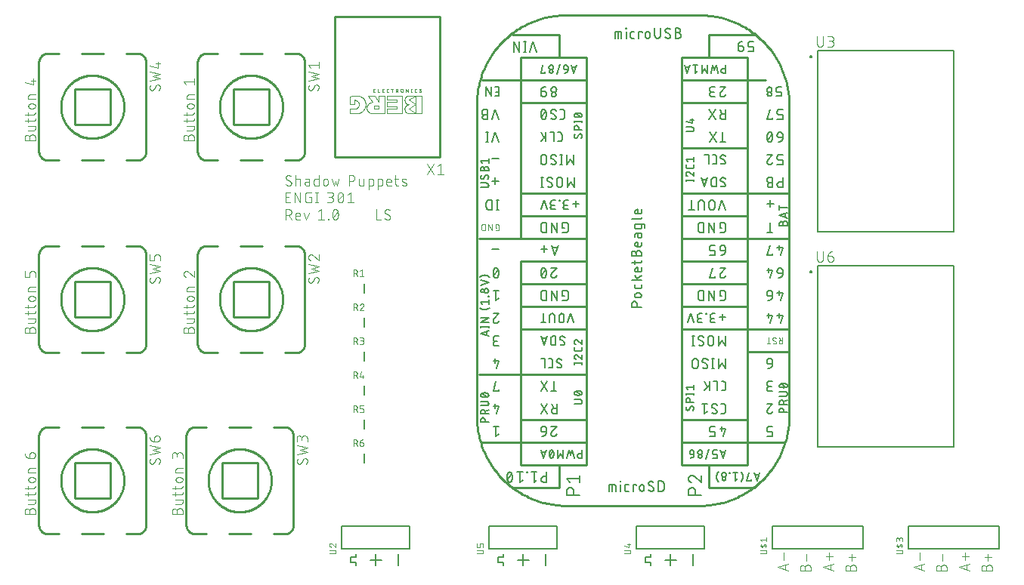
<source format=gbr>
G04 EAGLE Gerber RS-274X export*
G75*
%MOMM*%
%FSLAX34Y34*%
%LPD*%
%INSilkscreen Top*%
%IPPOS*%
%AMOC8*
5,1,8,0,0,1.08239X$1,22.5*%
G01*
%ADD10C,0.101600*%
%ADD11C,0.127000*%
%ADD12C,0.076200*%
%ADD13C,0.254000*%
%ADD14C,0.152400*%
%ADD15C,0.203200*%
%ADD16C,0.200000*%
%ADD17C,0.050800*%
%ADD18C,0.025400*%


D10*
X372703Y457708D02*
X372802Y457710D01*
X372902Y457716D01*
X373001Y457725D01*
X373099Y457738D01*
X373197Y457755D01*
X373295Y457776D01*
X373391Y457801D01*
X373486Y457829D01*
X373580Y457861D01*
X373673Y457896D01*
X373765Y457935D01*
X373855Y457978D01*
X373943Y458023D01*
X374030Y458073D01*
X374114Y458125D01*
X374197Y458181D01*
X374277Y458239D01*
X374355Y458301D01*
X374430Y458366D01*
X374503Y458434D01*
X374573Y458504D01*
X374641Y458577D01*
X374706Y458652D01*
X374768Y458730D01*
X374826Y458810D01*
X374882Y458893D01*
X374934Y458977D01*
X374984Y459064D01*
X375029Y459152D01*
X375072Y459242D01*
X375111Y459334D01*
X375146Y459427D01*
X375178Y459521D01*
X375206Y459616D01*
X375231Y459712D01*
X375252Y459810D01*
X375269Y459908D01*
X375282Y460006D01*
X375291Y460105D01*
X375297Y460205D01*
X375299Y460304D01*
X372703Y457708D02*
X372559Y457710D01*
X372414Y457716D01*
X372270Y457725D01*
X372127Y457738D01*
X371983Y457755D01*
X371840Y457776D01*
X371698Y457801D01*
X371557Y457829D01*
X371416Y457861D01*
X371276Y457897D01*
X371137Y457936D01*
X370999Y457979D01*
X370863Y458026D01*
X370727Y458076D01*
X370593Y458130D01*
X370461Y458187D01*
X370330Y458248D01*
X370201Y458312D01*
X370073Y458380D01*
X369947Y458450D01*
X369823Y458525D01*
X369702Y458602D01*
X369582Y458683D01*
X369464Y458766D01*
X369349Y458853D01*
X369236Y458943D01*
X369125Y459036D01*
X369017Y459131D01*
X368911Y459230D01*
X368808Y459331D01*
X369133Y466796D02*
X369135Y466895D01*
X369141Y466995D01*
X369150Y467094D01*
X369163Y467192D01*
X369180Y467290D01*
X369201Y467388D01*
X369226Y467484D01*
X369254Y467579D01*
X369286Y467673D01*
X369321Y467766D01*
X369360Y467858D01*
X369403Y467948D01*
X369448Y468036D01*
X369498Y468123D01*
X369550Y468207D01*
X369606Y468290D01*
X369664Y468370D01*
X369726Y468448D01*
X369791Y468523D01*
X369859Y468596D01*
X369929Y468666D01*
X370002Y468734D01*
X370077Y468799D01*
X370155Y468861D01*
X370235Y468919D01*
X370318Y468975D01*
X370402Y469027D01*
X370489Y469077D01*
X370577Y469122D01*
X370667Y469165D01*
X370759Y469204D01*
X370852Y469239D01*
X370946Y469271D01*
X371041Y469299D01*
X371138Y469324D01*
X371235Y469345D01*
X371333Y469362D01*
X371431Y469375D01*
X371530Y469384D01*
X371630Y469390D01*
X371729Y469392D01*
X371865Y469390D01*
X372001Y469384D01*
X372137Y469375D01*
X372273Y469362D01*
X372408Y469344D01*
X372542Y469324D01*
X372676Y469299D01*
X372810Y469271D01*
X372942Y469238D01*
X373073Y469203D01*
X373204Y469163D01*
X373333Y469120D01*
X373461Y469074D01*
X373587Y469023D01*
X373713Y468970D01*
X373836Y468912D01*
X373958Y468852D01*
X374078Y468788D01*
X374197Y468720D01*
X374313Y468650D01*
X374427Y468576D01*
X374540Y468499D01*
X374650Y468418D01*
X370431Y464524D02*
X370345Y464577D01*
X370261Y464634D01*
X370179Y464693D01*
X370099Y464756D01*
X370022Y464822D01*
X369947Y464890D01*
X369875Y464962D01*
X369806Y465036D01*
X369740Y465113D01*
X369677Y465192D01*
X369617Y465274D01*
X369560Y465358D01*
X369506Y465444D01*
X369456Y465532D01*
X369409Y465622D01*
X369365Y465713D01*
X369326Y465807D01*
X369289Y465901D01*
X369257Y465997D01*
X369228Y466095D01*
X369203Y466193D01*
X369182Y466292D01*
X369164Y466392D01*
X369151Y466492D01*
X369141Y466593D01*
X369135Y466695D01*
X369133Y466796D01*
X374001Y462576D02*
X374087Y462523D01*
X374171Y462466D01*
X374253Y462407D01*
X374333Y462344D01*
X374410Y462278D01*
X374485Y462210D01*
X374557Y462138D01*
X374626Y462064D01*
X374692Y461987D01*
X374755Y461908D01*
X374815Y461826D01*
X374872Y461742D01*
X374926Y461656D01*
X374976Y461568D01*
X375023Y461478D01*
X375067Y461387D01*
X375106Y461293D01*
X375143Y461199D01*
X375175Y461103D01*
X375204Y461005D01*
X375229Y460907D01*
X375250Y460808D01*
X375268Y460708D01*
X375281Y460608D01*
X375291Y460507D01*
X375297Y460405D01*
X375299Y460304D01*
X374001Y462576D02*
X370431Y464524D01*
X380125Y469392D02*
X380125Y457708D01*
X380125Y465497D02*
X383371Y465497D01*
X383458Y465495D01*
X383546Y465489D01*
X383632Y465479D01*
X383719Y465466D01*
X383804Y465448D01*
X383889Y465427D01*
X383973Y465402D01*
X384055Y465373D01*
X384136Y465340D01*
X384216Y465304D01*
X384294Y465265D01*
X384370Y465221D01*
X384444Y465175D01*
X384515Y465125D01*
X384585Y465072D01*
X384652Y465016D01*
X384716Y464957D01*
X384778Y464896D01*
X384837Y464831D01*
X384893Y464764D01*
X384946Y464694D01*
X384996Y464623D01*
X385042Y464549D01*
X385086Y464473D01*
X385125Y464395D01*
X385161Y464315D01*
X385194Y464234D01*
X385223Y464152D01*
X385248Y464068D01*
X385269Y463983D01*
X385287Y463898D01*
X385300Y463811D01*
X385310Y463725D01*
X385316Y463637D01*
X385318Y463550D01*
X385318Y457708D01*
X392625Y462252D02*
X395546Y462252D01*
X392625Y462252D02*
X392531Y462250D01*
X392437Y462244D01*
X392344Y462235D01*
X392251Y462221D01*
X392159Y462204D01*
X392067Y462182D01*
X391977Y462158D01*
X391887Y462129D01*
X391799Y462097D01*
X391712Y462061D01*
X391627Y462021D01*
X391544Y461978D01*
X391462Y461932D01*
X391382Y461882D01*
X391305Y461829D01*
X391230Y461773D01*
X391157Y461714D01*
X391086Y461652D01*
X391018Y461587D01*
X390953Y461519D01*
X390891Y461448D01*
X390832Y461375D01*
X390776Y461300D01*
X390723Y461223D01*
X390673Y461143D01*
X390627Y461061D01*
X390584Y460978D01*
X390544Y460893D01*
X390508Y460806D01*
X390476Y460718D01*
X390447Y460628D01*
X390423Y460538D01*
X390401Y460446D01*
X390384Y460354D01*
X390370Y460261D01*
X390361Y460168D01*
X390355Y460074D01*
X390353Y459980D01*
X390355Y459886D01*
X390361Y459792D01*
X390370Y459699D01*
X390384Y459606D01*
X390401Y459514D01*
X390423Y459422D01*
X390447Y459332D01*
X390476Y459242D01*
X390508Y459154D01*
X390544Y459067D01*
X390584Y458982D01*
X390627Y458899D01*
X390673Y458817D01*
X390723Y458737D01*
X390776Y458660D01*
X390832Y458585D01*
X390891Y458512D01*
X390953Y458441D01*
X391018Y458373D01*
X391086Y458308D01*
X391157Y458246D01*
X391230Y458187D01*
X391305Y458131D01*
X391382Y458078D01*
X391462Y458028D01*
X391544Y457982D01*
X391627Y457939D01*
X391712Y457899D01*
X391799Y457863D01*
X391887Y457831D01*
X391977Y457802D01*
X392067Y457778D01*
X392159Y457756D01*
X392251Y457739D01*
X392344Y457725D01*
X392437Y457716D01*
X392531Y457710D01*
X392625Y457708D01*
X395546Y457708D01*
X395546Y463550D01*
X395544Y463637D01*
X395538Y463725D01*
X395528Y463811D01*
X395515Y463898D01*
X395497Y463983D01*
X395476Y464068D01*
X395451Y464152D01*
X395422Y464234D01*
X395389Y464315D01*
X395353Y464395D01*
X395314Y464473D01*
X395270Y464549D01*
X395224Y464623D01*
X395174Y464694D01*
X395121Y464764D01*
X395065Y464831D01*
X395006Y464895D01*
X394944Y464957D01*
X394880Y465016D01*
X394813Y465072D01*
X394743Y465125D01*
X394672Y465175D01*
X394598Y465221D01*
X394522Y465265D01*
X394444Y465304D01*
X394364Y465340D01*
X394283Y465373D01*
X394201Y465402D01*
X394117Y465427D01*
X394032Y465448D01*
X393947Y465466D01*
X393860Y465479D01*
X393774Y465489D01*
X393686Y465495D01*
X393599Y465497D01*
X391002Y465497D01*
X405833Y469392D02*
X405833Y457708D01*
X402587Y457708D01*
X402500Y457710D01*
X402412Y457716D01*
X402326Y457726D01*
X402239Y457739D01*
X402154Y457757D01*
X402069Y457778D01*
X401985Y457803D01*
X401903Y457832D01*
X401822Y457865D01*
X401742Y457901D01*
X401664Y457940D01*
X401588Y457984D01*
X401514Y458030D01*
X401443Y458080D01*
X401373Y458133D01*
X401306Y458189D01*
X401242Y458248D01*
X401180Y458310D01*
X401121Y458374D01*
X401065Y458441D01*
X401012Y458511D01*
X400962Y458582D01*
X400916Y458656D01*
X400872Y458732D01*
X400833Y458810D01*
X400797Y458890D01*
X400764Y458971D01*
X400735Y459053D01*
X400710Y459137D01*
X400689Y459222D01*
X400671Y459307D01*
X400658Y459394D01*
X400648Y459480D01*
X400642Y459568D01*
X400640Y459655D01*
X400640Y463550D01*
X400642Y463637D01*
X400648Y463725D01*
X400658Y463811D01*
X400671Y463898D01*
X400689Y463983D01*
X400710Y464068D01*
X400735Y464152D01*
X400764Y464234D01*
X400797Y464315D01*
X400833Y464395D01*
X400872Y464473D01*
X400916Y464549D01*
X400962Y464623D01*
X401012Y464694D01*
X401065Y464764D01*
X401121Y464831D01*
X401180Y464895D01*
X401242Y464957D01*
X401306Y465016D01*
X401373Y465072D01*
X401443Y465125D01*
X401514Y465175D01*
X401588Y465221D01*
X401664Y465265D01*
X401742Y465304D01*
X401822Y465340D01*
X401903Y465373D01*
X401985Y465402D01*
X402069Y465427D01*
X402154Y465448D01*
X402239Y465466D01*
X402326Y465479D01*
X402412Y465489D01*
X402500Y465495D01*
X402587Y465497D01*
X405833Y465497D01*
X410986Y462901D02*
X410986Y460304D01*
X410986Y462901D02*
X410988Y463002D01*
X410994Y463102D01*
X411004Y463202D01*
X411017Y463302D01*
X411035Y463401D01*
X411056Y463500D01*
X411081Y463597D01*
X411110Y463694D01*
X411143Y463789D01*
X411179Y463883D01*
X411219Y463975D01*
X411262Y464066D01*
X411309Y464155D01*
X411359Y464242D01*
X411413Y464328D01*
X411470Y464411D01*
X411530Y464491D01*
X411593Y464570D01*
X411660Y464646D01*
X411729Y464719D01*
X411801Y464789D01*
X411875Y464857D01*
X411952Y464922D01*
X412032Y464983D01*
X412114Y465042D01*
X412198Y465097D01*
X412284Y465149D01*
X412372Y465198D01*
X412462Y465243D01*
X412554Y465285D01*
X412647Y465323D01*
X412742Y465357D01*
X412837Y465388D01*
X412934Y465415D01*
X413032Y465438D01*
X413131Y465458D01*
X413231Y465473D01*
X413331Y465485D01*
X413431Y465493D01*
X413532Y465497D01*
X413632Y465497D01*
X413733Y465493D01*
X413833Y465485D01*
X413933Y465473D01*
X414033Y465458D01*
X414132Y465438D01*
X414230Y465415D01*
X414327Y465388D01*
X414422Y465357D01*
X414517Y465323D01*
X414610Y465285D01*
X414702Y465243D01*
X414792Y465198D01*
X414880Y465149D01*
X414966Y465097D01*
X415050Y465042D01*
X415132Y464983D01*
X415212Y464922D01*
X415289Y464857D01*
X415363Y464789D01*
X415435Y464719D01*
X415504Y464646D01*
X415571Y464570D01*
X415634Y464491D01*
X415694Y464411D01*
X415751Y464328D01*
X415805Y464242D01*
X415855Y464155D01*
X415902Y464066D01*
X415945Y463975D01*
X415985Y463883D01*
X416021Y463789D01*
X416054Y463694D01*
X416083Y463597D01*
X416108Y463500D01*
X416129Y463401D01*
X416147Y463302D01*
X416160Y463202D01*
X416170Y463102D01*
X416176Y463002D01*
X416178Y462901D01*
X416179Y462901D02*
X416179Y460304D01*
X416178Y460304D02*
X416176Y460203D01*
X416170Y460103D01*
X416160Y460003D01*
X416147Y459903D01*
X416129Y459804D01*
X416108Y459705D01*
X416083Y459608D01*
X416054Y459511D01*
X416021Y459416D01*
X415985Y459322D01*
X415945Y459230D01*
X415902Y459139D01*
X415855Y459050D01*
X415805Y458963D01*
X415751Y458877D01*
X415694Y458794D01*
X415634Y458714D01*
X415571Y458635D01*
X415504Y458559D01*
X415435Y458486D01*
X415363Y458416D01*
X415289Y458348D01*
X415212Y458283D01*
X415132Y458222D01*
X415050Y458163D01*
X414966Y458108D01*
X414880Y458056D01*
X414792Y458007D01*
X414702Y457962D01*
X414610Y457920D01*
X414517Y457882D01*
X414422Y457848D01*
X414327Y457817D01*
X414230Y457790D01*
X414132Y457767D01*
X414033Y457747D01*
X413933Y457732D01*
X413833Y457720D01*
X413733Y457712D01*
X413632Y457708D01*
X413532Y457708D01*
X413431Y457712D01*
X413331Y457720D01*
X413231Y457732D01*
X413131Y457747D01*
X413032Y457767D01*
X412934Y457790D01*
X412837Y457817D01*
X412742Y457848D01*
X412647Y457882D01*
X412554Y457920D01*
X412462Y457962D01*
X412372Y458007D01*
X412284Y458056D01*
X412198Y458108D01*
X412114Y458163D01*
X412032Y458222D01*
X411952Y458283D01*
X411875Y458348D01*
X411801Y458416D01*
X411729Y458486D01*
X411660Y458559D01*
X411593Y458635D01*
X411530Y458714D01*
X411470Y458794D01*
X411413Y458877D01*
X411359Y458963D01*
X411309Y459050D01*
X411262Y459139D01*
X411219Y459230D01*
X411179Y459322D01*
X411143Y459416D01*
X411110Y459511D01*
X411081Y459608D01*
X411056Y459705D01*
X411035Y459804D01*
X411017Y459903D01*
X411004Y460003D01*
X410994Y460103D01*
X410988Y460203D01*
X410986Y460304D01*
X420737Y465497D02*
X422684Y457708D01*
X424631Y462901D01*
X426579Y457708D01*
X428526Y465497D01*
X439843Y469392D02*
X439843Y457708D01*
X439843Y469392D02*
X443089Y469392D01*
X443202Y469390D01*
X443315Y469384D01*
X443428Y469374D01*
X443541Y469360D01*
X443653Y469343D01*
X443764Y469321D01*
X443874Y469296D01*
X443984Y469266D01*
X444092Y469233D01*
X444199Y469196D01*
X444305Y469156D01*
X444409Y469111D01*
X444512Y469063D01*
X444613Y469012D01*
X444712Y468957D01*
X444809Y468899D01*
X444904Y468837D01*
X444997Y468772D01*
X445087Y468704D01*
X445175Y468633D01*
X445261Y468558D01*
X445344Y468481D01*
X445424Y468401D01*
X445501Y468318D01*
X445576Y468232D01*
X445647Y468144D01*
X445715Y468054D01*
X445780Y467961D01*
X445842Y467866D01*
X445900Y467769D01*
X445955Y467670D01*
X446006Y467569D01*
X446054Y467466D01*
X446099Y467362D01*
X446139Y467256D01*
X446176Y467149D01*
X446209Y467041D01*
X446239Y466931D01*
X446264Y466821D01*
X446286Y466710D01*
X446303Y466598D01*
X446317Y466485D01*
X446327Y466372D01*
X446333Y466259D01*
X446335Y466146D01*
X446333Y466033D01*
X446327Y465920D01*
X446317Y465807D01*
X446303Y465694D01*
X446286Y465582D01*
X446264Y465471D01*
X446239Y465361D01*
X446209Y465251D01*
X446176Y465143D01*
X446139Y465036D01*
X446099Y464930D01*
X446054Y464826D01*
X446006Y464723D01*
X445955Y464622D01*
X445900Y464523D01*
X445842Y464426D01*
X445780Y464331D01*
X445715Y464238D01*
X445647Y464148D01*
X445576Y464060D01*
X445501Y463974D01*
X445424Y463891D01*
X445344Y463811D01*
X445261Y463734D01*
X445175Y463659D01*
X445087Y463588D01*
X444997Y463520D01*
X444904Y463455D01*
X444809Y463393D01*
X444712Y463335D01*
X444613Y463280D01*
X444512Y463229D01*
X444409Y463181D01*
X444305Y463136D01*
X444199Y463096D01*
X444092Y463059D01*
X443984Y463026D01*
X443874Y462996D01*
X443764Y462971D01*
X443653Y462949D01*
X443541Y462932D01*
X443428Y462918D01*
X443315Y462908D01*
X443202Y462902D01*
X443089Y462900D01*
X443089Y462901D02*
X439843Y462901D01*
X450991Y465497D02*
X450991Y459655D01*
X450993Y459568D01*
X450999Y459480D01*
X451009Y459394D01*
X451022Y459307D01*
X451040Y459222D01*
X451061Y459137D01*
X451086Y459053D01*
X451115Y458971D01*
X451148Y458890D01*
X451184Y458810D01*
X451223Y458732D01*
X451267Y458656D01*
X451313Y458582D01*
X451363Y458511D01*
X451416Y458441D01*
X451472Y458374D01*
X451531Y458310D01*
X451593Y458248D01*
X451657Y458189D01*
X451724Y458133D01*
X451794Y458080D01*
X451865Y458030D01*
X451939Y457984D01*
X452015Y457940D01*
X452093Y457901D01*
X452173Y457865D01*
X452254Y457832D01*
X452336Y457803D01*
X452420Y457778D01*
X452505Y457757D01*
X452590Y457739D01*
X452677Y457726D01*
X452763Y457716D01*
X452851Y457710D01*
X452938Y457708D01*
X456184Y457708D01*
X456184Y465497D01*
X461718Y465497D02*
X461718Y453813D01*
X461718Y465497D02*
X464963Y465497D01*
X465050Y465495D01*
X465138Y465489D01*
X465224Y465479D01*
X465311Y465466D01*
X465396Y465448D01*
X465481Y465427D01*
X465565Y465402D01*
X465647Y465373D01*
X465728Y465340D01*
X465808Y465304D01*
X465886Y465265D01*
X465962Y465221D01*
X466036Y465175D01*
X466107Y465125D01*
X466177Y465072D01*
X466244Y465016D01*
X466308Y464957D01*
X466370Y464896D01*
X466429Y464831D01*
X466485Y464764D01*
X466538Y464694D01*
X466588Y464623D01*
X466634Y464549D01*
X466678Y464473D01*
X466717Y464395D01*
X466753Y464315D01*
X466786Y464234D01*
X466815Y464152D01*
X466840Y464068D01*
X466861Y463983D01*
X466879Y463898D01*
X466892Y463811D01*
X466902Y463725D01*
X466908Y463637D01*
X466910Y463550D01*
X466911Y463550D02*
X466911Y459655D01*
X466910Y459655D02*
X466908Y459568D01*
X466902Y459480D01*
X466892Y459394D01*
X466879Y459307D01*
X466861Y459222D01*
X466840Y459137D01*
X466815Y459053D01*
X466786Y458971D01*
X466753Y458890D01*
X466717Y458810D01*
X466678Y458732D01*
X466634Y458656D01*
X466588Y458582D01*
X466538Y458511D01*
X466485Y458441D01*
X466429Y458374D01*
X466370Y458310D01*
X466308Y458248D01*
X466244Y458189D01*
X466177Y458133D01*
X466107Y458080D01*
X466036Y458030D01*
X465962Y457984D01*
X465886Y457940D01*
X465808Y457901D01*
X465728Y457865D01*
X465647Y457832D01*
X465565Y457803D01*
X465481Y457778D01*
X465396Y457757D01*
X465311Y457739D01*
X465224Y457726D01*
X465138Y457716D01*
X465050Y457710D01*
X464963Y457708D01*
X461718Y457708D01*
X472005Y453813D02*
X472005Y465497D01*
X475250Y465497D01*
X475337Y465495D01*
X475425Y465489D01*
X475511Y465479D01*
X475598Y465466D01*
X475683Y465448D01*
X475768Y465427D01*
X475852Y465402D01*
X475934Y465373D01*
X476015Y465340D01*
X476095Y465304D01*
X476173Y465265D01*
X476249Y465221D01*
X476323Y465175D01*
X476394Y465125D01*
X476464Y465072D01*
X476531Y465016D01*
X476595Y464957D01*
X476657Y464896D01*
X476716Y464831D01*
X476772Y464764D01*
X476825Y464694D01*
X476875Y464623D01*
X476921Y464549D01*
X476965Y464473D01*
X477004Y464395D01*
X477040Y464315D01*
X477073Y464234D01*
X477102Y464152D01*
X477127Y464068D01*
X477148Y463983D01*
X477166Y463898D01*
X477179Y463811D01*
X477189Y463725D01*
X477195Y463637D01*
X477197Y463550D01*
X477198Y463550D02*
X477198Y459655D01*
X477197Y459655D02*
X477195Y459568D01*
X477189Y459480D01*
X477179Y459394D01*
X477166Y459307D01*
X477148Y459222D01*
X477127Y459137D01*
X477102Y459053D01*
X477073Y458971D01*
X477040Y458890D01*
X477004Y458810D01*
X476965Y458732D01*
X476921Y458656D01*
X476875Y458582D01*
X476825Y458511D01*
X476772Y458441D01*
X476716Y458374D01*
X476657Y458310D01*
X476595Y458248D01*
X476531Y458189D01*
X476464Y458133D01*
X476394Y458080D01*
X476323Y458030D01*
X476249Y457984D01*
X476173Y457940D01*
X476095Y457901D01*
X476015Y457865D01*
X475934Y457832D01*
X475852Y457803D01*
X475768Y457778D01*
X475683Y457757D01*
X475598Y457739D01*
X475511Y457726D01*
X475425Y457716D01*
X475337Y457710D01*
X475250Y457708D01*
X472005Y457708D01*
X483799Y457708D02*
X487045Y457708D01*
X483799Y457708D02*
X483712Y457710D01*
X483624Y457716D01*
X483538Y457726D01*
X483451Y457739D01*
X483366Y457757D01*
X483281Y457778D01*
X483197Y457803D01*
X483115Y457832D01*
X483034Y457865D01*
X482954Y457901D01*
X482876Y457940D01*
X482800Y457984D01*
X482726Y458030D01*
X482655Y458080D01*
X482585Y458133D01*
X482518Y458189D01*
X482454Y458248D01*
X482392Y458310D01*
X482333Y458374D01*
X482277Y458441D01*
X482224Y458511D01*
X482174Y458582D01*
X482128Y458656D01*
X482084Y458732D01*
X482045Y458810D01*
X482009Y458890D01*
X481976Y458971D01*
X481947Y459053D01*
X481922Y459137D01*
X481901Y459222D01*
X481883Y459307D01*
X481870Y459394D01*
X481860Y459480D01*
X481854Y459568D01*
X481852Y459655D01*
X481852Y462901D01*
X481854Y463002D01*
X481860Y463102D01*
X481870Y463202D01*
X481883Y463302D01*
X481901Y463401D01*
X481922Y463500D01*
X481947Y463597D01*
X481976Y463694D01*
X482009Y463789D01*
X482045Y463883D01*
X482085Y463975D01*
X482128Y464066D01*
X482175Y464155D01*
X482225Y464242D01*
X482279Y464328D01*
X482336Y464411D01*
X482396Y464491D01*
X482459Y464570D01*
X482526Y464646D01*
X482595Y464719D01*
X482667Y464789D01*
X482741Y464857D01*
X482818Y464922D01*
X482898Y464983D01*
X482980Y465042D01*
X483064Y465097D01*
X483150Y465149D01*
X483238Y465198D01*
X483328Y465243D01*
X483420Y465285D01*
X483513Y465323D01*
X483608Y465357D01*
X483703Y465388D01*
X483800Y465415D01*
X483898Y465438D01*
X483997Y465458D01*
X484097Y465473D01*
X484197Y465485D01*
X484297Y465493D01*
X484398Y465497D01*
X484498Y465497D01*
X484599Y465493D01*
X484699Y465485D01*
X484799Y465473D01*
X484899Y465458D01*
X484998Y465438D01*
X485096Y465415D01*
X485193Y465388D01*
X485288Y465357D01*
X485383Y465323D01*
X485476Y465285D01*
X485568Y465243D01*
X485658Y465198D01*
X485746Y465149D01*
X485832Y465097D01*
X485916Y465042D01*
X485998Y464983D01*
X486078Y464922D01*
X486155Y464857D01*
X486229Y464789D01*
X486301Y464719D01*
X486370Y464646D01*
X486437Y464570D01*
X486500Y464491D01*
X486560Y464411D01*
X486617Y464328D01*
X486671Y464242D01*
X486721Y464155D01*
X486768Y464066D01*
X486811Y463975D01*
X486851Y463883D01*
X486887Y463789D01*
X486920Y463694D01*
X486949Y463597D01*
X486974Y463500D01*
X486995Y463401D01*
X487013Y463302D01*
X487026Y463202D01*
X487036Y463102D01*
X487042Y463002D01*
X487044Y462901D01*
X487045Y462901D02*
X487045Y461603D01*
X481852Y461603D01*
X490791Y465497D02*
X494685Y465497D01*
X492089Y469392D02*
X492089Y459655D01*
X492091Y459568D01*
X492097Y459480D01*
X492107Y459394D01*
X492120Y459307D01*
X492138Y459222D01*
X492159Y459137D01*
X492184Y459053D01*
X492213Y458971D01*
X492246Y458890D01*
X492282Y458810D01*
X492321Y458732D01*
X492365Y458656D01*
X492411Y458582D01*
X492461Y458511D01*
X492514Y458441D01*
X492570Y458374D01*
X492629Y458310D01*
X492691Y458248D01*
X492755Y458189D01*
X492822Y458133D01*
X492892Y458080D01*
X492963Y458030D01*
X493037Y457984D01*
X493113Y457940D01*
X493191Y457901D01*
X493271Y457865D01*
X493352Y457832D01*
X493434Y457803D01*
X493518Y457778D01*
X493603Y457757D01*
X493688Y457739D01*
X493775Y457726D01*
X493861Y457716D01*
X493949Y457710D01*
X494036Y457708D01*
X494685Y457708D01*
X499971Y462252D02*
X503216Y460954D01*
X499971Y462251D02*
X499896Y462284D01*
X499822Y462320D01*
X499750Y462359D01*
X499680Y462402D01*
X499613Y462448D01*
X499547Y462498D01*
X499485Y462550D01*
X499424Y462606D01*
X499367Y462664D01*
X499312Y462725D01*
X499261Y462789D01*
X499213Y462855D01*
X499168Y462924D01*
X499126Y462994D01*
X499088Y463067D01*
X499053Y463141D01*
X499022Y463217D01*
X498995Y463294D01*
X498972Y463373D01*
X498952Y463452D01*
X498937Y463533D01*
X498925Y463614D01*
X498917Y463696D01*
X498913Y463777D01*
X498914Y463859D01*
X498918Y463941D01*
X498926Y464023D01*
X498938Y464104D01*
X498954Y464184D01*
X498974Y464264D01*
X498998Y464342D01*
X499026Y464419D01*
X499057Y464495D01*
X499092Y464569D01*
X499130Y464641D01*
X499172Y464712D01*
X499218Y464780D01*
X499266Y464846D01*
X499318Y464909D01*
X499373Y464970D01*
X499431Y465028D01*
X499491Y465084D01*
X499554Y465136D01*
X499620Y465185D01*
X499688Y465231D01*
X499758Y465273D01*
X499830Y465313D01*
X499904Y465348D01*
X499979Y465380D01*
X500056Y465408D01*
X500134Y465432D01*
X500214Y465453D01*
X500294Y465470D01*
X500375Y465482D01*
X500456Y465491D01*
X500538Y465496D01*
X500620Y465497D01*
X500619Y465497D02*
X500796Y465493D01*
X500973Y465484D01*
X501150Y465470D01*
X501327Y465453D01*
X501502Y465431D01*
X501678Y465406D01*
X501852Y465375D01*
X502026Y465341D01*
X502199Y465303D01*
X502371Y465260D01*
X502542Y465213D01*
X502712Y465163D01*
X502881Y465108D01*
X503048Y465049D01*
X503213Y464986D01*
X503378Y464919D01*
X503540Y464848D01*
X503216Y460954D02*
X503291Y460921D01*
X503365Y460885D01*
X503437Y460846D01*
X503507Y460803D01*
X503574Y460757D01*
X503640Y460707D01*
X503702Y460655D01*
X503763Y460599D01*
X503820Y460541D01*
X503875Y460480D01*
X503926Y460416D01*
X503974Y460350D01*
X504019Y460281D01*
X504061Y460211D01*
X504099Y460138D01*
X504134Y460064D01*
X504165Y459988D01*
X504192Y459911D01*
X504215Y459832D01*
X504235Y459753D01*
X504250Y459672D01*
X504262Y459591D01*
X504270Y459509D01*
X504274Y459428D01*
X504273Y459346D01*
X504269Y459264D01*
X504261Y459182D01*
X504249Y459101D01*
X504233Y459021D01*
X504213Y458941D01*
X504189Y458863D01*
X504161Y458786D01*
X504130Y458710D01*
X504095Y458636D01*
X504057Y458564D01*
X504015Y458493D01*
X503969Y458425D01*
X503921Y458359D01*
X503869Y458296D01*
X503814Y458235D01*
X503756Y458177D01*
X503696Y458121D01*
X503633Y458069D01*
X503567Y458020D01*
X503499Y457974D01*
X503429Y457932D01*
X503357Y457892D01*
X503283Y457857D01*
X503208Y457825D01*
X503131Y457797D01*
X503053Y457773D01*
X502973Y457752D01*
X502893Y457735D01*
X502812Y457723D01*
X502731Y457714D01*
X502649Y457709D01*
X502567Y457708D01*
X502307Y457715D01*
X502047Y457728D01*
X501787Y457747D01*
X501528Y457772D01*
X501269Y457804D01*
X501012Y457841D01*
X500755Y457885D01*
X500499Y457934D01*
X500245Y457990D01*
X499992Y458051D01*
X499741Y458119D01*
X499491Y458193D01*
X499243Y458272D01*
X498997Y458357D01*
X374001Y438658D02*
X368808Y438658D01*
X368808Y450342D01*
X374001Y450342D01*
X372703Y445149D02*
X368808Y445149D01*
X378691Y450342D02*
X378691Y438658D01*
X385183Y438658D02*
X378691Y450342D01*
X385183Y450342D02*
X385183Y438658D01*
X395427Y445149D02*
X397374Y445149D01*
X397374Y438658D01*
X393480Y438658D01*
X393381Y438660D01*
X393281Y438666D01*
X393182Y438675D01*
X393084Y438688D01*
X392986Y438705D01*
X392888Y438726D01*
X392792Y438751D01*
X392697Y438779D01*
X392603Y438811D01*
X392510Y438846D01*
X392418Y438885D01*
X392328Y438928D01*
X392240Y438973D01*
X392153Y439023D01*
X392069Y439075D01*
X391986Y439131D01*
X391906Y439189D01*
X391828Y439251D01*
X391753Y439316D01*
X391680Y439384D01*
X391610Y439454D01*
X391542Y439527D01*
X391477Y439602D01*
X391415Y439680D01*
X391357Y439760D01*
X391301Y439843D01*
X391249Y439927D01*
X391199Y440014D01*
X391154Y440102D01*
X391111Y440192D01*
X391072Y440284D01*
X391037Y440377D01*
X391005Y440471D01*
X390977Y440566D01*
X390952Y440662D01*
X390931Y440760D01*
X390914Y440858D01*
X390901Y440956D01*
X390892Y441055D01*
X390886Y441155D01*
X390884Y441254D01*
X390883Y441254D02*
X390883Y447746D01*
X390884Y447746D02*
X390886Y447845D01*
X390892Y447945D01*
X390901Y448044D01*
X390914Y448142D01*
X390931Y448240D01*
X390952Y448338D01*
X390977Y448434D01*
X391005Y448529D01*
X391037Y448623D01*
X391072Y448716D01*
X391111Y448808D01*
X391154Y448898D01*
X391199Y448986D01*
X391249Y449073D01*
X391301Y449157D01*
X391357Y449240D01*
X391415Y449320D01*
X391477Y449398D01*
X391542Y449473D01*
X391610Y449546D01*
X391680Y449616D01*
X391753Y449684D01*
X391828Y449749D01*
X391906Y449811D01*
X391986Y449869D01*
X392069Y449925D01*
X392153Y449977D01*
X392240Y450027D01*
X392328Y450072D01*
X392418Y450115D01*
X392510Y450154D01*
X392602Y450189D01*
X392697Y450221D01*
X392792Y450249D01*
X392888Y450274D01*
X392986Y450295D01*
X393084Y450312D01*
X393182Y450325D01*
X393281Y450334D01*
X393381Y450340D01*
X393480Y450342D01*
X397374Y450342D01*
X403654Y450342D02*
X403654Y438658D01*
X402356Y438658D02*
X404952Y438658D01*
X404952Y450342D02*
X402356Y450342D01*
X415648Y438658D02*
X418894Y438658D01*
X419007Y438660D01*
X419120Y438666D01*
X419233Y438676D01*
X419346Y438690D01*
X419458Y438707D01*
X419569Y438729D01*
X419679Y438754D01*
X419789Y438784D01*
X419897Y438817D01*
X420004Y438854D01*
X420110Y438894D01*
X420214Y438939D01*
X420317Y438987D01*
X420418Y439038D01*
X420517Y439093D01*
X420614Y439151D01*
X420709Y439213D01*
X420802Y439278D01*
X420892Y439346D01*
X420980Y439417D01*
X421066Y439492D01*
X421149Y439569D01*
X421229Y439649D01*
X421306Y439732D01*
X421381Y439818D01*
X421452Y439906D01*
X421520Y439996D01*
X421585Y440089D01*
X421647Y440184D01*
X421705Y440281D01*
X421760Y440380D01*
X421811Y440481D01*
X421859Y440584D01*
X421904Y440688D01*
X421944Y440794D01*
X421981Y440901D01*
X422014Y441009D01*
X422044Y441119D01*
X422069Y441229D01*
X422091Y441340D01*
X422108Y441452D01*
X422122Y441565D01*
X422132Y441678D01*
X422138Y441791D01*
X422140Y441904D01*
X422138Y442017D01*
X422132Y442130D01*
X422122Y442243D01*
X422108Y442356D01*
X422091Y442468D01*
X422069Y442579D01*
X422044Y442689D01*
X422014Y442799D01*
X421981Y442907D01*
X421944Y443014D01*
X421904Y443120D01*
X421859Y443224D01*
X421811Y443327D01*
X421760Y443428D01*
X421705Y443527D01*
X421647Y443624D01*
X421585Y443719D01*
X421520Y443812D01*
X421452Y443902D01*
X421381Y443990D01*
X421306Y444076D01*
X421229Y444159D01*
X421149Y444239D01*
X421066Y444316D01*
X420980Y444391D01*
X420892Y444462D01*
X420802Y444530D01*
X420709Y444595D01*
X420614Y444657D01*
X420517Y444715D01*
X420418Y444770D01*
X420317Y444821D01*
X420214Y444869D01*
X420110Y444914D01*
X420004Y444954D01*
X419897Y444991D01*
X419789Y445024D01*
X419679Y445054D01*
X419569Y445079D01*
X419458Y445101D01*
X419346Y445118D01*
X419233Y445132D01*
X419120Y445142D01*
X419007Y445148D01*
X418894Y445150D01*
X419543Y450342D02*
X415648Y450342D01*
X419543Y450342D02*
X419644Y450340D01*
X419744Y450334D01*
X419844Y450324D01*
X419944Y450311D01*
X420043Y450293D01*
X420142Y450272D01*
X420239Y450247D01*
X420336Y450218D01*
X420431Y450185D01*
X420525Y450149D01*
X420617Y450109D01*
X420708Y450066D01*
X420797Y450019D01*
X420884Y449969D01*
X420970Y449915D01*
X421053Y449858D01*
X421133Y449798D01*
X421212Y449735D01*
X421288Y449668D01*
X421361Y449599D01*
X421431Y449527D01*
X421499Y449453D01*
X421564Y449376D01*
X421625Y449296D01*
X421684Y449214D01*
X421739Y449130D01*
X421791Y449044D01*
X421840Y448956D01*
X421885Y448866D01*
X421927Y448774D01*
X421965Y448681D01*
X421999Y448586D01*
X422030Y448491D01*
X422057Y448394D01*
X422080Y448296D01*
X422100Y448197D01*
X422115Y448097D01*
X422127Y447997D01*
X422135Y447897D01*
X422139Y447796D01*
X422139Y447696D01*
X422135Y447595D01*
X422127Y447495D01*
X422115Y447395D01*
X422100Y447295D01*
X422080Y447196D01*
X422057Y447098D01*
X422030Y447001D01*
X421999Y446906D01*
X421965Y446811D01*
X421927Y446718D01*
X421885Y446626D01*
X421840Y446536D01*
X421791Y446448D01*
X421739Y446362D01*
X421684Y446278D01*
X421625Y446196D01*
X421564Y446116D01*
X421499Y446039D01*
X421431Y445965D01*
X421361Y445893D01*
X421288Y445824D01*
X421212Y445757D01*
X421133Y445694D01*
X421053Y445634D01*
X420970Y445577D01*
X420884Y445523D01*
X420797Y445473D01*
X420708Y445426D01*
X420617Y445383D01*
X420525Y445343D01*
X420431Y445307D01*
X420336Y445274D01*
X420239Y445245D01*
X420142Y445220D01*
X420043Y445199D01*
X419944Y445181D01*
X419844Y445168D01*
X419744Y445158D01*
X419644Y445152D01*
X419543Y445150D01*
X419543Y445149D02*
X416947Y445149D01*
X427079Y444500D02*
X427082Y444730D01*
X427090Y444960D01*
X427104Y445189D01*
X427123Y445418D01*
X427148Y445647D01*
X427178Y445874D01*
X427213Y446102D01*
X427254Y446328D01*
X427300Y446553D01*
X427352Y446777D01*
X427409Y446999D01*
X427471Y447221D01*
X427539Y447440D01*
X427612Y447658D01*
X427690Y447875D01*
X427773Y448089D01*
X427861Y448301D01*
X427954Y448511D01*
X428053Y448719D01*
X428052Y448719D02*
X428085Y448809D01*
X428121Y448898D01*
X428161Y448986D01*
X428205Y449071D01*
X428252Y449155D01*
X428302Y449237D01*
X428356Y449317D01*
X428412Y449394D01*
X428472Y449470D01*
X428535Y449543D01*
X428600Y449613D01*
X428669Y449681D01*
X428740Y449745D01*
X428813Y449807D01*
X428889Y449866D01*
X428967Y449922D01*
X429048Y449975D01*
X429130Y450024D01*
X429214Y450070D01*
X429301Y450113D01*
X429388Y450152D01*
X429478Y450188D01*
X429568Y450220D01*
X429660Y450248D01*
X429753Y450273D01*
X429847Y450294D01*
X429941Y450311D01*
X430036Y450325D01*
X430132Y450334D01*
X430228Y450340D01*
X430324Y450342D01*
X430420Y450340D01*
X430516Y450334D01*
X430612Y450325D01*
X430707Y450311D01*
X430801Y450294D01*
X430895Y450273D01*
X430988Y450248D01*
X431080Y450220D01*
X431170Y450188D01*
X431260Y450152D01*
X431347Y450113D01*
X431434Y450070D01*
X431518Y450024D01*
X431600Y449975D01*
X431681Y449922D01*
X431759Y449866D01*
X431835Y449807D01*
X431908Y449745D01*
X431979Y449681D01*
X432048Y449613D01*
X432113Y449543D01*
X432176Y449470D01*
X432236Y449394D01*
X432292Y449317D01*
X432346Y449237D01*
X432396Y449155D01*
X432443Y449071D01*
X432487Y448986D01*
X432527Y448898D01*
X432563Y448809D01*
X432596Y448719D01*
X432695Y448512D01*
X432788Y448302D01*
X432876Y448089D01*
X432959Y447875D01*
X433037Y447659D01*
X433110Y447441D01*
X433178Y447221D01*
X433240Y447000D01*
X433297Y446777D01*
X433349Y446553D01*
X433395Y446328D01*
X433436Y446102D01*
X433471Y445875D01*
X433501Y445647D01*
X433526Y445418D01*
X433545Y445189D01*
X433559Y444960D01*
X433567Y444730D01*
X433570Y444500D01*
X427078Y444500D02*
X427081Y444270D01*
X427089Y444040D01*
X427103Y443811D01*
X427122Y443582D01*
X427147Y443353D01*
X427177Y443125D01*
X427212Y442898D01*
X427253Y442672D01*
X427299Y442447D01*
X427351Y442223D01*
X427408Y442000D01*
X427470Y441779D01*
X427538Y441559D01*
X427611Y441341D01*
X427689Y441125D01*
X427772Y440911D01*
X427860Y440699D01*
X427953Y440488D01*
X428052Y440281D01*
X428085Y440191D01*
X428121Y440102D01*
X428162Y440014D01*
X428205Y439929D01*
X428252Y439845D01*
X428302Y439763D01*
X428356Y439683D01*
X428412Y439606D01*
X428472Y439530D01*
X428535Y439457D01*
X428600Y439387D01*
X428669Y439319D01*
X428740Y439255D01*
X428813Y439193D01*
X428889Y439134D01*
X428967Y439078D01*
X429048Y439025D01*
X429130Y438976D01*
X429214Y438930D01*
X429301Y438887D01*
X429388Y438848D01*
X429478Y438812D01*
X429568Y438780D01*
X429660Y438752D01*
X429753Y438727D01*
X429847Y438706D01*
X429941Y438689D01*
X430036Y438675D01*
X430132Y438666D01*
X430228Y438660D01*
X430324Y438658D01*
X432596Y440281D02*
X432695Y440488D01*
X432788Y440699D01*
X432876Y440911D01*
X432959Y441125D01*
X433037Y441341D01*
X433110Y441559D01*
X433178Y441779D01*
X433240Y442000D01*
X433297Y442223D01*
X433349Y442447D01*
X433395Y442672D01*
X433436Y442898D01*
X433471Y443125D01*
X433501Y443353D01*
X433526Y443582D01*
X433545Y443811D01*
X433559Y444040D01*
X433567Y444270D01*
X433570Y444500D01*
X432596Y440281D02*
X432563Y440191D01*
X432527Y440102D01*
X432487Y440014D01*
X432443Y439929D01*
X432396Y439845D01*
X432346Y439763D01*
X432292Y439683D01*
X432236Y439606D01*
X432176Y439530D01*
X432113Y439457D01*
X432048Y439387D01*
X431979Y439319D01*
X431908Y439255D01*
X431835Y439193D01*
X431759Y439134D01*
X431681Y439078D01*
X431600Y439025D01*
X431518Y438976D01*
X431434Y438930D01*
X431347Y438887D01*
X431260Y438848D01*
X431170Y438812D01*
X431080Y438780D01*
X430988Y438752D01*
X430895Y438727D01*
X430801Y438706D01*
X430707Y438689D01*
X430612Y438675D01*
X430516Y438666D01*
X430420Y438660D01*
X430324Y438658D01*
X427727Y441254D02*
X432920Y447746D01*
X438508Y447746D02*
X441754Y450342D01*
X441754Y438658D01*
X444999Y438658D02*
X438508Y438658D01*
X368808Y431292D02*
X368808Y419608D01*
X368808Y431292D02*
X372054Y431292D01*
X372167Y431290D01*
X372280Y431284D01*
X372393Y431274D01*
X372506Y431260D01*
X372618Y431243D01*
X372729Y431221D01*
X372839Y431196D01*
X372949Y431166D01*
X373057Y431133D01*
X373164Y431096D01*
X373270Y431056D01*
X373374Y431011D01*
X373477Y430963D01*
X373578Y430912D01*
X373677Y430857D01*
X373774Y430799D01*
X373869Y430737D01*
X373962Y430672D01*
X374052Y430604D01*
X374140Y430533D01*
X374226Y430458D01*
X374309Y430381D01*
X374389Y430301D01*
X374466Y430218D01*
X374541Y430132D01*
X374612Y430044D01*
X374680Y429954D01*
X374745Y429861D01*
X374807Y429766D01*
X374865Y429669D01*
X374920Y429570D01*
X374971Y429469D01*
X375019Y429366D01*
X375064Y429262D01*
X375104Y429156D01*
X375141Y429049D01*
X375174Y428941D01*
X375204Y428831D01*
X375229Y428721D01*
X375251Y428610D01*
X375268Y428498D01*
X375282Y428385D01*
X375292Y428272D01*
X375298Y428159D01*
X375300Y428046D01*
X375298Y427933D01*
X375292Y427820D01*
X375282Y427707D01*
X375268Y427594D01*
X375251Y427482D01*
X375229Y427371D01*
X375204Y427261D01*
X375174Y427151D01*
X375141Y427043D01*
X375104Y426936D01*
X375064Y426830D01*
X375019Y426726D01*
X374971Y426623D01*
X374920Y426522D01*
X374865Y426423D01*
X374807Y426326D01*
X374745Y426231D01*
X374680Y426138D01*
X374612Y426048D01*
X374541Y425960D01*
X374466Y425874D01*
X374389Y425791D01*
X374309Y425711D01*
X374226Y425634D01*
X374140Y425559D01*
X374052Y425488D01*
X373962Y425420D01*
X373869Y425355D01*
X373774Y425293D01*
X373677Y425235D01*
X373578Y425180D01*
X373477Y425129D01*
X373374Y425081D01*
X373270Y425036D01*
X373164Y424996D01*
X373057Y424959D01*
X372949Y424926D01*
X372839Y424896D01*
X372729Y424871D01*
X372618Y424849D01*
X372506Y424832D01*
X372393Y424818D01*
X372280Y424808D01*
X372167Y424802D01*
X372054Y424800D01*
X372054Y424801D02*
X368808Y424801D01*
X372703Y424801D02*
X375299Y419608D01*
X381999Y419608D02*
X385244Y419608D01*
X381999Y419608D02*
X381912Y419610D01*
X381824Y419616D01*
X381738Y419626D01*
X381651Y419639D01*
X381566Y419657D01*
X381481Y419678D01*
X381397Y419703D01*
X381315Y419732D01*
X381234Y419765D01*
X381154Y419801D01*
X381076Y419840D01*
X381000Y419884D01*
X380926Y419930D01*
X380855Y419980D01*
X380785Y420033D01*
X380718Y420089D01*
X380654Y420148D01*
X380592Y420210D01*
X380533Y420274D01*
X380477Y420341D01*
X380424Y420411D01*
X380374Y420482D01*
X380328Y420556D01*
X380284Y420632D01*
X380245Y420710D01*
X380209Y420790D01*
X380176Y420871D01*
X380147Y420953D01*
X380122Y421037D01*
X380101Y421122D01*
X380083Y421207D01*
X380070Y421294D01*
X380060Y421380D01*
X380054Y421468D01*
X380052Y421555D01*
X380051Y421555D02*
X380051Y424801D01*
X380052Y424801D02*
X380054Y424902D01*
X380060Y425002D01*
X380070Y425102D01*
X380083Y425202D01*
X380101Y425301D01*
X380122Y425400D01*
X380147Y425497D01*
X380176Y425594D01*
X380209Y425689D01*
X380245Y425783D01*
X380285Y425875D01*
X380328Y425966D01*
X380375Y426055D01*
X380425Y426142D01*
X380479Y426228D01*
X380536Y426311D01*
X380596Y426391D01*
X380659Y426470D01*
X380726Y426546D01*
X380795Y426619D01*
X380867Y426689D01*
X380941Y426757D01*
X381018Y426822D01*
X381098Y426883D01*
X381180Y426942D01*
X381264Y426997D01*
X381350Y427049D01*
X381438Y427098D01*
X381528Y427143D01*
X381620Y427185D01*
X381713Y427223D01*
X381808Y427257D01*
X381903Y427288D01*
X382000Y427315D01*
X382098Y427338D01*
X382197Y427358D01*
X382297Y427373D01*
X382397Y427385D01*
X382497Y427393D01*
X382598Y427397D01*
X382698Y427397D01*
X382799Y427393D01*
X382899Y427385D01*
X382999Y427373D01*
X383099Y427358D01*
X383198Y427338D01*
X383296Y427315D01*
X383393Y427288D01*
X383488Y427257D01*
X383583Y427223D01*
X383676Y427185D01*
X383768Y427143D01*
X383858Y427098D01*
X383946Y427049D01*
X384032Y426997D01*
X384116Y426942D01*
X384198Y426883D01*
X384278Y426822D01*
X384355Y426757D01*
X384429Y426689D01*
X384501Y426619D01*
X384570Y426546D01*
X384637Y426470D01*
X384700Y426391D01*
X384760Y426311D01*
X384817Y426228D01*
X384871Y426142D01*
X384921Y426055D01*
X384968Y425966D01*
X385011Y425875D01*
X385051Y425783D01*
X385087Y425689D01*
X385120Y425594D01*
X385149Y425497D01*
X385174Y425400D01*
X385195Y425301D01*
X385213Y425202D01*
X385226Y425102D01*
X385236Y425002D01*
X385242Y424902D01*
X385244Y424801D01*
X385244Y423503D01*
X380051Y423503D01*
X389576Y427397D02*
X392173Y419608D01*
X394769Y427397D01*
X405310Y428696D02*
X408556Y431292D01*
X408556Y419608D01*
X411801Y419608D02*
X405310Y419608D01*
X416232Y419608D02*
X416232Y420257D01*
X416881Y420257D01*
X416881Y419608D01*
X416232Y419608D01*
X421313Y425450D02*
X421316Y425680D01*
X421324Y425910D01*
X421338Y426139D01*
X421357Y426368D01*
X421382Y426597D01*
X421412Y426824D01*
X421447Y427052D01*
X421488Y427278D01*
X421534Y427503D01*
X421586Y427727D01*
X421643Y427949D01*
X421705Y428171D01*
X421773Y428390D01*
X421846Y428608D01*
X421924Y428825D01*
X422007Y429039D01*
X422095Y429251D01*
X422188Y429461D01*
X422287Y429669D01*
X422286Y429669D02*
X422319Y429759D01*
X422355Y429848D01*
X422395Y429936D01*
X422439Y430021D01*
X422486Y430105D01*
X422536Y430187D01*
X422590Y430267D01*
X422646Y430344D01*
X422706Y430420D01*
X422769Y430493D01*
X422834Y430563D01*
X422903Y430631D01*
X422974Y430695D01*
X423047Y430757D01*
X423123Y430816D01*
X423201Y430872D01*
X423282Y430925D01*
X423364Y430974D01*
X423448Y431020D01*
X423535Y431063D01*
X423622Y431102D01*
X423712Y431138D01*
X423802Y431170D01*
X423894Y431198D01*
X423987Y431223D01*
X424081Y431244D01*
X424175Y431261D01*
X424270Y431275D01*
X424366Y431284D01*
X424462Y431290D01*
X424558Y431292D01*
X424654Y431290D01*
X424750Y431284D01*
X424846Y431275D01*
X424941Y431261D01*
X425035Y431244D01*
X425129Y431223D01*
X425222Y431198D01*
X425314Y431170D01*
X425404Y431138D01*
X425494Y431102D01*
X425581Y431063D01*
X425668Y431020D01*
X425752Y430974D01*
X425834Y430925D01*
X425915Y430872D01*
X425993Y430816D01*
X426069Y430757D01*
X426142Y430695D01*
X426213Y430631D01*
X426282Y430563D01*
X426347Y430493D01*
X426410Y430420D01*
X426470Y430344D01*
X426526Y430267D01*
X426580Y430187D01*
X426630Y430105D01*
X426677Y430021D01*
X426721Y429936D01*
X426761Y429848D01*
X426797Y429759D01*
X426830Y429669D01*
X426929Y429462D01*
X427022Y429252D01*
X427110Y429039D01*
X427193Y428825D01*
X427271Y428609D01*
X427344Y428391D01*
X427412Y428171D01*
X427474Y427950D01*
X427531Y427727D01*
X427583Y427503D01*
X427629Y427278D01*
X427670Y427052D01*
X427705Y426825D01*
X427735Y426597D01*
X427760Y426368D01*
X427779Y426139D01*
X427793Y425910D01*
X427801Y425680D01*
X427804Y425450D01*
X421312Y425450D02*
X421315Y425220D01*
X421323Y424990D01*
X421337Y424761D01*
X421356Y424532D01*
X421381Y424303D01*
X421411Y424075D01*
X421446Y423848D01*
X421487Y423622D01*
X421533Y423397D01*
X421585Y423173D01*
X421642Y422950D01*
X421704Y422729D01*
X421772Y422509D01*
X421845Y422291D01*
X421923Y422075D01*
X422006Y421861D01*
X422094Y421649D01*
X422187Y421438D01*
X422286Y421231D01*
X422319Y421141D01*
X422355Y421052D01*
X422396Y420964D01*
X422439Y420879D01*
X422486Y420795D01*
X422536Y420713D01*
X422590Y420633D01*
X422646Y420556D01*
X422706Y420480D01*
X422769Y420407D01*
X422834Y420337D01*
X422903Y420269D01*
X422974Y420205D01*
X423047Y420143D01*
X423123Y420084D01*
X423201Y420028D01*
X423282Y419975D01*
X423364Y419926D01*
X423448Y419880D01*
X423535Y419837D01*
X423622Y419798D01*
X423712Y419762D01*
X423802Y419730D01*
X423894Y419702D01*
X423987Y419677D01*
X424081Y419656D01*
X424175Y419639D01*
X424270Y419625D01*
X424366Y419616D01*
X424462Y419610D01*
X424558Y419608D01*
X426830Y421231D02*
X426929Y421438D01*
X427022Y421649D01*
X427110Y421861D01*
X427193Y422075D01*
X427271Y422291D01*
X427344Y422509D01*
X427412Y422729D01*
X427474Y422950D01*
X427531Y423173D01*
X427583Y423397D01*
X427629Y423622D01*
X427670Y423848D01*
X427705Y424075D01*
X427735Y424303D01*
X427760Y424532D01*
X427779Y424761D01*
X427793Y424990D01*
X427801Y425220D01*
X427804Y425450D01*
X426830Y421231D02*
X426797Y421141D01*
X426761Y421052D01*
X426721Y420964D01*
X426677Y420879D01*
X426630Y420795D01*
X426580Y420713D01*
X426526Y420633D01*
X426470Y420556D01*
X426410Y420480D01*
X426347Y420407D01*
X426282Y420337D01*
X426213Y420269D01*
X426142Y420205D01*
X426069Y420143D01*
X425993Y420084D01*
X425915Y420028D01*
X425834Y419975D01*
X425752Y419926D01*
X425668Y419880D01*
X425581Y419837D01*
X425494Y419798D01*
X425404Y419762D01*
X425314Y419730D01*
X425222Y419702D01*
X425129Y419677D01*
X425035Y419656D01*
X424941Y419639D01*
X424846Y419625D01*
X424750Y419616D01*
X424654Y419610D01*
X424558Y419608D01*
X421961Y422204D02*
X427154Y428696D01*
X470408Y431292D02*
X470408Y419608D01*
X475601Y419608D01*
X483424Y419608D02*
X483523Y419610D01*
X483623Y419616D01*
X483722Y419625D01*
X483820Y419638D01*
X483918Y419655D01*
X484016Y419676D01*
X484112Y419701D01*
X484207Y419729D01*
X484301Y419761D01*
X484394Y419796D01*
X484486Y419835D01*
X484576Y419878D01*
X484664Y419923D01*
X484751Y419973D01*
X484835Y420025D01*
X484918Y420081D01*
X484998Y420139D01*
X485076Y420201D01*
X485151Y420266D01*
X485224Y420334D01*
X485294Y420404D01*
X485362Y420477D01*
X485427Y420552D01*
X485489Y420630D01*
X485547Y420710D01*
X485603Y420793D01*
X485655Y420877D01*
X485705Y420964D01*
X485750Y421052D01*
X485793Y421142D01*
X485832Y421234D01*
X485867Y421327D01*
X485899Y421421D01*
X485927Y421516D01*
X485952Y421612D01*
X485973Y421710D01*
X485990Y421808D01*
X486003Y421906D01*
X486012Y422005D01*
X486018Y422105D01*
X486020Y422204D01*
X483424Y419608D02*
X483280Y419610D01*
X483135Y419616D01*
X482991Y419625D01*
X482848Y419638D01*
X482704Y419655D01*
X482561Y419676D01*
X482419Y419701D01*
X482278Y419729D01*
X482137Y419761D01*
X481997Y419797D01*
X481858Y419836D01*
X481720Y419879D01*
X481584Y419926D01*
X481448Y419976D01*
X481314Y420030D01*
X481182Y420087D01*
X481051Y420148D01*
X480922Y420212D01*
X480794Y420280D01*
X480668Y420350D01*
X480544Y420425D01*
X480423Y420502D01*
X480303Y420583D01*
X480185Y420666D01*
X480070Y420753D01*
X479957Y420843D01*
X479846Y420936D01*
X479738Y421031D01*
X479632Y421130D01*
X479529Y421231D01*
X479854Y428696D02*
X479856Y428795D01*
X479862Y428895D01*
X479871Y428994D01*
X479884Y429092D01*
X479901Y429190D01*
X479922Y429288D01*
X479947Y429384D01*
X479975Y429479D01*
X480007Y429573D01*
X480042Y429666D01*
X480081Y429758D01*
X480124Y429848D01*
X480169Y429936D01*
X480219Y430023D01*
X480271Y430107D01*
X480327Y430190D01*
X480385Y430270D01*
X480447Y430348D01*
X480512Y430423D01*
X480580Y430496D01*
X480650Y430566D01*
X480723Y430634D01*
X480798Y430699D01*
X480876Y430761D01*
X480956Y430819D01*
X481039Y430875D01*
X481123Y430927D01*
X481210Y430977D01*
X481298Y431022D01*
X481388Y431065D01*
X481480Y431104D01*
X481573Y431139D01*
X481667Y431171D01*
X481762Y431199D01*
X481859Y431224D01*
X481956Y431245D01*
X482054Y431262D01*
X482152Y431275D01*
X482251Y431284D01*
X482351Y431290D01*
X482450Y431292D01*
X482586Y431290D01*
X482722Y431284D01*
X482858Y431275D01*
X482994Y431262D01*
X483129Y431244D01*
X483263Y431224D01*
X483397Y431199D01*
X483531Y431171D01*
X483663Y431138D01*
X483794Y431103D01*
X483925Y431063D01*
X484054Y431020D01*
X484182Y430974D01*
X484308Y430923D01*
X484434Y430870D01*
X484557Y430812D01*
X484679Y430752D01*
X484799Y430688D01*
X484918Y430620D01*
X485034Y430550D01*
X485148Y430476D01*
X485261Y430399D01*
X485371Y430318D01*
X481152Y426424D02*
X481066Y426477D01*
X480982Y426534D01*
X480900Y426593D01*
X480820Y426656D01*
X480743Y426722D01*
X480668Y426790D01*
X480596Y426862D01*
X480527Y426936D01*
X480461Y427013D01*
X480398Y427092D01*
X480338Y427174D01*
X480281Y427258D01*
X480227Y427344D01*
X480177Y427432D01*
X480130Y427522D01*
X480086Y427613D01*
X480047Y427707D01*
X480010Y427801D01*
X479978Y427897D01*
X479949Y427995D01*
X479924Y428093D01*
X479903Y428192D01*
X479885Y428292D01*
X479872Y428392D01*
X479862Y428493D01*
X479856Y428595D01*
X479854Y428696D01*
X484723Y424476D02*
X484809Y424423D01*
X484893Y424366D01*
X484975Y424307D01*
X485055Y424244D01*
X485132Y424178D01*
X485207Y424110D01*
X485279Y424038D01*
X485348Y423964D01*
X485414Y423887D01*
X485477Y423808D01*
X485537Y423726D01*
X485594Y423642D01*
X485648Y423556D01*
X485698Y423468D01*
X485745Y423378D01*
X485789Y423287D01*
X485828Y423193D01*
X485865Y423099D01*
X485897Y423003D01*
X485926Y422905D01*
X485951Y422807D01*
X485972Y422708D01*
X485990Y422608D01*
X486003Y422508D01*
X486013Y422407D01*
X486019Y422305D01*
X486021Y422204D01*
X484722Y424476D02*
X481152Y426424D01*
X259701Y508508D02*
X259701Y511754D01*
X259700Y511754D02*
X259702Y511867D01*
X259708Y511980D01*
X259718Y512093D01*
X259732Y512206D01*
X259749Y512318D01*
X259771Y512429D01*
X259796Y512539D01*
X259826Y512649D01*
X259859Y512757D01*
X259896Y512864D01*
X259936Y512970D01*
X259981Y513074D01*
X260029Y513177D01*
X260080Y513278D01*
X260135Y513377D01*
X260193Y513474D01*
X260255Y513569D01*
X260320Y513662D01*
X260388Y513752D01*
X260459Y513840D01*
X260534Y513926D01*
X260611Y514009D01*
X260691Y514089D01*
X260774Y514166D01*
X260860Y514241D01*
X260948Y514312D01*
X261038Y514380D01*
X261131Y514445D01*
X261226Y514507D01*
X261323Y514565D01*
X261422Y514620D01*
X261523Y514671D01*
X261626Y514719D01*
X261730Y514764D01*
X261836Y514804D01*
X261943Y514841D01*
X262051Y514874D01*
X262161Y514904D01*
X262271Y514929D01*
X262382Y514951D01*
X262494Y514968D01*
X262607Y514982D01*
X262720Y514992D01*
X262833Y514998D01*
X262946Y515000D01*
X263059Y514998D01*
X263172Y514992D01*
X263285Y514982D01*
X263398Y514968D01*
X263510Y514951D01*
X263621Y514929D01*
X263731Y514904D01*
X263841Y514874D01*
X263949Y514841D01*
X264056Y514804D01*
X264162Y514764D01*
X264266Y514719D01*
X264369Y514671D01*
X264470Y514620D01*
X264569Y514565D01*
X264666Y514507D01*
X264761Y514445D01*
X264854Y514380D01*
X264944Y514312D01*
X265032Y514241D01*
X265118Y514166D01*
X265201Y514089D01*
X265281Y514009D01*
X265358Y513926D01*
X265433Y513840D01*
X265504Y513752D01*
X265572Y513662D01*
X265637Y513569D01*
X265699Y513474D01*
X265757Y513377D01*
X265812Y513278D01*
X265863Y513177D01*
X265911Y513074D01*
X265956Y512970D01*
X265996Y512864D01*
X266033Y512757D01*
X266066Y512649D01*
X266096Y512539D01*
X266121Y512429D01*
X266143Y512318D01*
X266160Y512206D01*
X266174Y512093D01*
X266184Y511980D01*
X266190Y511867D01*
X266192Y511754D01*
X266192Y508508D01*
X254508Y508508D01*
X254508Y511754D01*
X254510Y511855D01*
X254516Y511955D01*
X254526Y512055D01*
X254539Y512155D01*
X254557Y512254D01*
X254578Y512353D01*
X254603Y512450D01*
X254632Y512547D01*
X254665Y512642D01*
X254701Y512736D01*
X254741Y512828D01*
X254784Y512919D01*
X254831Y513008D01*
X254881Y513095D01*
X254935Y513181D01*
X254992Y513264D01*
X255052Y513344D01*
X255115Y513423D01*
X255182Y513499D01*
X255251Y513572D01*
X255323Y513642D01*
X255397Y513710D01*
X255474Y513775D01*
X255554Y513836D01*
X255636Y513895D01*
X255720Y513950D01*
X255806Y514002D01*
X255894Y514051D01*
X255984Y514096D01*
X256076Y514138D01*
X256169Y514176D01*
X256264Y514210D01*
X256359Y514241D01*
X256456Y514268D01*
X256554Y514291D01*
X256653Y514311D01*
X256753Y514326D01*
X256853Y514338D01*
X256953Y514346D01*
X257054Y514350D01*
X257154Y514350D01*
X257255Y514346D01*
X257355Y514338D01*
X257455Y514326D01*
X257555Y514311D01*
X257654Y514291D01*
X257752Y514268D01*
X257849Y514241D01*
X257944Y514210D01*
X258039Y514176D01*
X258132Y514138D01*
X258224Y514096D01*
X258314Y514051D01*
X258402Y514002D01*
X258488Y513950D01*
X258572Y513895D01*
X258654Y513836D01*
X258734Y513775D01*
X258811Y513710D01*
X258885Y513642D01*
X258957Y513572D01*
X259026Y513499D01*
X259093Y513423D01*
X259156Y513344D01*
X259216Y513264D01*
X259273Y513181D01*
X259327Y513095D01*
X259377Y513008D01*
X259424Y512919D01*
X259467Y512828D01*
X259507Y512736D01*
X259543Y512642D01*
X259576Y512547D01*
X259605Y512450D01*
X259630Y512353D01*
X259651Y512254D01*
X259669Y512155D01*
X259682Y512055D01*
X259692Y511955D01*
X259698Y511855D01*
X259700Y511754D01*
X258403Y519656D02*
X264245Y519656D01*
X264332Y519658D01*
X264420Y519664D01*
X264506Y519674D01*
X264593Y519687D01*
X264678Y519705D01*
X264763Y519726D01*
X264847Y519751D01*
X264929Y519780D01*
X265010Y519813D01*
X265090Y519849D01*
X265168Y519888D01*
X265244Y519932D01*
X265318Y519978D01*
X265389Y520028D01*
X265459Y520081D01*
X265526Y520137D01*
X265590Y520196D01*
X265652Y520258D01*
X265711Y520322D01*
X265767Y520389D01*
X265820Y520459D01*
X265870Y520530D01*
X265916Y520604D01*
X265960Y520680D01*
X265999Y520758D01*
X266035Y520838D01*
X266068Y520919D01*
X266097Y521001D01*
X266122Y521085D01*
X266143Y521170D01*
X266161Y521255D01*
X266174Y521342D01*
X266184Y521428D01*
X266190Y521516D01*
X266192Y521603D01*
X266192Y524849D01*
X258403Y524849D01*
X258403Y528975D02*
X258403Y532870D01*
X254508Y530274D02*
X264245Y530274D01*
X264332Y530276D01*
X264420Y530282D01*
X264506Y530292D01*
X264593Y530305D01*
X264678Y530323D01*
X264763Y530344D01*
X264847Y530369D01*
X264929Y530398D01*
X265010Y530431D01*
X265090Y530467D01*
X265168Y530506D01*
X265244Y530550D01*
X265318Y530596D01*
X265389Y530646D01*
X265459Y530699D01*
X265526Y530755D01*
X265590Y530814D01*
X265652Y530876D01*
X265711Y530940D01*
X265767Y531007D01*
X265820Y531077D01*
X265870Y531148D01*
X265916Y531222D01*
X265960Y531298D01*
X265999Y531376D01*
X266035Y531456D01*
X266068Y531537D01*
X266097Y531619D01*
X266122Y531703D01*
X266143Y531788D01*
X266161Y531873D01*
X266174Y531960D01*
X266184Y532046D01*
X266190Y532134D01*
X266192Y532221D01*
X266192Y532870D01*
X258403Y536214D02*
X258403Y540109D01*
X254508Y537513D02*
X264245Y537513D01*
X264332Y537515D01*
X264420Y537521D01*
X264506Y537531D01*
X264593Y537544D01*
X264678Y537562D01*
X264763Y537583D01*
X264847Y537608D01*
X264929Y537637D01*
X265010Y537670D01*
X265090Y537706D01*
X265168Y537745D01*
X265244Y537789D01*
X265318Y537835D01*
X265389Y537885D01*
X265459Y537938D01*
X265526Y537994D01*
X265590Y538053D01*
X265652Y538115D01*
X265711Y538179D01*
X265767Y538246D01*
X265820Y538316D01*
X265870Y538387D01*
X265916Y538461D01*
X265960Y538537D01*
X265999Y538615D01*
X266035Y538695D01*
X266068Y538776D01*
X266097Y538858D01*
X266122Y538942D01*
X266143Y539027D01*
X266161Y539112D01*
X266174Y539199D01*
X266184Y539285D01*
X266190Y539373D01*
X266192Y539460D01*
X266192Y540109D01*
X263596Y544421D02*
X260999Y544421D01*
X260898Y544423D01*
X260798Y544429D01*
X260698Y544439D01*
X260598Y544452D01*
X260499Y544470D01*
X260400Y544491D01*
X260303Y544516D01*
X260206Y544545D01*
X260111Y544578D01*
X260017Y544614D01*
X259925Y544654D01*
X259834Y544697D01*
X259745Y544744D01*
X259658Y544794D01*
X259572Y544848D01*
X259489Y544905D01*
X259409Y544965D01*
X259330Y545028D01*
X259254Y545095D01*
X259181Y545164D01*
X259111Y545236D01*
X259043Y545310D01*
X258978Y545387D01*
X258917Y545467D01*
X258858Y545549D01*
X258803Y545633D01*
X258751Y545719D01*
X258702Y545807D01*
X258657Y545897D01*
X258615Y545989D01*
X258577Y546082D01*
X258543Y546177D01*
X258512Y546272D01*
X258485Y546369D01*
X258462Y546467D01*
X258442Y546566D01*
X258427Y546666D01*
X258415Y546766D01*
X258407Y546866D01*
X258403Y546967D01*
X258403Y547067D01*
X258407Y547168D01*
X258415Y547268D01*
X258427Y547368D01*
X258442Y547468D01*
X258462Y547567D01*
X258485Y547665D01*
X258512Y547762D01*
X258543Y547857D01*
X258577Y547952D01*
X258615Y548045D01*
X258657Y548137D01*
X258702Y548227D01*
X258751Y548315D01*
X258803Y548401D01*
X258858Y548485D01*
X258917Y548567D01*
X258978Y548647D01*
X259043Y548724D01*
X259111Y548798D01*
X259181Y548870D01*
X259254Y548939D01*
X259330Y549006D01*
X259409Y549069D01*
X259489Y549129D01*
X259572Y549186D01*
X259658Y549240D01*
X259745Y549290D01*
X259834Y549337D01*
X259925Y549380D01*
X260017Y549420D01*
X260111Y549456D01*
X260206Y549489D01*
X260303Y549518D01*
X260400Y549543D01*
X260499Y549564D01*
X260598Y549582D01*
X260698Y549595D01*
X260798Y549605D01*
X260898Y549611D01*
X260999Y549613D01*
X260999Y549614D02*
X263596Y549614D01*
X263596Y549613D02*
X263697Y549611D01*
X263797Y549605D01*
X263897Y549595D01*
X263997Y549582D01*
X264096Y549564D01*
X264195Y549543D01*
X264292Y549518D01*
X264389Y549489D01*
X264484Y549456D01*
X264578Y549420D01*
X264670Y549380D01*
X264761Y549337D01*
X264850Y549290D01*
X264937Y549240D01*
X265023Y549186D01*
X265106Y549129D01*
X265186Y549069D01*
X265265Y549006D01*
X265341Y548939D01*
X265414Y548870D01*
X265484Y548798D01*
X265552Y548724D01*
X265617Y548647D01*
X265678Y548567D01*
X265737Y548485D01*
X265792Y548401D01*
X265844Y548315D01*
X265893Y548227D01*
X265938Y548137D01*
X265980Y548045D01*
X266018Y547952D01*
X266052Y547857D01*
X266083Y547762D01*
X266110Y547665D01*
X266133Y547567D01*
X266153Y547468D01*
X266168Y547368D01*
X266180Y547268D01*
X266188Y547168D01*
X266192Y547067D01*
X266192Y546967D01*
X266188Y546866D01*
X266180Y546766D01*
X266168Y546666D01*
X266153Y546566D01*
X266133Y546467D01*
X266110Y546369D01*
X266083Y546272D01*
X266052Y546177D01*
X266018Y546082D01*
X265980Y545989D01*
X265938Y545897D01*
X265893Y545807D01*
X265844Y545719D01*
X265792Y545633D01*
X265737Y545549D01*
X265678Y545467D01*
X265617Y545387D01*
X265552Y545310D01*
X265484Y545236D01*
X265414Y545164D01*
X265341Y545095D01*
X265265Y545028D01*
X265186Y544965D01*
X265106Y544905D01*
X265023Y544848D01*
X264937Y544794D01*
X264850Y544744D01*
X264761Y544697D01*
X264670Y544654D01*
X264578Y544614D01*
X264484Y544578D01*
X264389Y544545D01*
X264292Y544516D01*
X264195Y544491D01*
X264096Y544470D01*
X263997Y544452D01*
X263897Y544439D01*
X263797Y544429D01*
X263697Y544423D01*
X263596Y544421D01*
X266192Y554708D02*
X258403Y554708D01*
X258403Y557953D01*
X258405Y558040D01*
X258411Y558128D01*
X258421Y558214D01*
X258434Y558301D01*
X258452Y558386D01*
X258473Y558471D01*
X258498Y558555D01*
X258527Y558637D01*
X258560Y558718D01*
X258596Y558798D01*
X258635Y558876D01*
X258679Y558952D01*
X258725Y559026D01*
X258775Y559097D01*
X258828Y559167D01*
X258884Y559234D01*
X258943Y559298D01*
X259004Y559360D01*
X259069Y559419D01*
X259136Y559475D01*
X259206Y559528D01*
X259277Y559578D01*
X259351Y559624D01*
X259427Y559668D01*
X259505Y559707D01*
X259585Y559743D01*
X259666Y559776D01*
X259748Y559805D01*
X259832Y559830D01*
X259917Y559851D01*
X260002Y559869D01*
X260089Y559882D01*
X260175Y559892D01*
X260263Y559898D01*
X260350Y559900D01*
X260350Y559901D02*
X266192Y559901D01*
X257104Y571204D02*
X254508Y574449D01*
X266192Y574449D01*
X266192Y571204D02*
X266192Y577695D01*
X259701Y295854D02*
X259701Y292608D01*
X259700Y295854D02*
X259702Y295967D01*
X259708Y296080D01*
X259718Y296193D01*
X259732Y296306D01*
X259749Y296418D01*
X259771Y296529D01*
X259796Y296639D01*
X259826Y296749D01*
X259859Y296857D01*
X259896Y296964D01*
X259936Y297070D01*
X259981Y297174D01*
X260029Y297277D01*
X260080Y297378D01*
X260135Y297477D01*
X260193Y297574D01*
X260255Y297669D01*
X260320Y297762D01*
X260388Y297852D01*
X260459Y297940D01*
X260534Y298026D01*
X260611Y298109D01*
X260691Y298189D01*
X260774Y298266D01*
X260860Y298341D01*
X260948Y298412D01*
X261038Y298480D01*
X261131Y298545D01*
X261226Y298607D01*
X261323Y298665D01*
X261422Y298720D01*
X261523Y298771D01*
X261626Y298819D01*
X261730Y298864D01*
X261836Y298904D01*
X261943Y298941D01*
X262051Y298974D01*
X262161Y299004D01*
X262271Y299029D01*
X262382Y299051D01*
X262494Y299068D01*
X262607Y299082D01*
X262720Y299092D01*
X262833Y299098D01*
X262946Y299100D01*
X263059Y299098D01*
X263172Y299092D01*
X263285Y299082D01*
X263398Y299068D01*
X263510Y299051D01*
X263621Y299029D01*
X263731Y299004D01*
X263841Y298974D01*
X263949Y298941D01*
X264056Y298904D01*
X264162Y298864D01*
X264266Y298819D01*
X264369Y298771D01*
X264470Y298720D01*
X264569Y298665D01*
X264666Y298607D01*
X264761Y298545D01*
X264854Y298480D01*
X264944Y298412D01*
X265032Y298341D01*
X265118Y298266D01*
X265201Y298189D01*
X265281Y298109D01*
X265358Y298026D01*
X265433Y297940D01*
X265504Y297852D01*
X265572Y297762D01*
X265637Y297669D01*
X265699Y297574D01*
X265757Y297477D01*
X265812Y297378D01*
X265863Y297277D01*
X265911Y297174D01*
X265956Y297070D01*
X265996Y296964D01*
X266033Y296857D01*
X266066Y296749D01*
X266096Y296639D01*
X266121Y296529D01*
X266143Y296418D01*
X266160Y296306D01*
X266174Y296193D01*
X266184Y296080D01*
X266190Y295967D01*
X266192Y295854D01*
X266192Y292608D01*
X254508Y292608D01*
X254508Y295854D01*
X254510Y295955D01*
X254516Y296055D01*
X254526Y296155D01*
X254539Y296255D01*
X254557Y296354D01*
X254578Y296453D01*
X254603Y296550D01*
X254632Y296647D01*
X254665Y296742D01*
X254701Y296836D01*
X254741Y296928D01*
X254784Y297019D01*
X254831Y297108D01*
X254881Y297195D01*
X254935Y297281D01*
X254992Y297364D01*
X255052Y297444D01*
X255115Y297523D01*
X255182Y297599D01*
X255251Y297672D01*
X255323Y297742D01*
X255397Y297810D01*
X255474Y297875D01*
X255554Y297936D01*
X255636Y297995D01*
X255720Y298050D01*
X255806Y298102D01*
X255894Y298151D01*
X255984Y298196D01*
X256076Y298238D01*
X256169Y298276D01*
X256264Y298310D01*
X256359Y298341D01*
X256456Y298368D01*
X256554Y298391D01*
X256653Y298411D01*
X256753Y298426D01*
X256853Y298438D01*
X256953Y298446D01*
X257054Y298450D01*
X257154Y298450D01*
X257255Y298446D01*
X257355Y298438D01*
X257455Y298426D01*
X257555Y298411D01*
X257654Y298391D01*
X257752Y298368D01*
X257849Y298341D01*
X257944Y298310D01*
X258039Y298276D01*
X258132Y298238D01*
X258224Y298196D01*
X258314Y298151D01*
X258402Y298102D01*
X258488Y298050D01*
X258572Y297995D01*
X258654Y297936D01*
X258734Y297875D01*
X258811Y297810D01*
X258885Y297742D01*
X258957Y297672D01*
X259026Y297599D01*
X259093Y297523D01*
X259156Y297444D01*
X259216Y297364D01*
X259273Y297281D01*
X259327Y297195D01*
X259377Y297108D01*
X259424Y297019D01*
X259467Y296928D01*
X259507Y296836D01*
X259543Y296742D01*
X259576Y296647D01*
X259605Y296550D01*
X259630Y296453D01*
X259651Y296354D01*
X259669Y296255D01*
X259682Y296155D01*
X259692Y296055D01*
X259698Y295955D01*
X259700Y295854D01*
X258403Y303756D02*
X264245Y303756D01*
X264332Y303758D01*
X264420Y303764D01*
X264506Y303774D01*
X264593Y303787D01*
X264678Y303805D01*
X264763Y303826D01*
X264847Y303851D01*
X264929Y303880D01*
X265010Y303913D01*
X265090Y303949D01*
X265168Y303988D01*
X265244Y304032D01*
X265318Y304078D01*
X265389Y304128D01*
X265459Y304181D01*
X265526Y304237D01*
X265590Y304296D01*
X265652Y304358D01*
X265711Y304422D01*
X265767Y304489D01*
X265820Y304559D01*
X265870Y304630D01*
X265916Y304704D01*
X265960Y304780D01*
X265999Y304858D01*
X266035Y304938D01*
X266068Y305019D01*
X266097Y305101D01*
X266122Y305185D01*
X266143Y305270D01*
X266161Y305355D01*
X266174Y305442D01*
X266184Y305528D01*
X266190Y305616D01*
X266192Y305703D01*
X266192Y308949D01*
X258403Y308949D01*
X258403Y313075D02*
X258403Y316970D01*
X254508Y314374D02*
X264245Y314374D01*
X264332Y314376D01*
X264420Y314382D01*
X264506Y314392D01*
X264593Y314405D01*
X264678Y314423D01*
X264763Y314444D01*
X264847Y314469D01*
X264929Y314498D01*
X265010Y314531D01*
X265090Y314567D01*
X265168Y314606D01*
X265244Y314650D01*
X265318Y314696D01*
X265389Y314746D01*
X265459Y314799D01*
X265526Y314855D01*
X265590Y314914D01*
X265652Y314976D01*
X265711Y315040D01*
X265767Y315107D01*
X265820Y315177D01*
X265870Y315248D01*
X265916Y315322D01*
X265960Y315398D01*
X265999Y315476D01*
X266035Y315556D01*
X266068Y315637D01*
X266097Y315719D01*
X266122Y315803D01*
X266143Y315888D01*
X266161Y315973D01*
X266174Y316060D01*
X266184Y316146D01*
X266190Y316234D01*
X266192Y316321D01*
X266192Y316970D01*
X258403Y320314D02*
X258403Y324209D01*
X254508Y321613D02*
X264245Y321613D01*
X264332Y321615D01*
X264420Y321621D01*
X264506Y321631D01*
X264593Y321644D01*
X264678Y321662D01*
X264763Y321683D01*
X264847Y321708D01*
X264929Y321737D01*
X265010Y321770D01*
X265090Y321806D01*
X265168Y321845D01*
X265244Y321889D01*
X265318Y321935D01*
X265389Y321985D01*
X265459Y322038D01*
X265526Y322094D01*
X265590Y322153D01*
X265652Y322215D01*
X265711Y322279D01*
X265767Y322346D01*
X265820Y322416D01*
X265870Y322487D01*
X265916Y322561D01*
X265960Y322637D01*
X265999Y322715D01*
X266035Y322795D01*
X266068Y322876D01*
X266097Y322958D01*
X266122Y323042D01*
X266143Y323127D01*
X266161Y323212D01*
X266174Y323299D01*
X266184Y323385D01*
X266190Y323473D01*
X266192Y323560D01*
X266192Y324209D01*
X263596Y328521D02*
X260999Y328521D01*
X260898Y328523D01*
X260798Y328529D01*
X260698Y328539D01*
X260598Y328552D01*
X260499Y328570D01*
X260400Y328591D01*
X260303Y328616D01*
X260206Y328645D01*
X260111Y328678D01*
X260017Y328714D01*
X259925Y328754D01*
X259834Y328797D01*
X259745Y328844D01*
X259658Y328894D01*
X259572Y328948D01*
X259489Y329005D01*
X259409Y329065D01*
X259330Y329128D01*
X259254Y329195D01*
X259181Y329264D01*
X259111Y329336D01*
X259043Y329410D01*
X258978Y329487D01*
X258917Y329567D01*
X258858Y329649D01*
X258803Y329733D01*
X258751Y329819D01*
X258702Y329907D01*
X258657Y329997D01*
X258615Y330089D01*
X258577Y330182D01*
X258543Y330277D01*
X258512Y330372D01*
X258485Y330469D01*
X258462Y330567D01*
X258442Y330666D01*
X258427Y330766D01*
X258415Y330866D01*
X258407Y330966D01*
X258403Y331067D01*
X258403Y331167D01*
X258407Y331268D01*
X258415Y331368D01*
X258427Y331468D01*
X258442Y331568D01*
X258462Y331667D01*
X258485Y331765D01*
X258512Y331862D01*
X258543Y331957D01*
X258577Y332052D01*
X258615Y332145D01*
X258657Y332237D01*
X258702Y332327D01*
X258751Y332415D01*
X258803Y332501D01*
X258858Y332585D01*
X258917Y332667D01*
X258978Y332747D01*
X259043Y332824D01*
X259111Y332898D01*
X259181Y332970D01*
X259254Y333039D01*
X259330Y333106D01*
X259409Y333169D01*
X259489Y333229D01*
X259572Y333286D01*
X259658Y333340D01*
X259745Y333390D01*
X259834Y333437D01*
X259925Y333480D01*
X260017Y333520D01*
X260111Y333556D01*
X260206Y333589D01*
X260303Y333618D01*
X260400Y333643D01*
X260499Y333664D01*
X260598Y333682D01*
X260698Y333695D01*
X260798Y333705D01*
X260898Y333711D01*
X260999Y333713D01*
X260999Y333714D02*
X263596Y333714D01*
X263596Y333713D02*
X263697Y333711D01*
X263797Y333705D01*
X263897Y333695D01*
X263997Y333682D01*
X264096Y333664D01*
X264195Y333643D01*
X264292Y333618D01*
X264389Y333589D01*
X264484Y333556D01*
X264578Y333520D01*
X264670Y333480D01*
X264761Y333437D01*
X264850Y333390D01*
X264937Y333340D01*
X265023Y333286D01*
X265106Y333229D01*
X265186Y333169D01*
X265265Y333106D01*
X265341Y333039D01*
X265414Y332970D01*
X265484Y332898D01*
X265552Y332824D01*
X265617Y332747D01*
X265678Y332667D01*
X265737Y332585D01*
X265792Y332501D01*
X265844Y332415D01*
X265893Y332327D01*
X265938Y332237D01*
X265980Y332145D01*
X266018Y332052D01*
X266052Y331957D01*
X266083Y331862D01*
X266110Y331765D01*
X266133Y331667D01*
X266153Y331568D01*
X266168Y331468D01*
X266180Y331368D01*
X266188Y331268D01*
X266192Y331167D01*
X266192Y331067D01*
X266188Y330966D01*
X266180Y330866D01*
X266168Y330766D01*
X266153Y330666D01*
X266133Y330567D01*
X266110Y330469D01*
X266083Y330372D01*
X266052Y330277D01*
X266018Y330182D01*
X265980Y330089D01*
X265938Y329997D01*
X265893Y329907D01*
X265844Y329819D01*
X265792Y329733D01*
X265737Y329649D01*
X265678Y329567D01*
X265617Y329487D01*
X265552Y329410D01*
X265484Y329336D01*
X265414Y329264D01*
X265341Y329195D01*
X265265Y329128D01*
X265186Y329065D01*
X265106Y329005D01*
X265023Y328948D01*
X264937Y328894D01*
X264850Y328844D01*
X264761Y328797D01*
X264670Y328754D01*
X264578Y328714D01*
X264484Y328678D01*
X264389Y328645D01*
X264292Y328616D01*
X264195Y328591D01*
X264096Y328570D01*
X263997Y328552D01*
X263897Y328539D01*
X263797Y328529D01*
X263697Y328523D01*
X263596Y328521D01*
X266192Y338808D02*
X258403Y338808D01*
X258403Y342053D01*
X258405Y342140D01*
X258411Y342228D01*
X258421Y342314D01*
X258434Y342401D01*
X258452Y342486D01*
X258473Y342571D01*
X258498Y342655D01*
X258527Y342737D01*
X258560Y342818D01*
X258596Y342898D01*
X258635Y342976D01*
X258679Y343052D01*
X258725Y343126D01*
X258775Y343197D01*
X258828Y343267D01*
X258884Y343334D01*
X258943Y343398D01*
X259004Y343460D01*
X259069Y343519D01*
X259136Y343575D01*
X259206Y343628D01*
X259277Y343678D01*
X259351Y343724D01*
X259427Y343768D01*
X259505Y343807D01*
X259585Y343843D01*
X259666Y343876D01*
X259748Y343905D01*
X259832Y343930D01*
X259917Y343951D01*
X260002Y343969D01*
X260089Y343982D01*
X260175Y343992D01*
X260263Y343998D01*
X260350Y344000D01*
X260350Y344001D02*
X266192Y344001D01*
X254508Y358874D02*
X254510Y358981D01*
X254516Y359087D01*
X254526Y359193D01*
X254539Y359299D01*
X254557Y359405D01*
X254578Y359509D01*
X254603Y359613D01*
X254632Y359716D01*
X254664Y359817D01*
X254701Y359917D01*
X254741Y360016D01*
X254784Y360114D01*
X254831Y360210D01*
X254882Y360304D01*
X254936Y360396D01*
X254993Y360486D01*
X255053Y360574D01*
X255117Y360659D01*
X255184Y360742D01*
X255254Y360823D01*
X255326Y360901D01*
X255402Y360977D01*
X255480Y361049D01*
X255561Y361119D01*
X255644Y361186D01*
X255729Y361250D01*
X255817Y361310D01*
X255907Y361367D01*
X255999Y361421D01*
X256093Y361472D01*
X256189Y361519D01*
X256287Y361562D01*
X256386Y361602D01*
X256486Y361639D01*
X256587Y361671D01*
X256690Y361700D01*
X256794Y361725D01*
X256898Y361746D01*
X257004Y361764D01*
X257110Y361777D01*
X257216Y361787D01*
X257322Y361793D01*
X257429Y361795D01*
X254508Y358874D02*
X254510Y358753D01*
X254516Y358632D01*
X254526Y358512D01*
X254539Y358391D01*
X254557Y358272D01*
X254578Y358152D01*
X254603Y358034D01*
X254632Y357917D01*
X254665Y357800D01*
X254701Y357685D01*
X254742Y357571D01*
X254785Y357458D01*
X254833Y357346D01*
X254884Y357237D01*
X254939Y357129D01*
X254997Y357022D01*
X255058Y356918D01*
X255123Y356816D01*
X255191Y356716D01*
X255262Y356618D01*
X255336Y356522D01*
X255413Y356429D01*
X255494Y356339D01*
X255577Y356251D01*
X255663Y356166D01*
X255752Y356083D01*
X255843Y356004D01*
X255937Y355927D01*
X256033Y355854D01*
X256131Y355784D01*
X256232Y355717D01*
X256335Y355653D01*
X256440Y355593D01*
X256547Y355535D01*
X256655Y355482D01*
X256765Y355432D01*
X256877Y355386D01*
X256990Y355343D01*
X257105Y355304D01*
X259701Y360820D02*
X259623Y360899D01*
X259543Y360975D01*
X259460Y361048D01*
X259374Y361118D01*
X259287Y361185D01*
X259196Y361249D01*
X259104Y361309D01*
X259010Y361367D01*
X258913Y361421D01*
X258815Y361471D01*
X258715Y361518D01*
X258614Y361562D01*
X258511Y361602D01*
X258406Y361638D01*
X258301Y361670D01*
X258194Y361699D01*
X258087Y361724D01*
X257978Y361746D01*
X257869Y361763D01*
X257760Y361777D01*
X257650Y361786D01*
X257539Y361792D01*
X257429Y361794D01*
X259701Y360821D02*
X266192Y355304D01*
X266192Y361795D01*
X81901Y508508D02*
X81901Y511754D01*
X81900Y511754D02*
X81902Y511867D01*
X81908Y511980D01*
X81918Y512093D01*
X81932Y512206D01*
X81949Y512318D01*
X81971Y512429D01*
X81996Y512539D01*
X82026Y512649D01*
X82059Y512757D01*
X82096Y512864D01*
X82136Y512970D01*
X82181Y513074D01*
X82229Y513177D01*
X82280Y513278D01*
X82335Y513377D01*
X82393Y513474D01*
X82455Y513569D01*
X82520Y513662D01*
X82588Y513752D01*
X82659Y513840D01*
X82734Y513926D01*
X82811Y514009D01*
X82891Y514089D01*
X82974Y514166D01*
X83060Y514241D01*
X83148Y514312D01*
X83238Y514380D01*
X83331Y514445D01*
X83426Y514507D01*
X83523Y514565D01*
X83622Y514620D01*
X83723Y514671D01*
X83826Y514719D01*
X83930Y514764D01*
X84036Y514804D01*
X84143Y514841D01*
X84251Y514874D01*
X84361Y514904D01*
X84471Y514929D01*
X84582Y514951D01*
X84694Y514968D01*
X84807Y514982D01*
X84920Y514992D01*
X85033Y514998D01*
X85146Y515000D01*
X85259Y514998D01*
X85372Y514992D01*
X85485Y514982D01*
X85598Y514968D01*
X85710Y514951D01*
X85821Y514929D01*
X85931Y514904D01*
X86041Y514874D01*
X86149Y514841D01*
X86256Y514804D01*
X86362Y514764D01*
X86466Y514719D01*
X86569Y514671D01*
X86670Y514620D01*
X86769Y514565D01*
X86866Y514507D01*
X86961Y514445D01*
X87054Y514380D01*
X87144Y514312D01*
X87232Y514241D01*
X87318Y514166D01*
X87401Y514089D01*
X87481Y514009D01*
X87558Y513926D01*
X87633Y513840D01*
X87704Y513752D01*
X87772Y513662D01*
X87837Y513569D01*
X87899Y513474D01*
X87957Y513377D01*
X88012Y513278D01*
X88063Y513177D01*
X88111Y513074D01*
X88156Y512970D01*
X88196Y512864D01*
X88233Y512757D01*
X88266Y512649D01*
X88296Y512539D01*
X88321Y512429D01*
X88343Y512318D01*
X88360Y512206D01*
X88374Y512093D01*
X88384Y511980D01*
X88390Y511867D01*
X88392Y511754D01*
X88392Y508508D01*
X76708Y508508D01*
X76708Y511754D01*
X76710Y511855D01*
X76716Y511955D01*
X76726Y512055D01*
X76739Y512155D01*
X76757Y512254D01*
X76778Y512353D01*
X76803Y512450D01*
X76832Y512547D01*
X76865Y512642D01*
X76901Y512736D01*
X76941Y512828D01*
X76984Y512919D01*
X77031Y513008D01*
X77081Y513095D01*
X77135Y513181D01*
X77192Y513264D01*
X77252Y513344D01*
X77315Y513423D01*
X77382Y513499D01*
X77451Y513572D01*
X77523Y513642D01*
X77597Y513710D01*
X77674Y513775D01*
X77754Y513836D01*
X77836Y513895D01*
X77920Y513950D01*
X78006Y514002D01*
X78094Y514051D01*
X78184Y514096D01*
X78276Y514138D01*
X78369Y514176D01*
X78464Y514210D01*
X78559Y514241D01*
X78656Y514268D01*
X78754Y514291D01*
X78853Y514311D01*
X78953Y514326D01*
X79053Y514338D01*
X79153Y514346D01*
X79254Y514350D01*
X79354Y514350D01*
X79455Y514346D01*
X79555Y514338D01*
X79655Y514326D01*
X79755Y514311D01*
X79854Y514291D01*
X79952Y514268D01*
X80049Y514241D01*
X80144Y514210D01*
X80239Y514176D01*
X80332Y514138D01*
X80424Y514096D01*
X80514Y514051D01*
X80602Y514002D01*
X80688Y513950D01*
X80772Y513895D01*
X80854Y513836D01*
X80934Y513775D01*
X81011Y513710D01*
X81085Y513642D01*
X81157Y513572D01*
X81226Y513499D01*
X81293Y513423D01*
X81356Y513344D01*
X81416Y513264D01*
X81473Y513181D01*
X81527Y513095D01*
X81577Y513008D01*
X81624Y512919D01*
X81667Y512828D01*
X81707Y512736D01*
X81743Y512642D01*
X81776Y512547D01*
X81805Y512450D01*
X81830Y512353D01*
X81851Y512254D01*
X81869Y512155D01*
X81882Y512055D01*
X81892Y511955D01*
X81898Y511855D01*
X81900Y511754D01*
X80603Y519656D02*
X86445Y519656D01*
X86532Y519658D01*
X86620Y519664D01*
X86706Y519674D01*
X86793Y519687D01*
X86878Y519705D01*
X86963Y519726D01*
X87047Y519751D01*
X87129Y519780D01*
X87210Y519813D01*
X87290Y519849D01*
X87368Y519888D01*
X87444Y519932D01*
X87518Y519978D01*
X87589Y520028D01*
X87659Y520081D01*
X87726Y520137D01*
X87790Y520196D01*
X87852Y520258D01*
X87911Y520322D01*
X87967Y520389D01*
X88020Y520459D01*
X88070Y520530D01*
X88116Y520604D01*
X88160Y520680D01*
X88199Y520758D01*
X88235Y520838D01*
X88268Y520919D01*
X88297Y521001D01*
X88322Y521085D01*
X88343Y521170D01*
X88361Y521255D01*
X88374Y521342D01*
X88384Y521428D01*
X88390Y521516D01*
X88392Y521603D01*
X88392Y524849D01*
X80603Y524849D01*
X80603Y528975D02*
X80603Y532870D01*
X76708Y530274D02*
X86445Y530274D01*
X86532Y530276D01*
X86620Y530282D01*
X86706Y530292D01*
X86793Y530305D01*
X86878Y530323D01*
X86963Y530344D01*
X87047Y530369D01*
X87129Y530398D01*
X87210Y530431D01*
X87290Y530467D01*
X87368Y530506D01*
X87444Y530550D01*
X87518Y530596D01*
X87589Y530646D01*
X87659Y530699D01*
X87726Y530755D01*
X87790Y530814D01*
X87852Y530876D01*
X87911Y530940D01*
X87967Y531007D01*
X88020Y531077D01*
X88070Y531148D01*
X88116Y531222D01*
X88160Y531298D01*
X88199Y531376D01*
X88235Y531456D01*
X88268Y531537D01*
X88297Y531619D01*
X88322Y531703D01*
X88343Y531788D01*
X88361Y531873D01*
X88374Y531960D01*
X88384Y532046D01*
X88390Y532134D01*
X88392Y532221D01*
X88392Y532870D01*
X80603Y536214D02*
X80603Y540109D01*
X76708Y537513D02*
X86445Y537513D01*
X86532Y537515D01*
X86620Y537521D01*
X86706Y537531D01*
X86793Y537544D01*
X86878Y537562D01*
X86963Y537583D01*
X87047Y537608D01*
X87129Y537637D01*
X87210Y537670D01*
X87290Y537706D01*
X87368Y537745D01*
X87444Y537789D01*
X87518Y537835D01*
X87589Y537885D01*
X87659Y537938D01*
X87726Y537994D01*
X87790Y538053D01*
X87852Y538115D01*
X87911Y538179D01*
X87967Y538246D01*
X88020Y538316D01*
X88070Y538387D01*
X88116Y538461D01*
X88160Y538537D01*
X88199Y538615D01*
X88235Y538695D01*
X88268Y538776D01*
X88297Y538858D01*
X88322Y538942D01*
X88343Y539027D01*
X88361Y539112D01*
X88374Y539199D01*
X88384Y539285D01*
X88390Y539373D01*
X88392Y539460D01*
X88392Y540109D01*
X85796Y544421D02*
X83199Y544421D01*
X83098Y544423D01*
X82998Y544429D01*
X82898Y544439D01*
X82798Y544452D01*
X82699Y544470D01*
X82600Y544491D01*
X82503Y544516D01*
X82406Y544545D01*
X82311Y544578D01*
X82217Y544614D01*
X82125Y544654D01*
X82034Y544697D01*
X81945Y544744D01*
X81858Y544794D01*
X81772Y544848D01*
X81689Y544905D01*
X81609Y544965D01*
X81530Y545028D01*
X81454Y545095D01*
X81381Y545164D01*
X81311Y545236D01*
X81243Y545310D01*
X81178Y545387D01*
X81117Y545467D01*
X81058Y545549D01*
X81003Y545633D01*
X80951Y545719D01*
X80902Y545807D01*
X80857Y545897D01*
X80815Y545989D01*
X80777Y546082D01*
X80743Y546177D01*
X80712Y546272D01*
X80685Y546369D01*
X80662Y546467D01*
X80642Y546566D01*
X80627Y546666D01*
X80615Y546766D01*
X80607Y546866D01*
X80603Y546967D01*
X80603Y547067D01*
X80607Y547168D01*
X80615Y547268D01*
X80627Y547368D01*
X80642Y547468D01*
X80662Y547567D01*
X80685Y547665D01*
X80712Y547762D01*
X80743Y547857D01*
X80777Y547952D01*
X80815Y548045D01*
X80857Y548137D01*
X80902Y548227D01*
X80951Y548315D01*
X81003Y548401D01*
X81058Y548485D01*
X81117Y548567D01*
X81178Y548647D01*
X81243Y548724D01*
X81311Y548798D01*
X81381Y548870D01*
X81454Y548939D01*
X81530Y549006D01*
X81609Y549069D01*
X81689Y549129D01*
X81772Y549186D01*
X81858Y549240D01*
X81945Y549290D01*
X82034Y549337D01*
X82125Y549380D01*
X82217Y549420D01*
X82311Y549456D01*
X82406Y549489D01*
X82503Y549518D01*
X82600Y549543D01*
X82699Y549564D01*
X82798Y549582D01*
X82898Y549595D01*
X82998Y549605D01*
X83098Y549611D01*
X83199Y549613D01*
X83199Y549614D02*
X85796Y549614D01*
X85796Y549613D02*
X85897Y549611D01*
X85997Y549605D01*
X86097Y549595D01*
X86197Y549582D01*
X86296Y549564D01*
X86395Y549543D01*
X86492Y549518D01*
X86589Y549489D01*
X86684Y549456D01*
X86778Y549420D01*
X86870Y549380D01*
X86961Y549337D01*
X87050Y549290D01*
X87137Y549240D01*
X87223Y549186D01*
X87306Y549129D01*
X87386Y549069D01*
X87465Y549006D01*
X87541Y548939D01*
X87614Y548870D01*
X87684Y548798D01*
X87752Y548724D01*
X87817Y548647D01*
X87878Y548567D01*
X87937Y548485D01*
X87992Y548401D01*
X88044Y548315D01*
X88093Y548227D01*
X88138Y548137D01*
X88180Y548045D01*
X88218Y547952D01*
X88252Y547857D01*
X88283Y547762D01*
X88310Y547665D01*
X88333Y547567D01*
X88353Y547468D01*
X88368Y547368D01*
X88380Y547268D01*
X88388Y547168D01*
X88392Y547067D01*
X88392Y546967D01*
X88388Y546866D01*
X88380Y546766D01*
X88368Y546666D01*
X88353Y546566D01*
X88333Y546467D01*
X88310Y546369D01*
X88283Y546272D01*
X88252Y546177D01*
X88218Y546082D01*
X88180Y545989D01*
X88138Y545897D01*
X88093Y545807D01*
X88044Y545719D01*
X87992Y545633D01*
X87937Y545549D01*
X87878Y545467D01*
X87817Y545387D01*
X87752Y545310D01*
X87684Y545236D01*
X87614Y545164D01*
X87541Y545095D01*
X87465Y545028D01*
X87386Y544965D01*
X87306Y544905D01*
X87223Y544848D01*
X87137Y544794D01*
X87050Y544744D01*
X86961Y544697D01*
X86870Y544654D01*
X86778Y544614D01*
X86684Y544578D01*
X86589Y544545D01*
X86492Y544516D01*
X86395Y544491D01*
X86296Y544470D01*
X86197Y544452D01*
X86097Y544439D01*
X85997Y544429D01*
X85897Y544423D01*
X85796Y544421D01*
X88392Y554708D02*
X80603Y554708D01*
X80603Y557953D01*
X80605Y558040D01*
X80611Y558128D01*
X80621Y558214D01*
X80634Y558301D01*
X80652Y558386D01*
X80673Y558471D01*
X80698Y558555D01*
X80727Y558637D01*
X80760Y558718D01*
X80796Y558798D01*
X80835Y558876D01*
X80879Y558952D01*
X80925Y559026D01*
X80975Y559097D01*
X81028Y559167D01*
X81084Y559234D01*
X81143Y559298D01*
X81204Y559360D01*
X81269Y559419D01*
X81336Y559475D01*
X81406Y559528D01*
X81477Y559578D01*
X81551Y559624D01*
X81627Y559668D01*
X81705Y559707D01*
X81785Y559743D01*
X81866Y559776D01*
X81948Y559805D01*
X82032Y559830D01*
X82117Y559851D01*
X82202Y559869D01*
X82289Y559882D01*
X82375Y559892D01*
X82463Y559898D01*
X82550Y559900D01*
X82550Y559901D02*
X88392Y559901D01*
X85796Y571204D02*
X76708Y573800D01*
X85796Y571204D02*
X85796Y577695D01*
X88392Y575747D02*
X83199Y575747D01*
X81901Y295854D02*
X81901Y292608D01*
X81900Y295854D02*
X81902Y295967D01*
X81908Y296080D01*
X81918Y296193D01*
X81932Y296306D01*
X81949Y296418D01*
X81971Y296529D01*
X81996Y296639D01*
X82026Y296749D01*
X82059Y296857D01*
X82096Y296964D01*
X82136Y297070D01*
X82181Y297174D01*
X82229Y297277D01*
X82280Y297378D01*
X82335Y297477D01*
X82393Y297574D01*
X82455Y297669D01*
X82520Y297762D01*
X82588Y297852D01*
X82659Y297940D01*
X82734Y298026D01*
X82811Y298109D01*
X82891Y298189D01*
X82974Y298266D01*
X83060Y298341D01*
X83148Y298412D01*
X83238Y298480D01*
X83331Y298545D01*
X83426Y298607D01*
X83523Y298665D01*
X83622Y298720D01*
X83723Y298771D01*
X83826Y298819D01*
X83930Y298864D01*
X84036Y298904D01*
X84143Y298941D01*
X84251Y298974D01*
X84361Y299004D01*
X84471Y299029D01*
X84582Y299051D01*
X84694Y299068D01*
X84807Y299082D01*
X84920Y299092D01*
X85033Y299098D01*
X85146Y299100D01*
X85259Y299098D01*
X85372Y299092D01*
X85485Y299082D01*
X85598Y299068D01*
X85710Y299051D01*
X85821Y299029D01*
X85931Y299004D01*
X86041Y298974D01*
X86149Y298941D01*
X86256Y298904D01*
X86362Y298864D01*
X86466Y298819D01*
X86569Y298771D01*
X86670Y298720D01*
X86769Y298665D01*
X86866Y298607D01*
X86961Y298545D01*
X87054Y298480D01*
X87144Y298412D01*
X87232Y298341D01*
X87318Y298266D01*
X87401Y298189D01*
X87481Y298109D01*
X87558Y298026D01*
X87633Y297940D01*
X87704Y297852D01*
X87772Y297762D01*
X87837Y297669D01*
X87899Y297574D01*
X87957Y297477D01*
X88012Y297378D01*
X88063Y297277D01*
X88111Y297174D01*
X88156Y297070D01*
X88196Y296964D01*
X88233Y296857D01*
X88266Y296749D01*
X88296Y296639D01*
X88321Y296529D01*
X88343Y296418D01*
X88360Y296306D01*
X88374Y296193D01*
X88384Y296080D01*
X88390Y295967D01*
X88392Y295854D01*
X88392Y292608D01*
X76708Y292608D01*
X76708Y295854D01*
X76710Y295955D01*
X76716Y296055D01*
X76726Y296155D01*
X76739Y296255D01*
X76757Y296354D01*
X76778Y296453D01*
X76803Y296550D01*
X76832Y296647D01*
X76865Y296742D01*
X76901Y296836D01*
X76941Y296928D01*
X76984Y297019D01*
X77031Y297108D01*
X77081Y297195D01*
X77135Y297281D01*
X77192Y297364D01*
X77252Y297444D01*
X77315Y297523D01*
X77382Y297599D01*
X77451Y297672D01*
X77523Y297742D01*
X77597Y297810D01*
X77674Y297875D01*
X77754Y297936D01*
X77836Y297995D01*
X77920Y298050D01*
X78006Y298102D01*
X78094Y298151D01*
X78184Y298196D01*
X78276Y298238D01*
X78369Y298276D01*
X78464Y298310D01*
X78559Y298341D01*
X78656Y298368D01*
X78754Y298391D01*
X78853Y298411D01*
X78953Y298426D01*
X79053Y298438D01*
X79153Y298446D01*
X79254Y298450D01*
X79354Y298450D01*
X79455Y298446D01*
X79555Y298438D01*
X79655Y298426D01*
X79755Y298411D01*
X79854Y298391D01*
X79952Y298368D01*
X80049Y298341D01*
X80144Y298310D01*
X80239Y298276D01*
X80332Y298238D01*
X80424Y298196D01*
X80514Y298151D01*
X80602Y298102D01*
X80688Y298050D01*
X80772Y297995D01*
X80854Y297936D01*
X80934Y297875D01*
X81011Y297810D01*
X81085Y297742D01*
X81157Y297672D01*
X81226Y297599D01*
X81293Y297523D01*
X81356Y297444D01*
X81416Y297364D01*
X81473Y297281D01*
X81527Y297195D01*
X81577Y297108D01*
X81624Y297019D01*
X81667Y296928D01*
X81707Y296836D01*
X81743Y296742D01*
X81776Y296647D01*
X81805Y296550D01*
X81830Y296453D01*
X81851Y296354D01*
X81869Y296255D01*
X81882Y296155D01*
X81892Y296055D01*
X81898Y295955D01*
X81900Y295854D01*
X80603Y303756D02*
X86445Y303756D01*
X86532Y303758D01*
X86620Y303764D01*
X86706Y303774D01*
X86793Y303787D01*
X86878Y303805D01*
X86963Y303826D01*
X87047Y303851D01*
X87129Y303880D01*
X87210Y303913D01*
X87290Y303949D01*
X87368Y303988D01*
X87444Y304032D01*
X87518Y304078D01*
X87589Y304128D01*
X87659Y304181D01*
X87726Y304237D01*
X87790Y304296D01*
X87852Y304358D01*
X87911Y304422D01*
X87967Y304489D01*
X88020Y304559D01*
X88070Y304630D01*
X88116Y304704D01*
X88160Y304780D01*
X88199Y304858D01*
X88235Y304938D01*
X88268Y305019D01*
X88297Y305101D01*
X88322Y305185D01*
X88343Y305270D01*
X88361Y305355D01*
X88374Y305442D01*
X88384Y305528D01*
X88390Y305616D01*
X88392Y305703D01*
X88392Y308949D01*
X80603Y308949D01*
X80603Y313075D02*
X80603Y316970D01*
X76708Y314374D02*
X86445Y314374D01*
X86532Y314376D01*
X86620Y314382D01*
X86706Y314392D01*
X86793Y314405D01*
X86878Y314423D01*
X86963Y314444D01*
X87047Y314469D01*
X87129Y314498D01*
X87210Y314531D01*
X87290Y314567D01*
X87368Y314606D01*
X87444Y314650D01*
X87518Y314696D01*
X87589Y314746D01*
X87659Y314799D01*
X87726Y314855D01*
X87790Y314914D01*
X87852Y314976D01*
X87911Y315040D01*
X87967Y315107D01*
X88020Y315177D01*
X88070Y315248D01*
X88116Y315322D01*
X88160Y315398D01*
X88199Y315476D01*
X88235Y315556D01*
X88268Y315637D01*
X88297Y315719D01*
X88322Y315803D01*
X88343Y315888D01*
X88361Y315973D01*
X88374Y316060D01*
X88384Y316146D01*
X88390Y316234D01*
X88392Y316321D01*
X88392Y316970D01*
X80603Y320314D02*
X80603Y324209D01*
X76708Y321613D02*
X86445Y321613D01*
X86532Y321615D01*
X86620Y321621D01*
X86706Y321631D01*
X86793Y321644D01*
X86878Y321662D01*
X86963Y321683D01*
X87047Y321708D01*
X87129Y321737D01*
X87210Y321770D01*
X87290Y321806D01*
X87368Y321845D01*
X87444Y321889D01*
X87518Y321935D01*
X87589Y321985D01*
X87659Y322038D01*
X87726Y322094D01*
X87790Y322153D01*
X87852Y322215D01*
X87911Y322279D01*
X87967Y322346D01*
X88020Y322416D01*
X88070Y322487D01*
X88116Y322561D01*
X88160Y322637D01*
X88199Y322715D01*
X88235Y322795D01*
X88268Y322876D01*
X88297Y322958D01*
X88322Y323042D01*
X88343Y323127D01*
X88361Y323212D01*
X88374Y323299D01*
X88384Y323385D01*
X88390Y323473D01*
X88392Y323560D01*
X88392Y324209D01*
X85796Y328521D02*
X83199Y328521D01*
X83098Y328523D01*
X82998Y328529D01*
X82898Y328539D01*
X82798Y328552D01*
X82699Y328570D01*
X82600Y328591D01*
X82503Y328616D01*
X82406Y328645D01*
X82311Y328678D01*
X82217Y328714D01*
X82125Y328754D01*
X82034Y328797D01*
X81945Y328844D01*
X81858Y328894D01*
X81772Y328948D01*
X81689Y329005D01*
X81609Y329065D01*
X81530Y329128D01*
X81454Y329195D01*
X81381Y329264D01*
X81311Y329336D01*
X81243Y329410D01*
X81178Y329487D01*
X81117Y329567D01*
X81058Y329649D01*
X81003Y329733D01*
X80951Y329819D01*
X80902Y329907D01*
X80857Y329997D01*
X80815Y330089D01*
X80777Y330182D01*
X80743Y330277D01*
X80712Y330372D01*
X80685Y330469D01*
X80662Y330567D01*
X80642Y330666D01*
X80627Y330766D01*
X80615Y330866D01*
X80607Y330966D01*
X80603Y331067D01*
X80603Y331167D01*
X80607Y331268D01*
X80615Y331368D01*
X80627Y331468D01*
X80642Y331568D01*
X80662Y331667D01*
X80685Y331765D01*
X80712Y331862D01*
X80743Y331957D01*
X80777Y332052D01*
X80815Y332145D01*
X80857Y332237D01*
X80902Y332327D01*
X80951Y332415D01*
X81003Y332501D01*
X81058Y332585D01*
X81117Y332667D01*
X81178Y332747D01*
X81243Y332824D01*
X81311Y332898D01*
X81381Y332970D01*
X81454Y333039D01*
X81530Y333106D01*
X81609Y333169D01*
X81689Y333229D01*
X81772Y333286D01*
X81858Y333340D01*
X81945Y333390D01*
X82034Y333437D01*
X82125Y333480D01*
X82217Y333520D01*
X82311Y333556D01*
X82406Y333589D01*
X82503Y333618D01*
X82600Y333643D01*
X82699Y333664D01*
X82798Y333682D01*
X82898Y333695D01*
X82998Y333705D01*
X83098Y333711D01*
X83199Y333713D01*
X83199Y333714D02*
X85796Y333714D01*
X85796Y333713D02*
X85897Y333711D01*
X85997Y333705D01*
X86097Y333695D01*
X86197Y333682D01*
X86296Y333664D01*
X86395Y333643D01*
X86492Y333618D01*
X86589Y333589D01*
X86684Y333556D01*
X86778Y333520D01*
X86870Y333480D01*
X86961Y333437D01*
X87050Y333390D01*
X87137Y333340D01*
X87223Y333286D01*
X87306Y333229D01*
X87386Y333169D01*
X87465Y333106D01*
X87541Y333039D01*
X87614Y332970D01*
X87684Y332898D01*
X87752Y332824D01*
X87817Y332747D01*
X87878Y332667D01*
X87937Y332585D01*
X87992Y332501D01*
X88044Y332415D01*
X88093Y332327D01*
X88138Y332237D01*
X88180Y332145D01*
X88218Y332052D01*
X88252Y331957D01*
X88283Y331862D01*
X88310Y331765D01*
X88333Y331667D01*
X88353Y331568D01*
X88368Y331468D01*
X88380Y331368D01*
X88388Y331268D01*
X88392Y331167D01*
X88392Y331067D01*
X88388Y330966D01*
X88380Y330866D01*
X88368Y330766D01*
X88353Y330666D01*
X88333Y330567D01*
X88310Y330469D01*
X88283Y330372D01*
X88252Y330277D01*
X88218Y330182D01*
X88180Y330089D01*
X88138Y329997D01*
X88093Y329907D01*
X88044Y329819D01*
X87992Y329733D01*
X87937Y329649D01*
X87878Y329567D01*
X87817Y329487D01*
X87752Y329410D01*
X87684Y329336D01*
X87614Y329264D01*
X87541Y329195D01*
X87465Y329128D01*
X87386Y329065D01*
X87306Y329005D01*
X87223Y328948D01*
X87137Y328894D01*
X87050Y328844D01*
X86961Y328797D01*
X86870Y328754D01*
X86778Y328714D01*
X86684Y328678D01*
X86589Y328645D01*
X86492Y328616D01*
X86395Y328591D01*
X86296Y328570D01*
X86197Y328552D01*
X86097Y328539D01*
X85997Y328529D01*
X85897Y328523D01*
X85796Y328521D01*
X88392Y338808D02*
X80603Y338808D01*
X80603Y342053D01*
X80605Y342140D01*
X80611Y342228D01*
X80621Y342314D01*
X80634Y342401D01*
X80652Y342486D01*
X80673Y342571D01*
X80698Y342655D01*
X80727Y342737D01*
X80760Y342818D01*
X80796Y342898D01*
X80835Y342976D01*
X80879Y343052D01*
X80925Y343126D01*
X80975Y343197D01*
X81028Y343267D01*
X81084Y343334D01*
X81143Y343398D01*
X81204Y343460D01*
X81269Y343519D01*
X81336Y343575D01*
X81406Y343628D01*
X81477Y343678D01*
X81551Y343724D01*
X81627Y343768D01*
X81705Y343807D01*
X81785Y343843D01*
X81866Y343876D01*
X81948Y343905D01*
X82032Y343930D01*
X82117Y343951D01*
X82202Y343969D01*
X82289Y343982D01*
X82375Y343992D01*
X82463Y343998D01*
X82550Y344000D01*
X82550Y344001D02*
X88392Y344001D01*
X88392Y355304D02*
X88392Y359198D01*
X88390Y359297D01*
X88384Y359397D01*
X88375Y359496D01*
X88362Y359594D01*
X88345Y359692D01*
X88324Y359790D01*
X88299Y359886D01*
X88271Y359981D01*
X88239Y360075D01*
X88204Y360168D01*
X88165Y360260D01*
X88122Y360350D01*
X88077Y360438D01*
X88027Y360525D01*
X87975Y360609D01*
X87919Y360692D01*
X87861Y360772D01*
X87799Y360850D01*
X87734Y360925D01*
X87666Y360998D01*
X87596Y361068D01*
X87523Y361136D01*
X87448Y361201D01*
X87370Y361263D01*
X87290Y361321D01*
X87207Y361377D01*
X87123Y361429D01*
X87036Y361479D01*
X86948Y361524D01*
X86858Y361567D01*
X86766Y361606D01*
X86673Y361641D01*
X86579Y361673D01*
X86484Y361701D01*
X86388Y361726D01*
X86290Y361747D01*
X86192Y361764D01*
X86094Y361777D01*
X85995Y361786D01*
X85895Y361792D01*
X85796Y361794D01*
X85796Y361795D02*
X84497Y361795D01*
X84497Y361794D02*
X84398Y361792D01*
X84298Y361786D01*
X84199Y361777D01*
X84101Y361764D01*
X84003Y361747D01*
X83905Y361726D01*
X83809Y361701D01*
X83714Y361673D01*
X83620Y361641D01*
X83527Y361606D01*
X83435Y361567D01*
X83345Y361524D01*
X83257Y361479D01*
X83170Y361429D01*
X83086Y361377D01*
X83003Y361321D01*
X82923Y361263D01*
X82845Y361201D01*
X82770Y361136D01*
X82697Y361068D01*
X82627Y360998D01*
X82559Y360925D01*
X82494Y360850D01*
X82432Y360772D01*
X82374Y360692D01*
X82318Y360609D01*
X82266Y360525D01*
X82216Y360438D01*
X82171Y360350D01*
X82128Y360260D01*
X82089Y360168D01*
X82054Y360075D01*
X82022Y359981D01*
X81994Y359886D01*
X81969Y359790D01*
X81948Y359692D01*
X81931Y359594D01*
X81918Y359496D01*
X81909Y359397D01*
X81903Y359297D01*
X81901Y359198D01*
X81901Y355304D01*
X76708Y355304D01*
X76708Y361795D01*
X81901Y92654D02*
X81901Y89408D01*
X81900Y92654D02*
X81902Y92767D01*
X81908Y92880D01*
X81918Y92993D01*
X81932Y93106D01*
X81949Y93218D01*
X81971Y93329D01*
X81996Y93439D01*
X82026Y93549D01*
X82059Y93657D01*
X82096Y93764D01*
X82136Y93870D01*
X82181Y93974D01*
X82229Y94077D01*
X82280Y94178D01*
X82335Y94277D01*
X82393Y94374D01*
X82455Y94469D01*
X82520Y94562D01*
X82588Y94652D01*
X82659Y94740D01*
X82734Y94826D01*
X82811Y94909D01*
X82891Y94989D01*
X82974Y95066D01*
X83060Y95141D01*
X83148Y95212D01*
X83238Y95280D01*
X83331Y95345D01*
X83426Y95407D01*
X83523Y95465D01*
X83622Y95520D01*
X83723Y95571D01*
X83826Y95619D01*
X83930Y95664D01*
X84036Y95704D01*
X84143Y95741D01*
X84251Y95774D01*
X84361Y95804D01*
X84471Y95829D01*
X84582Y95851D01*
X84694Y95868D01*
X84807Y95882D01*
X84920Y95892D01*
X85033Y95898D01*
X85146Y95900D01*
X85259Y95898D01*
X85372Y95892D01*
X85485Y95882D01*
X85598Y95868D01*
X85710Y95851D01*
X85821Y95829D01*
X85931Y95804D01*
X86041Y95774D01*
X86149Y95741D01*
X86256Y95704D01*
X86362Y95664D01*
X86466Y95619D01*
X86569Y95571D01*
X86670Y95520D01*
X86769Y95465D01*
X86866Y95407D01*
X86961Y95345D01*
X87054Y95280D01*
X87144Y95212D01*
X87232Y95141D01*
X87318Y95066D01*
X87401Y94989D01*
X87481Y94909D01*
X87558Y94826D01*
X87633Y94740D01*
X87704Y94652D01*
X87772Y94562D01*
X87837Y94469D01*
X87899Y94374D01*
X87957Y94277D01*
X88012Y94178D01*
X88063Y94077D01*
X88111Y93974D01*
X88156Y93870D01*
X88196Y93764D01*
X88233Y93657D01*
X88266Y93549D01*
X88296Y93439D01*
X88321Y93329D01*
X88343Y93218D01*
X88360Y93106D01*
X88374Y92993D01*
X88384Y92880D01*
X88390Y92767D01*
X88392Y92654D01*
X88392Y89408D01*
X76708Y89408D01*
X76708Y92654D01*
X76710Y92755D01*
X76716Y92855D01*
X76726Y92955D01*
X76739Y93055D01*
X76757Y93154D01*
X76778Y93253D01*
X76803Y93350D01*
X76832Y93447D01*
X76865Y93542D01*
X76901Y93636D01*
X76941Y93728D01*
X76984Y93819D01*
X77031Y93908D01*
X77081Y93995D01*
X77135Y94081D01*
X77192Y94164D01*
X77252Y94244D01*
X77315Y94323D01*
X77382Y94399D01*
X77451Y94472D01*
X77523Y94542D01*
X77597Y94610D01*
X77674Y94675D01*
X77754Y94736D01*
X77836Y94795D01*
X77920Y94850D01*
X78006Y94902D01*
X78094Y94951D01*
X78184Y94996D01*
X78276Y95038D01*
X78369Y95076D01*
X78464Y95110D01*
X78559Y95141D01*
X78656Y95168D01*
X78754Y95191D01*
X78853Y95211D01*
X78953Y95226D01*
X79053Y95238D01*
X79153Y95246D01*
X79254Y95250D01*
X79354Y95250D01*
X79455Y95246D01*
X79555Y95238D01*
X79655Y95226D01*
X79755Y95211D01*
X79854Y95191D01*
X79952Y95168D01*
X80049Y95141D01*
X80144Y95110D01*
X80239Y95076D01*
X80332Y95038D01*
X80424Y94996D01*
X80514Y94951D01*
X80602Y94902D01*
X80688Y94850D01*
X80772Y94795D01*
X80854Y94736D01*
X80934Y94675D01*
X81011Y94610D01*
X81085Y94542D01*
X81157Y94472D01*
X81226Y94399D01*
X81293Y94323D01*
X81356Y94244D01*
X81416Y94164D01*
X81473Y94081D01*
X81527Y93995D01*
X81577Y93908D01*
X81624Y93819D01*
X81667Y93728D01*
X81707Y93636D01*
X81743Y93542D01*
X81776Y93447D01*
X81805Y93350D01*
X81830Y93253D01*
X81851Y93154D01*
X81869Y93055D01*
X81882Y92955D01*
X81892Y92855D01*
X81898Y92755D01*
X81900Y92654D01*
X80603Y100556D02*
X86445Y100556D01*
X86532Y100558D01*
X86620Y100564D01*
X86706Y100574D01*
X86793Y100587D01*
X86878Y100605D01*
X86963Y100626D01*
X87047Y100651D01*
X87129Y100680D01*
X87210Y100713D01*
X87290Y100749D01*
X87368Y100788D01*
X87444Y100832D01*
X87518Y100878D01*
X87589Y100928D01*
X87659Y100981D01*
X87726Y101037D01*
X87790Y101096D01*
X87852Y101158D01*
X87911Y101222D01*
X87967Y101289D01*
X88020Y101359D01*
X88070Y101430D01*
X88116Y101504D01*
X88160Y101580D01*
X88199Y101658D01*
X88235Y101738D01*
X88268Y101819D01*
X88297Y101901D01*
X88322Y101985D01*
X88343Y102070D01*
X88361Y102155D01*
X88374Y102242D01*
X88384Y102328D01*
X88390Y102416D01*
X88392Y102503D01*
X88392Y105749D01*
X80603Y105749D01*
X80603Y109875D02*
X80603Y113770D01*
X76708Y111174D02*
X86445Y111174D01*
X86532Y111176D01*
X86620Y111182D01*
X86706Y111192D01*
X86793Y111205D01*
X86878Y111223D01*
X86963Y111244D01*
X87047Y111269D01*
X87129Y111298D01*
X87210Y111331D01*
X87290Y111367D01*
X87368Y111406D01*
X87444Y111450D01*
X87518Y111496D01*
X87589Y111546D01*
X87659Y111599D01*
X87726Y111655D01*
X87790Y111714D01*
X87852Y111776D01*
X87911Y111840D01*
X87967Y111907D01*
X88020Y111977D01*
X88070Y112048D01*
X88116Y112122D01*
X88160Y112198D01*
X88199Y112276D01*
X88235Y112356D01*
X88268Y112437D01*
X88297Y112519D01*
X88322Y112603D01*
X88343Y112688D01*
X88361Y112773D01*
X88374Y112860D01*
X88384Y112946D01*
X88390Y113034D01*
X88392Y113121D01*
X88392Y113770D01*
X80603Y117114D02*
X80603Y121009D01*
X76708Y118413D02*
X86445Y118413D01*
X86532Y118415D01*
X86620Y118421D01*
X86706Y118431D01*
X86793Y118444D01*
X86878Y118462D01*
X86963Y118483D01*
X87047Y118508D01*
X87129Y118537D01*
X87210Y118570D01*
X87290Y118606D01*
X87368Y118645D01*
X87444Y118689D01*
X87518Y118735D01*
X87589Y118785D01*
X87659Y118838D01*
X87726Y118894D01*
X87790Y118953D01*
X87852Y119015D01*
X87911Y119079D01*
X87967Y119146D01*
X88020Y119216D01*
X88070Y119287D01*
X88116Y119361D01*
X88160Y119437D01*
X88199Y119515D01*
X88235Y119595D01*
X88268Y119676D01*
X88297Y119758D01*
X88322Y119842D01*
X88343Y119927D01*
X88361Y120012D01*
X88374Y120099D01*
X88384Y120185D01*
X88390Y120273D01*
X88392Y120360D01*
X88392Y121009D01*
X85796Y125321D02*
X83199Y125321D01*
X83098Y125323D01*
X82998Y125329D01*
X82898Y125339D01*
X82798Y125352D01*
X82699Y125370D01*
X82600Y125391D01*
X82503Y125416D01*
X82406Y125445D01*
X82311Y125478D01*
X82217Y125514D01*
X82125Y125554D01*
X82034Y125597D01*
X81945Y125644D01*
X81858Y125694D01*
X81772Y125748D01*
X81689Y125805D01*
X81609Y125865D01*
X81530Y125928D01*
X81454Y125995D01*
X81381Y126064D01*
X81311Y126136D01*
X81243Y126210D01*
X81178Y126287D01*
X81117Y126367D01*
X81058Y126449D01*
X81003Y126533D01*
X80951Y126619D01*
X80902Y126707D01*
X80857Y126797D01*
X80815Y126889D01*
X80777Y126982D01*
X80743Y127077D01*
X80712Y127172D01*
X80685Y127269D01*
X80662Y127367D01*
X80642Y127466D01*
X80627Y127566D01*
X80615Y127666D01*
X80607Y127766D01*
X80603Y127867D01*
X80603Y127967D01*
X80607Y128068D01*
X80615Y128168D01*
X80627Y128268D01*
X80642Y128368D01*
X80662Y128467D01*
X80685Y128565D01*
X80712Y128662D01*
X80743Y128757D01*
X80777Y128852D01*
X80815Y128945D01*
X80857Y129037D01*
X80902Y129127D01*
X80951Y129215D01*
X81003Y129301D01*
X81058Y129385D01*
X81117Y129467D01*
X81178Y129547D01*
X81243Y129624D01*
X81311Y129698D01*
X81381Y129770D01*
X81454Y129839D01*
X81530Y129906D01*
X81609Y129969D01*
X81689Y130029D01*
X81772Y130086D01*
X81858Y130140D01*
X81945Y130190D01*
X82034Y130237D01*
X82125Y130280D01*
X82217Y130320D01*
X82311Y130356D01*
X82406Y130389D01*
X82503Y130418D01*
X82600Y130443D01*
X82699Y130464D01*
X82798Y130482D01*
X82898Y130495D01*
X82998Y130505D01*
X83098Y130511D01*
X83199Y130513D01*
X83199Y130514D02*
X85796Y130514D01*
X85796Y130513D02*
X85897Y130511D01*
X85997Y130505D01*
X86097Y130495D01*
X86197Y130482D01*
X86296Y130464D01*
X86395Y130443D01*
X86492Y130418D01*
X86589Y130389D01*
X86684Y130356D01*
X86778Y130320D01*
X86870Y130280D01*
X86961Y130237D01*
X87050Y130190D01*
X87137Y130140D01*
X87223Y130086D01*
X87306Y130029D01*
X87386Y129969D01*
X87465Y129906D01*
X87541Y129839D01*
X87614Y129770D01*
X87684Y129698D01*
X87752Y129624D01*
X87817Y129547D01*
X87878Y129467D01*
X87937Y129385D01*
X87992Y129301D01*
X88044Y129215D01*
X88093Y129127D01*
X88138Y129037D01*
X88180Y128945D01*
X88218Y128852D01*
X88252Y128757D01*
X88283Y128662D01*
X88310Y128565D01*
X88333Y128467D01*
X88353Y128368D01*
X88368Y128268D01*
X88380Y128168D01*
X88388Y128068D01*
X88392Y127967D01*
X88392Y127867D01*
X88388Y127766D01*
X88380Y127666D01*
X88368Y127566D01*
X88353Y127466D01*
X88333Y127367D01*
X88310Y127269D01*
X88283Y127172D01*
X88252Y127077D01*
X88218Y126982D01*
X88180Y126889D01*
X88138Y126797D01*
X88093Y126707D01*
X88044Y126619D01*
X87992Y126533D01*
X87937Y126449D01*
X87878Y126367D01*
X87817Y126287D01*
X87752Y126210D01*
X87684Y126136D01*
X87614Y126064D01*
X87541Y125995D01*
X87465Y125928D01*
X87386Y125865D01*
X87306Y125805D01*
X87223Y125748D01*
X87137Y125694D01*
X87050Y125644D01*
X86961Y125597D01*
X86870Y125554D01*
X86778Y125514D01*
X86684Y125478D01*
X86589Y125445D01*
X86492Y125416D01*
X86395Y125391D01*
X86296Y125370D01*
X86197Y125352D01*
X86097Y125339D01*
X85997Y125329D01*
X85897Y125323D01*
X85796Y125321D01*
X88392Y135608D02*
X80603Y135608D01*
X80603Y138853D01*
X80605Y138940D01*
X80611Y139028D01*
X80621Y139114D01*
X80634Y139201D01*
X80652Y139286D01*
X80673Y139371D01*
X80698Y139455D01*
X80727Y139537D01*
X80760Y139618D01*
X80796Y139698D01*
X80835Y139776D01*
X80879Y139852D01*
X80925Y139926D01*
X80975Y139997D01*
X81028Y140067D01*
X81084Y140134D01*
X81143Y140198D01*
X81204Y140260D01*
X81269Y140319D01*
X81336Y140375D01*
X81406Y140428D01*
X81477Y140478D01*
X81551Y140524D01*
X81627Y140568D01*
X81705Y140607D01*
X81785Y140643D01*
X81866Y140676D01*
X81948Y140705D01*
X82032Y140730D01*
X82117Y140751D01*
X82202Y140769D01*
X82289Y140782D01*
X82375Y140792D01*
X82463Y140798D01*
X82550Y140800D01*
X82550Y140801D02*
X88392Y140801D01*
X81901Y152104D02*
X81901Y155998D01*
X81903Y156097D01*
X81909Y156197D01*
X81918Y156296D01*
X81931Y156394D01*
X81948Y156492D01*
X81969Y156590D01*
X81994Y156686D01*
X82022Y156781D01*
X82054Y156875D01*
X82089Y156968D01*
X82128Y157060D01*
X82171Y157150D01*
X82216Y157238D01*
X82266Y157325D01*
X82318Y157409D01*
X82374Y157492D01*
X82432Y157572D01*
X82494Y157650D01*
X82559Y157725D01*
X82627Y157798D01*
X82697Y157868D01*
X82770Y157936D01*
X82845Y158001D01*
X82923Y158063D01*
X83003Y158121D01*
X83086Y158177D01*
X83170Y158229D01*
X83257Y158279D01*
X83345Y158324D01*
X83435Y158367D01*
X83527Y158406D01*
X83620Y158441D01*
X83714Y158473D01*
X83809Y158501D01*
X83905Y158526D01*
X84003Y158547D01*
X84101Y158564D01*
X84199Y158577D01*
X84298Y158586D01*
X84398Y158592D01*
X84497Y158594D01*
X84497Y158595D02*
X85146Y158595D01*
X85259Y158593D01*
X85372Y158587D01*
X85485Y158577D01*
X85598Y158563D01*
X85710Y158546D01*
X85821Y158524D01*
X85931Y158499D01*
X86041Y158469D01*
X86149Y158436D01*
X86256Y158399D01*
X86362Y158359D01*
X86466Y158314D01*
X86569Y158266D01*
X86670Y158215D01*
X86769Y158160D01*
X86866Y158102D01*
X86961Y158040D01*
X87054Y157975D01*
X87144Y157907D01*
X87232Y157836D01*
X87318Y157761D01*
X87401Y157684D01*
X87481Y157604D01*
X87558Y157521D01*
X87633Y157435D01*
X87704Y157347D01*
X87772Y157257D01*
X87837Y157164D01*
X87899Y157069D01*
X87957Y156972D01*
X88012Y156873D01*
X88063Y156772D01*
X88111Y156669D01*
X88156Y156565D01*
X88196Y156459D01*
X88233Y156352D01*
X88266Y156244D01*
X88296Y156134D01*
X88321Y156024D01*
X88343Y155913D01*
X88360Y155801D01*
X88374Y155688D01*
X88384Y155575D01*
X88390Y155462D01*
X88392Y155349D01*
X88390Y155236D01*
X88384Y155123D01*
X88374Y155010D01*
X88360Y154897D01*
X88343Y154785D01*
X88321Y154674D01*
X88296Y154564D01*
X88266Y154454D01*
X88233Y154346D01*
X88196Y154239D01*
X88156Y154133D01*
X88111Y154029D01*
X88063Y153926D01*
X88012Y153825D01*
X87957Y153726D01*
X87899Y153629D01*
X87837Y153534D01*
X87772Y153441D01*
X87704Y153351D01*
X87633Y153263D01*
X87558Y153177D01*
X87481Y153094D01*
X87401Y153014D01*
X87318Y152937D01*
X87232Y152862D01*
X87144Y152791D01*
X87054Y152723D01*
X86961Y152658D01*
X86866Y152596D01*
X86769Y152538D01*
X86670Y152483D01*
X86569Y152432D01*
X86466Y152384D01*
X86362Y152339D01*
X86256Y152299D01*
X86149Y152262D01*
X86041Y152229D01*
X85931Y152199D01*
X85821Y152174D01*
X85710Y152152D01*
X85598Y152135D01*
X85485Y152121D01*
X85372Y152111D01*
X85259Y152105D01*
X85146Y152103D01*
X85146Y152104D02*
X81901Y152104D01*
X81758Y152106D01*
X81615Y152112D01*
X81472Y152122D01*
X81330Y152136D01*
X81188Y152153D01*
X81046Y152175D01*
X80905Y152200D01*
X80765Y152230D01*
X80626Y152263D01*
X80488Y152300D01*
X80351Y152341D01*
X80215Y152385D01*
X80080Y152434D01*
X79947Y152486D01*
X79815Y152541D01*
X79685Y152601D01*
X79556Y152664D01*
X79429Y152730D01*
X79305Y152800D01*
X79182Y152873D01*
X79061Y152950D01*
X78942Y153029D01*
X78826Y153113D01*
X78711Y153199D01*
X78600Y153288D01*
X78491Y153381D01*
X78384Y153476D01*
X78280Y153575D01*
X78179Y153676D01*
X78080Y153780D01*
X77985Y153886D01*
X77892Y153996D01*
X77803Y154107D01*
X77717Y154221D01*
X77634Y154338D01*
X77554Y154457D01*
X77477Y154578D01*
X77404Y154700D01*
X77334Y154825D01*
X77268Y154952D01*
X77205Y155081D01*
X77145Y155211D01*
X77090Y155343D01*
X77038Y155476D01*
X76989Y155611D01*
X76945Y155747D01*
X76904Y155884D01*
X76867Y156022D01*
X76834Y156161D01*
X76804Y156301D01*
X76779Y156442D01*
X76757Y156584D01*
X76740Y156726D01*
X76726Y156868D01*
X76716Y157011D01*
X76710Y157154D01*
X76708Y157297D01*
X247001Y92654D02*
X247001Y89408D01*
X247000Y92654D02*
X247002Y92767D01*
X247008Y92880D01*
X247018Y92993D01*
X247032Y93106D01*
X247049Y93218D01*
X247071Y93329D01*
X247096Y93439D01*
X247126Y93549D01*
X247159Y93657D01*
X247196Y93764D01*
X247236Y93870D01*
X247281Y93974D01*
X247329Y94077D01*
X247380Y94178D01*
X247435Y94277D01*
X247493Y94374D01*
X247555Y94469D01*
X247620Y94562D01*
X247688Y94652D01*
X247759Y94740D01*
X247834Y94826D01*
X247911Y94909D01*
X247991Y94989D01*
X248074Y95066D01*
X248160Y95141D01*
X248248Y95212D01*
X248338Y95280D01*
X248431Y95345D01*
X248526Y95407D01*
X248623Y95465D01*
X248722Y95520D01*
X248823Y95571D01*
X248926Y95619D01*
X249030Y95664D01*
X249136Y95704D01*
X249243Y95741D01*
X249351Y95774D01*
X249461Y95804D01*
X249571Y95829D01*
X249682Y95851D01*
X249794Y95868D01*
X249907Y95882D01*
X250020Y95892D01*
X250133Y95898D01*
X250246Y95900D01*
X250359Y95898D01*
X250472Y95892D01*
X250585Y95882D01*
X250698Y95868D01*
X250810Y95851D01*
X250921Y95829D01*
X251031Y95804D01*
X251141Y95774D01*
X251249Y95741D01*
X251356Y95704D01*
X251462Y95664D01*
X251566Y95619D01*
X251669Y95571D01*
X251770Y95520D01*
X251869Y95465D01*
X251966Y95407D01*
X252061Y95345D01*
X252154Y95280D01*
X252244Y95212D01*
X252332Y95141D01*
X252418Y95066D01*
X252501Y94989D01*
X252581Y94909D01*
X252658Y94826D01*
X252733Y94740D01*
X252804Y94652D01*
X252872Y94562D01*
X252937Y94469D01*
X252999Y94374D01*
X253057Y94277D01*
X253112Y94178D01*
X253163Y94077D01*
X253211Y93974D01*
X253256Y93870D01*
X253296Y93764D01*
X253333Y93657D01*
X253366Y93549D01*
X253396Y93439D01*
X253421Y93329D01*
X253443Y93218D01*
X253460Y93106D01*
X253474Y92993D01*
X253484Y92880D01*
X253490Y92767D01*
X253492Y92654D01*
X253492Y89408D01*
X241808Y89408D01*
X241808Y92654D01*
X241810Y92755D01*
X241816Y92855D01*
X241826Y92955D01*
X241839Y93055D01*
X241857Y93154D01*
X241878Y93253D01*
X241903Y93350D01*
X241932Y93447D01*
X241965Y93542D01*
X242001Y93636D01*
X242041Y93728D01*
X242084Y93819D01*
X242131Y93908D01*
X242181Y93995D01*
X242235Y94081D01*
X242292Y94164D01*
X242352Y94244D01*
X242415Y94323D01*
X242482Y94399D01*
X242551Y94472D01*
X242623Y94542D01*
X242697Y94610D01*
X242774Y94675D01*
X242854Y94736D01*
X242936Y94795D01*
X243020Y94850D01*
X243106Y94902D01*
X243194Y94951D01*
X243284Y94996D01*
X243376Y95038D01*
X243469Y95076D01*
X243564Y95110D01*
X243659Y95141D01*
X243756Y95168D01*
X243854Y95191D01*
X243953Y95211D01*
X244053Y95226D01*
X244153Y95238D01*
X244253Y95246D01*
X244354Y95250D01*
X244454Y95250D01*
X244555Y95246D01*
X244655Y95238D01*
X244755Y95226D01*
X244855Y95211D01*
X244954Y95191D01*
X245052Y95168D01*
X245149Y95141D01*
X245244Y95110D01*
X245339Y95076D01*
X245432Y95038D01*
X245524Y94996D01*
X245614Y94951D01*
X245702Y94902D01*
X245788Y94850D01*
X245872Y94795D01*
X245954Y94736D01*
X246034Y94675D01*
X246111Y94610D01*
X246185Y94542D01*
X246257Y94472D01*
X246326Y94399D01*
X246393Y94323D01*
X246456Y94244D01*
X246516Y94164D01*
X246573Y94081D01*
X246627Y93995D01*
X246677Y93908D01*
X246724Y93819D01*
X246767Y93728D01*
X246807Y93636D01*
X246843Y93542D01*
X246876Y93447D01*
X246905Y93350D01*
X246930Y93253D01*
X246951Y93154D01*
X246969Y93055D01*
X246982Y92955D01*
X246992Y92855D01*
X246998Y92755D01*
X247000Y92654D01*
X245703Y100556D02*
X251545Y100556D01*
X251632Y100558D01*
X251720Y100564D01*
X251806Y100574D01*
X251893Y100587D01*
X251978Y100605D01*
X252063Y100626D01*
X252147Y100651D01*
X252229Y100680D01*
X252310Y100713D01*
X252390Y100749D01*
X252468Y100788D01*
X252544Y100832D01*
X252618Y100878D01*
X252689Y100928D01*
X252759Y100981D01*
X252826Y101037D01*
X252890Y101096D01*
X252952Y101158D01*
X253011Y101222D01*
X253067Y101289D01*
X253120Y101359D01*
X253170Y101430D01*
X253216Y101504D01*
X253260Y101580D01*
X253299Y101658D01*
X253335Y101738D01*
X253368Y101819D01*
X253397Y101901D01*
X253422Y101985D01*
X253443Y102070D01*
X253461Y102155D01*
X253474Y102242D01*
X253484Y102328D01*
X253490Y102416D01*
X253492Y102503D01*
X253492Y105749D01*
X245703Y105749D01*
X245703Y109875D02*
X245703Y113770D01*
X241808Y111174D02*
X251545Y111174D01*
X251632Y111176D01*
X251720Y111182D01*
X251806Y111192D01*
X251893Y111205D01*
X251978Y111223D01*
X252063Y111244D01*
X252147Y111269D01*
X252229Y111298D01*
X252310Y111331D01*
X252390Y111367D01*
X252468Y111406D01*
X252544Y111450D01*
X252618Y111496D01*
X252689Y111546D01*
X252759Y111599D01*
X252826Y111655D01*
X252890Y111714D01*
X252952Y111776D01*
X253011Y111840D01*
X253067Y111907D01*
X253120Y111977D01*
X253170Y112048D01*
X253216Y112122D01*
X253260Y112198D01*
X253299Y112276D01*
X253335Y112356D01*
X253368Y112437D01*
X253397Y112519D01*
X253422Y112603D01*
X253443Y112688D01*
X253461Y112773D01*
X253474Y112860D01*
X253484Y112946D01*
X253490Y113034D01*
X253492Y113121D01*
X253492Y113770D01*
X245703Y117114D02*
X245703Y121009D01*
X241808Y118413D02*
X251545Y118413D01*
X251632Y118415D01*
X251720Y118421D01*
X251806Y118431D01*
X251893Y118444D01*
X251978Y118462D01*
X252063Y118483D01*
X252147Y118508D01*
X252229Y118537D01*
X252310Y118570D01*
X252390Y118606D01*
X252468Y118645D01*
X252544Y118689D01*
X252618Y118735D01*
X252689Y118785D01*
X252759Y118838D01*
X252826Y118894D01*
X252890Y118953D01*
X252952Y119015D01*
X253011Y119079D01*
X253067Y119146D01*
X253120Y119216D01*
X253170Y119287D01*
X253216Y119361D01*
X253260Y119437D01*
X253299Y119515D01*
X253335Y119595D01*
X253368Y119676D01*
X253397Y119758D01*
X253422Y119842D01*
X253443Y119927D01*
X253461Y120012D01*
X253474Y120099D01*
X253484Y120185D01*
X253490Y120273D01*
X253492Y120360D01*
X253492Y121009D01*
X250896Y125321D02*
X248299Y125321D01*
X248198Y125323D01*
X248098Y125329D01*
X247998Y125339D01*
X247898Y125352D01*
X247799Y125370D01*
X247700Y125391D01*
X247603Y125416D01*
X247506Y125445D01*
X247411Y125478D01*
X247317Y125514D01*
X247225Y125554D01*
X247134Y125597D01*
X247045Y125644D01*
X246958Y125694D01*
X246872Y125748D01*
X246789Y125805D01*
X246709Y125865D01*
X246630Y125928D01*
X246554Y125995D01*
X246481Y126064D01*
X246411Y126136D01*
X246343Y126210D01*
X246278Y126287D01*
X246217Y126367D01*
X246158Y126449D01*
X246103Y126533D01*
X246051Y126619D01*
X246002Y126707D01*
X245957Y126797D01*
X245915Y126889D01*
X245877Y126982D01*
X245843Y127077D01*
X245812Y127172D01*
X245785Y127269D01*
X245762Y127367D01*
X245742Y127466D01*
X245727Y127566D01*
X245715Y127666D01*
X245707Y127766D01*
X245703Y127867D01*
X245703Y127967D01*
X245707Y128068D01*
X245715Y128168D01*
X245727Y128268D01*
X245742Y128368D01*
X245762Y128467D01*
X245785Y128565D01*
X245812Y128662D01*
X245843Y128757D01*
X245877Y128852D01*
X245915Y128945D01*
X245957Y129037D01*
X246002Y129127D01*
X246051Y129215D01*
X246103Y129301D01*
X246158Y129385D01*
X246217Y129467D01*
X246278Y129547D01*
X246343Y129624D01*
X246411Y129698D01*
X246481Y129770D01*
X246554Y129839D01*
X246630Y129906D01*
X246709Y129969D01*
X246789Y130029D01*
X246872Y130086D01*
X246958Y130140D01*
X247045Y130190D01*
X247134Y130237D01*
X247225Y130280D01*
X247317Y130320D01*
X247411Y130356D01*
X247506Y130389D01*
X247603Y130418D01*
X247700Y130443D01*
X247799Y130464D01*
X247898Y130482D01*
X247998Y130495D01*
X248098Y130505D01*
X248198Y130511D01*
X248299Y130513D01*
X248299Y130514D02*
X250896Y130514D01*
X250896Y130513D02*
X250997Y130511D01*
X251097Y130505D01*
X251197Y130495D01*
X251297Y130482D01*
X251396Y130464D01*
X251495Y130443D01*
X251592Y130418D01*
X251689Y130389D01*
X251784Y130356D01*
X251878Y130320D01*
X251970Y130280D01*
X252061Y130237D01*
X252150Y130190D01*
X252237Y130140D01*
X252323Y130086D01*
X252406Y130029D01*
X252486Y129969D01*
X252565Y129906D01*
X252641Y129839D01*
X252714Y129770D01*
X252784Y129698D01*
X252852Y129624D01*
X252917Y129547D01*
X252978Y129467D01*
X253037Y129385D01*
X253092Y129301D01*
X253144Y129215D01*
X253193Y129127D01*
X253238Y129037D01*
X253280Y128945D01*
X253318Y128852D01*
X253352Y128757D01*
X253383Y128662D01*
X253410Y128565D01*
X253433Y128467D01*
X253453Y128368D01*
X253468Y128268D01*
X253480Y128168D01*
X253488Y128068D01*
X253492Y127967D01*
X253492Y127867D01*
X253488Y127766D01*
X253480Y127666D01*
X253468Y127566D01*
X253453Y127466D01*
X253433Y127367D01*
X253410Y127269D01*
X253383Y127172D01*
X253352Y127077D01*
X253318Y126982D01*
X253280Y126889D01*
X253238Y126797D01*
X253193Y126707D01*
X253144Y126619D01*
X253092Y126533D01*
X253037Y126449D01*
X252978Y126367D01*
X252917Y126287D01*
X252852Y126210D01*
X252784Y126136D01*
X252714Y126064D01*
X252641Y125995D01*
X252565Y125928D01*
X252486Y125865D01*
X252406Y125805D01*
X252323Y125748D01*
X252237Y125694D01*
X252150Y125644D01*
X252061Y125597D01*
X251970Y125554D01*
X251878Y125514D01*
X251784Y125478D01*
X251689Y125445D01*
X251592Y125416D01*
X251495Y125391D01*
X251396Y125370D01*
X251297Y125352D01*
X251197Y125339D01*
X251097Y125329D01*
X250997Y125323D01*
X250896Y125321D01*
X253492Y135608D02*
X245703Y135608D01*
X245703Y138853D01*
X245705Y138940D01*
X245711Y139028D01*
X245721Y139114D01*
X245734Y139201D01*
X245752Y139286D01*
X245773Y139371D01*
X245798Y139455D01*
X245827Y139537D01*
X245860Y139618D01*
X245896Y139698D01*
X245935Y139776D01*
X245979Y139852D01*
X246025Y139926D01*
X246075Y139997D01*
X246128Y140067D01*
X246184Y140134D01*
X246243Y140198D01*
X246304Y140260D01*
X246369Y140319D01*
X246436Y140375D01*
X246506Y140428D01*
X246577Y140478D01*
X246651Y140524D01*
X246727Y140568D01*
X246805Y140607D01*
X246885Y140643D01*
X246966Y140676D01*
X247048Y140705D01*
X247132Y140730D01*
X247217Y140751D01*
X247302Y140769D01*
X247389Y140782D01*
X247475Y140792D01*
X247563Y140798D01*
X247650Y140800D01*
X247650Y140801D02*
X253492Y140801D01*
X253492Y152104D02*
X253492Y155349D01*
X253490Y155462D01*
X253484Y155575D01*
X253474Y155688D01*
X253460Y155801D01*
X253443Y155913D01*
X253421Y156024D01*
X253396Y156134D01*
X253366Y156244D01*
X253333Y156352D01*
X253296Y156459D01*
X253256Y156565D01*
X253211Y156669D01*
X253163Y156772D01*
X253112Y156873D01*
X253057Y156972D01*
X252999Y157069D01*
X252937Y157164D01*
X252872Y157257D01*
X252804Y157347D01*
X252733Y157435D01*
X252658Y157521D01*
X252581Y157604D01*
X252501Y157684D01*
X252418Y157761D01*
X252332Y157836D01*
X252244Y157907D01*
X252154Y157975D01*
X252061Y158040D01*
X251966Y158102D01*
X251869Y158160D01*
X251770Y158215D01*
X251669Y158266D01*
X251566Y158314D01*
X251462Y158359D01*
X251356Y158399D01*
X251249Y158436D01*
X251141Y158469D01*
X251031Y158499D01*
X250921Y158524D01*
X250810Y158546D01*
X250698Y158563D01*
X250585Y158577D01*
X250472Y158587D01*
X250359Y158593D01*
X250246Y158595D01*
X250133Y158593D01*
X250020Y158587D01*
X249907Y158577D01*
X249794Y158563D01*
X249682Y158546D01*
X249571Y158524D01*
X249461Y158499D01*
X249351Y158469D01*
X249243Y158436D01*
X249136Y158399D01*
X249030Y158359D01*
X248926Y158314D01*
X248823Y158266D01*
X248722Y158215D01*
X248623Y158160D01*
X248526Y158102D01*
X248431Y158040D01*
X248338Y157975D01*
X248248Y157907D01*
X248160Y157836D01*
X248074Y157761D01*
X247991Y157684D01*
X247911Y157604D01*
X247834Y157521D01*
X247759Y157435D01*
X247688Y157347D01*
X247620Y157257D01*
X247555Y157164D01*
X247493Y157069D01*
X247435Y156972D01*
X247380Y156873D01*
X247329Y156772D01*
X247281Y156669D01*
X247236Y156565D01*
X247196Y156459D01*
X247159Y156352D01*
X247126Y156244D01*
X247096Y156134D01*
X247071Y156024D01*
X247049Y155913D01*
X247032Y155801D01*
X247018Y155688D01*
X247008Y155575D01*
X247002Y155462D01*
X247000Y155349D01*
X241808Y155998D02*
X241808Y152104D01*
X241808Y155998D02*
X241810Y156099D01*
X241816Y156199D01*
X241826Y156299D01*
X241839Y156399D01*
X241857Y156498D01*
X241878Y156597D01*
X241903Y156694D01*
X241932Y156791D01*
X241965Y156886D01*
X242001Y156980D01*
X242041Y157072D01*
X242084Y157163D01*
X242131Y157252D01*
X242181Y157339D01*
X242235Y157425D01*
X242292Y157508D01*
X242352Y157588D01*
X242415Y157667D01*
X242482Y157743D01*
X242551Y157816D01*
X242623Y157886D01*
X242697Y157954D01*
X242774Y158019D01*
X242854Y158080D01*
X242936Y158139D01*
X243020Y158194D01*
X243106Y158246D01*
X243194Y158295D01*
X243284Y158340D01*
X243376Y158382D01*
X243469Y158420D01*
X243564Y158454D01*
X243659Y158485D01*
X243756Y158512D01*
X243854Y158535D01*
X243953Y158555D01*
X244053Y158570D01*
X244153Y158582D01*
X244253Y158590D01*
X244354Y158594D01*
X244454Y158594D01*
X244555Y158590D01*
X244655Y158582D01*
X244755Y158570D01*
X244855Y158555D01*
X244954Y158535D01*
X245052Y158512D01*
X245149Y158485D01*
X245244Y158454D01*
X245339Y158420D01*
X245432Y158382D01*
X245524Y158340D01*
X245614Y158295D01*
X245702Y158246D01*
X245788Y158194D01*
X245872Y158139D01*
X245954Y158080D01*
X246034Y158019D01*
X246111Y157954D01*
X246185Y157886D01*
X246257Y157816D01*
X246326Y157743D01*
X246393Y157667D01*
X246456Y157588D01*
X246516Y157508D01*
X246573Y157425D01*
X246627Y157339D01*
X246677Y157252D01*
X246724Y157163D01*
X246767Y157072D01*
X246807Y156980D01*
X246843Y156886D01*
X246876Y156791D01*
X246905Y156694D01*
X246930Y156597D01*
X246951Y156498D01*
X246969Y156399D01*
X246982Y156299D01*
X246992Y156199D01*
X246998Y156099D01*
X247000Y155998D01*
X247001Y155998D02*
X247001Y153402D01*
D11*
X457200Y299720D02*
X457200Y309880D01*
D12*
X444881Y317881D02*
X444881Y325247D01*
X446927Y325247D01*
X447016Y325245D01*
X447105Y325239D01*
X447194Y325229D01*
X447282Y325216D01*
X447370Y325199D01*
X447457Y325177D01*
X447542Y325152D01*
X447627Y325124D01*
X447710Y325091D01*
X447792Y325055D01*
X447872Y325016D01*
X447950Y324973D01*
X448026Y324927D01*
X448101Y324877D01*
X448173Y324824D01*
X448242Y324768D01*
X448309Y324709D01*
X448374Y324648D01*
X448435Y324583D01*
X448494Y324516D01*
X448550Y324447D01*
X448603Y324375D01*
X448653Y324300D01*
X448699Y324224D01*
X448742Y324146D01*
X448781Y324066D01*
X448817Y323984D01*
X448850Y323901D01*
X448878Y323816D01*
X448903Y323731D01*
X448925Y323644D01*
X448942Y323556D01*
X448955Y323468D01*
X448965Y323379D01*
X448971Y323290D01*
X448973Y323201D01*
X448971Y323112D01*
X448965Y323023D01*
X448955Y322934D01*
X448942Y322846D01*
X448925Y322758D01*
X448903Y322671D01*
X448878Y322586D01*
X448850Y322501D01*
X448817Y322418D01*
X448781Y322336D01*
X448742Y322256D01*
X448699Y322178D01*
X448653Y322102D01*
X448603Y322027D01*
X448550Y321955D01*
X448494Y321886D01*
X448435Y321819D01*
X448374Y321754D01*
X448309Y321693D01*
X448242Y321634D01*
X448173Y321578D01*
X448101Y321525D01*
X448026Y321475D01*
X447950Y321429D01*
X447872Y321386D01*
X447792Y321347D01*
X447710Y321311D01*
X447627Y321278D01*
X447542Y321250D01*
X447457Y321225D01*
X447370Y321203D01*
X447282Y321186D01*
X447194Y321173D01*
X447105Y321163D01*
X447016Y321157D01*
X446927Y321155D01*
X444881Y321155D01*
X447336Y321155D02*
X448973Y317881D01*
X456238Y323406D02*
X456236Y323491D01*
X456230Y323576D01*
X456220Y323660D01*
X456207Y323744D01*
X456189Y323828D01*
X456168Y323910D01*
X456143Y323991D01*
X456114Y324071D01*
X456081Y324150D01*
X456045Y324227D01*
X456005Y324302D01*
X455962Y324376D01*
X455916Y324447D01*
X455866Y324516D01*
X455813Y324583D01*
X455757Y324647D01*
X455698Y324708D01*
X455637Y324767D01*
X455573Y324823D01*
X455506Y324876D01*
X455437Y324926D01*
X455366Y324972D01*
X455292Y325015D01*
X455217Y325055D01*
X455140Y325091D01*
X455061Y325124D01*
X454981Y325153D01*
X454900Y325178D01*
X454818Y325199D01*
X454734Y325217D01*
X454650Y325230D01*
X454566Y325240D01*
X454481Y325246D01*
X454396Y325248D01*
X454396Y325247D02*
X454300Y325245D01*
X454204Y325239D01*
X454109Y325229D01*
X454014Y325216D01*
X453919Y325198D01*
X453826Y325177D01*
X453733Y325152D01*
X453642Y325123D01*
X453551Y325091D01*
X453462Y325055D01*
X453375Y325015D01*
X453289Y324972D01*
X453205Y324926D01*
X453123Y324876D01*
X453043Y324822D01*
X452966Y324766D01*
X452891Y324706D01*
X452818Y324644D01*
X452748Y324578D01*
X452680Y324510D01*
X452615Y324439D01*
X452554Y324366D01*
X452495Y324290D01*
X452439Y324211D01*
X452387Y324131D01*
X452338Y324048D01*
X452292Y323964D01*
X452250Y323878D01*
X452212Y323790D01*
X452177Y323701D01*
X452145Y323610D01*
X455623Y321974D02*
X455683Y322033D01*
X455740Y322095D01*
X455795Y322159D01*
X455846Y322226D01*
X455895Y322295D01*
X455941Y322365D01*
X455984Y322438D01*
X456024Y322512D01*
X456060Y322588D01*
X456093Y322666D01*
X456123Y322745D01*
X456150Y322825D01*
X456173Y322906D01*
X456192Y322988D01*
X456208Y323070D01*
X456221Y323154D01*
X456230Y323238D01*
X456235Y323322D01*
X456237Y323406D01*
X455623Y321973D02*
X452145Y317881D01*
X456237Y317881D01*
D13*
X280200Y486100D02*
X279958Y486103D01*
X279717Y486112D01*
X279476Y486126D01*
X279235Y486147D01*
X278995Y486173D01*
X278755Y486205D01*
X278516Y486243D01*
X278279Y486286D01*
X278042Y486336D01*
X277807Y486391D01*
X277573Y486451D01*
X277341Y486518D01*
X277110Y486589D01*
X276881Y486667D01*
X276654Y486750D01*
X276429Y486838D01*
X276206Y486932D01*
X275986Y487031D01*
X275768Y487136D01*
X275553Y487245D01*
X275340Y487360D01*
X275130Y487480D01*
X274924Y487605D01*
X274720Y487735D01*
X274519Y487870D01*
X274322Y488010D01*
X274128Y488154D01*
X273938Y488303D01*
X273752Y488457D01*
X273569Y488615D01*
X273390Y488777D01*
X273215Y488944D01*
X273044Y489115D01*
X272877Y489290D01*
X272715Y489469D01*
X272557Y489652D01*
X272403Y489838D01*
X272254Y490028D01*
X272110Y490222D01*
X271970Y490419D01*
X271835Y490620D01*
X271705Y490824D01*
X271580Y491030D01*
X271460Y491240D01*
X271345Y491453D01*
X271236Y491668D01*
X271131Y491886D01*
X271032Y492106D01*
X270938Y492329D01*
X270850Y492554D01*
X270767Y492781D01*
X270689Y493010D01*
X270618Y493241D01*
X270551Y493473D01*
X270491Y493707D01*
X270436Y493942D01*
X270386Y494179D01*
X270343Y494416D01*
X270305Y494655D01*
X270273Y494895D01*
X270247Y495135D01*
X270226Y495376D01*
X270212Y495617D01*
X270203Y495858D01*
X270200Y496100D01*
X270200Y596100D01*
X270203Y596342D01*
X270212Y596583D01*
X270226Y596824D01*
X270247Y597065D01*
X270273Y597305D01*
X270305Y597545D01*
X270343Y597784D01*
X270386Y598021D01*
X270436Y598258D01*
X270491Y598493D01*
X270551Y598727D01*
X270618Y598959D01*
X270689Y599190D01*
X270767Y599419D01*
X270850Y599646D01*
X270938Y599871D01*
X271032Y600094D01*
X271131Y600314D01*
X271236Y600532D01*
X271345Y600747D01*
X271460Y600960D01*
X271580Y601170D01*
X271705Y601376D01*
X271835Y601580D01*
X271970Y601781D01*
X272110Y601978D01*
X272254Y602172D01*
X272403Y602362D01*
X272557Y602548D01*
X272715Y602731D01*
X272877Y602910D01*
X273044Y603085D01*
X273215Y603256D01*
X273390Y603423D01*
X273569Y603585D01*
X273752Y603743D01*
X273938Y603897D01*
X274128Y604046D01*
X274322Y604190D01*
X274519Y604330D01*
X274720Y604465D01*
X274924Y604595D01*
X275130Y604720D01*
X275340Y604840D01*
X275553Y604955D01*
X275768Y605064D01*
X275986Y605169D01*
X276206Y605268D01*
X276429Y605362D01*
X276654Y605450D01*
X276881Y605533D01*
X277110Y605611D01*
X277341Y605682D01*
X277573Y605749D01*
X277807Y605809D01*
X278042Y605864D01*
X278279Y605914D01*
X278516Y605957D01*
X278755Y605995D01*
X278995Y606027D01*
X279235Y606053D01*
X279476Y606074D01*
X279717Y606088D01*
X279958Y606097D01*
X280200Y606100D01*
X380200Y606100D02*
X380442Y606097D01*
X380683Y606088D01*
X380924Y606074D01*
X381165Y606053D01*
X381405Y606027D01*
X381645Y605995D01*
X381884Y605957D01*
X382121Y605914D01*
X382358Y605864D01*
X382593Y605809D01*
X382827Y605749D01*
X383059Y605682D01*
X383290Y605611D01*
X383519Y605533D01*
X383746Y605450D01*
X383971Y605362D01*
X384194Y605268D01*
X384414Y605169D01*
X384632Y605064D01*
X384847Y604955D01*
X385060Y604840D01*
X385270Y604720D01*
X385476Y604595D01*
X385680Y604465D01*
X385881Y604330D01*
X386078Y604190D01*
X386272Y604046D01*
X386462Y603897D01*
X386648Y603743D01*
X386831Y603585D01*
X387010Y603423D01*
X387185Y603256D01*
X387356Y603085D01*
X387523Y602910D01*
X387685Y602731D01*
X387843Y602548D01*
X387997Y602362D01*
X388146Y602172D01*
X388290Y601978D01*
X388430Y601781D01*
X388565Y601580D01*
X388695Y601376D01*
X388820Y601170D01*
X388940Y600960D01*
X389055Y600747D01*
X389164Y600532D01*
X389269Y600314D01*
X389368Y600094D01*
X389462Y599871D01*
X389550Y599646D01*
X389633Y599419D01*
X389711Y599190D01*
X389782Y598959D01*
X389849Y598727D01*
X389909Y598493D01*
X389964Y598258D01*
X390014Y598021D01*
X390057Y597784D01*
X390095Y597545D01*
X390127Y597305D01*
X390153Y597065D01*
X390174Y596824D01*
X390188Y596583D01*
X390197Y596342D01*
X390200Y596100D01*
X390200Y496100D01*
X390197Y495858D01*
X390188Y495617D01*
X390174Y495376D01*
X390153Y495135D01*
X390127Y494895D01*
X390095Y494655D01*
X390057Y494416D01*
X390014Y494179D01*
X389964Y493942D01*
X389909Y493707D01*
X389849Y493473D01*
X389782Y493241D01*
X389711Y493010D01*
X389633Y492781D01*
X389550Y492554D01*
X389462Y492329D01*
X389368Y492106D01*
X389269Y491886D01*
X389164Y491668D01*
X389055Y491453D01*
X388940Y491240D01*
X388820Y491030D01*
X388695Y490824D01*
X388565Y490620D01*
X388430Y490419D01*
X388290Y490222D01*
X388146Y490028D01*
X387997Y489838D01*
X387843Y489652D01*
X387685Y489469D01*
X387523Y489290D01*
X387356Y489115D01*
X387185Y488944D01*
X387010Y488777D01*
X386831Y488615D01*
X386648Y488457D01*
X386462Y488303D01*
X386272Y488154D01*
X386078Y488010D01*
X385881Y487870D01*
X385680Y487735D01*
X385476Y487605D01*
X385270Y487480D01*
X385060Y487360D01*
X384847Y487245D01*
X384632Y487136D01*
X384414Y487031D01*
X384194Y486932D01*
X383971Y486838D01*
X383746Y486750D01*
X383519Y486667D01*
X383290Y486589D01*
X383059Y486518D01*
X382827Y486451D01*
X382593Y486391D01*
X382358Y486336D01*
X382121Y486286D01*
X381884Y486243D01*
X381645Y486205D01*
X381405Y486173D01*
X381165Y486147D01*
X380924Y486126D01*
X380683Y486112D01*
X380442Y486103D01*
X380200Y486100D01*
X294845Y546100D02*
X294856Y546968D01*
X294888Y547835D01*
X294941Y548701D01*
X295015Y549565D01*
X295111Y550428D01*
X295228Y551288D01*
X295366Y552144D01*
X295524Y552997D01*
X295704Y553846D01*
X295905Y554691D01*
X296126Y555530D01*
X296367Y556363D01*
X296629Y557190D01*
X296912Y558011D01*
X297214Y558824D01*
X297536Y559630D01*
X297878Y560427D01*
X298239Y561216D01*
X298620Y561996D01*
X299020Y562766D01*
X299438Y563526D01*
X299875Y564276D01*
X300330Y565015D01*
X300803Y565742D01*
X301294Y566458D01*
X301803Y567161D01*
X302328Y567852D01*
X302870Y568529D01*
X303429Y569193D01*
X304004Y569843D01*
X304594Y570479D01*
X305200Y571100D01*
X305821Y571706D01*
X306457Y572296D01*
X307107Y572871D01*
X307771Y573430D01*
X308448Y573972D01*
X309139Y574497D01*
X309842Y575006D01*
X310558Y575497D01*
X311285Y575970D01*
X312024Y576425D01*
X312774Y576862D01*
X313534Y577280D01*
X314304Y577680D01*
X315084Y578061D01*
X315873Y578422D01*
X316670Y578764D01*
X317476Y579086D01*
X318289Y579388D01*
X319110Y579671D01*
X319937Y579933D01*
X320770Y580174D01*
X321609Y580395D01*
X322454Y580596D01*
X323303Y580776D01*
X324156Y580934D01*
X325012Y581072D01*
X325872Y581189D01*
X326735Y581285D01*
X327599Y581359D01*
X328465Y581412D01*
X329332Y581444D01*
X330200Y581455D01*
X331068Y581444D01*
X331935Y581412D01*
X332801Y581359D01*
X333665Y581285D01*
X334528Y581189D01*
X335388Y581072D01*
X336244Y580934D01*
X337097Y580776D01*
X337946Y580596D01*
X338791Y580395D01*
X339630Y580174D01*
X340463Y579933D01*
X341290Y579671D01*
X342111Y579388D01*
X342924Y579086D01*
X343730Y578764D01*
X344527Y578422D01*
X345316Y578061D01*
X346096Y577680D01*
X346866Y577280D01*
X347626Y576862D01*
X348376Y576425D01*
X349115Y575970D01*
X349842Y575497D01*
X350558Y575006D01*
X351261Y574497D01*
X351952Y573972D01*
X352629Y573430D01*
X353293Y572871D01*
X353943Y572296D01*
X354579Y571706D01*
X355200Y571100D01*
X355806Y570479D01*
X356396Y569843D01*
X356971Y569193D01*
X357530Y568529D01*
X358072Y567852D01*
X358597Y567161D01*
X359106Y566458D01*
X359597Y565742D01*
X360070Y565015D01*
X360525Y564276D01*
X360962Y563526D01*
X361380Y562766D01*
X361780Y561996D01*
X362161Y561216D01*
X362522Y560427D01*
X362864Y559630D01*
X363186Y558824D01*
X363488Y558011D01*
X363771Y557190D01*
X364033Y556363D01*
X364274Y555530D01*
X364495Y554691D01*
X364696Y553846D01*
X364876Y552997D01*
X365034Y552144D01*
X365172Y551288D01*
X365289Y550428D01*
X365385Y549565D01*
X365459Y548701D01*
X365512Y547835D01*
X365544Y546968D01*
X365555Y546100D01*
X365544Y545232D01*
X365512Y544365D01*
X365459Y543499D01*
X365385Y542635D01*
X365289Y541772D01*
X365172Y540912D01*
X365034Y540056D01*
X364876Y539203D01*
X364696Y538354D01*
X364495Y537509D01*
X364274Y536670D01*
X364033Y535837D01*
X363771Y535010D01*
X363488Y534189D01*
X363186Y533376D01*
X362864Y532570D01*
X362522Y531773D01*
X362161Y530984D01*
X361780Y530204D01*
X361380Y529434D01*
X360962Y528674D01*
X360525Y527924D01*
X360070Y527185D01*
X359597Y526458D01*
X359106Y525742D01*
X358597Y525039D01*
X358072Y524348D01*
X357530Y523671D01*
X356971Y523007D01*
X356396Y522357D01*
X355806Y521721D01*
X355200Y521100D01*
X354579Y520494D01*
X353943Y519904D01*
X353293Y519329D01*
X352629Y518770D01*
X351952Y518228D01*
X351261Y517703D01*
X350558Y517194D01*
X349842Y516703D01*
X349115Y516230D01*
X348376Y515775D01*
X347626Y515338D01*
X346866Y514920D01*
X346096Y514520D01*
X345316Y514139D01*
X344527Y513778D01*
X343730Y513436D01*
X342924Y513114D01*
X342111Y512812D01*
X341290Y512529D01*
X340463Y512267D01*
X339630Y512026D01*
X338791Y511805D01*
X337946Y511604D01*
X337097Y511424D01*
X336244Y511266D01*
X335388Y511128D01*
X334528Y511011D01*
X333665Y510915D01*
X332801Y510841D01*
X331935Y510788D01*
X331068Y510756D01*
X330200Y510745D01*
X329332Y510756D01*
X328465Y510788D01*
X327599Y510841D01*
X326735Y510915D01*
X325872Y511011D01*
X325012Y511128D01*
X324156Y511266D01*
X323303Y511424D01*
X322454Y511604D01*
X321609Y511805D01*
X320770Y512026D01*
X319937Y512267D01*
X319110Y512529D01*
X318289Y512812D01*
X317476Y513114D01*
X316670Y513436D01*
X315873Y513778D01*
X315084Y514139D01*
X314304Y514520D01*
X313534Y514920D01*
X312774Y515338D01*
X312024Y515775D01*
X311285Y516230D01*
X310558Y516703D01*
X309842Y517194D01*
X309139Y517703D01*
X308448Y518228D01*
X307771Y518770D01*
X307107Y519329D01*
X306457Y519904D01*
X305821Y520494D01*
X305200Y521100D01*
X304594Y521721D01*
X304004Y522357D01*
X303429Y523007D01*
X302870Y523671D01*
X302328Y524348D01*
X301803Y525039D01*
X301294Y525742D01*
X300803Y526458D01*
X300330Y527185D01*
X299875Y527924D01*
X299438Y528674D01*
X299020Y529434D01*
X298620Y530204D01*
X298239Y530984D01*
X297878Y531773D01*
X297536Y532570D01*
X297214Y533376D01*
X296912Y534189D01*
X296629Y535010D01*
X296367Y535837D01*
X296126Y536670D01*
X295905Y537509D01*
X295704Y538354D01*
X295524Y539203D01*
X295366Y540056D01*
X295228Y540912D01*
X295111Y541772D01*
X295015Y542635D01*
X294941Y543499D01*
X294888Y544365D01*
X294856Y545232D01*
X294845Y546100D01*
X350200Y566100D02*
X350200Y526100D01*
X310200Y526100D01*
X310200Y566100D01*
X350200Y566100D01*
X367700Y606100D02*
X380200Y606100D01*
X342700Y606100D02*
X317700Y606100D01*
X292700Y606100D02*
X280200Y606100D01*
X367700Y486100D02*
X380200Y486100D01*
X342700Y486100D02*
X317700Y486100D01*
X292700Y486100D02*
X280200Y486100D01*
D10*
X403296Y570865D02*
X403395Y570863D01*
X403495Y570857D01*
X403594Y570848D01*
X403692Y570835D01*
X403790Y570818D01*
X403888Y570797D01*
X403984Y570772D01*
X404079Y570744D01*
X404173Y570712D01*
X404266Y570677D01*
X404358Y570638D01*
X404448Y570595D01*
X404536Y570550D01*
X404623Y570500D01*
X404707Y570448D01*
X404790Y570392D01*
X404870Y570334D01*
X404948Y570272D01*
X405023Y570207D01*
X405096Y570139D01*
X405166Y570069D01*
X405234Y569996D01*
X405299Y569921D01*
X405361Y569843D01*
X405419Y569763D01*
X405475Y569680D01*
X405527Y569596D01*
X405577Y569509D01*
X405622Y569421D01*
X405665Y569331D01*
X405704Y569239D01*
X405739Y569146D01*
X405771Y569052D01*
X405799Y568957D01*
X405824Y568861D01*
X405845Y568763D01*
X405862Y568665D01*
X405875Y568567D01*
X405884Y568468D01*
X405890Y568368D01*
X405892Y568269D01*
X405890Y568125D01*
X405884Y567980D01*
X405875Y567836D01*
X405862Y567693D01*
X405845Y567549D01*
X405824Y567406D01*
X405799Y567264D01*
X405771Y567123D01*
X405739Y566982D01*
X405703Y566842D01*
X405664Y566703D01*
X405621Y566565D01*
X405574Y566429D01*
X405524Y566293D01*
X405470Y566159D01*
X405413Y566027D01*
X405352Y565896D01*
X405288Y565767D01*
X405220Y565639D01*
X405150Y565513D01*
X405075Y565389D01*
X404998Y565268D01*
X404917Y565148D01*
X404834Y565030D01*
X404747Y564915D01*
X404657Y564802D01*
X404564Y564691D01*
X404469Y564583D01*
X404370Y564477D01*
X404269Y564374D01*
X396804Y564699D02*
X396705Y564701D01*
X396605Y564707D01*
X396506Y564716D01*
X396408Y564729D01*
X396310Y564746D01*
X396212Y564767D01*
X396116Y564792D01*
X396021Y564820D01*
X395927Y564852D01*
X395834Y564887D01*
X395742Y564926D01*
X395652Y564969D01*
X395564Y565014D01*
X395477Y565064D01*
X395393Y565116D01*
X395310Y565172D01*
X395230Y565230D01*
X395152Y565292D01*
X395077Y565357D01*
X395004Y565425D01*
X394934Y565495D01*
X394866Y565568D01*
X394801Y565643D01*
X394739Y565721D01*
X394681Y565801D01*
X394625Y565884D01*
X394573Y565968D01*
X394523Y566055D01*
X394478Y566143D01*
X394435Y566233D01*
X394396Y566325D01*
X394361Y566418D01*
X394329Y566512D01*
X394301Y566607D01*
X394276Y566703D01*
X394255Y566801D01*
X394238Y566899D01*
X394225Y566997D01*
X394216Y567096D01*
X394210Y567196D01*
X394208Y567295D01*
X394210Y567431D01*
X394216Y567567D01*
X394225Y567703D01*
X394238Y567839D01*
X394256Y567974D01*
X394276Y568108D01*
X394301Y568242D01*
X394329Y568376D01*
X394362Y568508D01*
X394397Y568639D01*
X394437Y568770D01*
X394480Y568899D01*
X394526Y569027D01*
X394577Y569153D01*
X394630Y569279D01*
X394688Y569402D01*
X394748Y569524D01*
X394812Y569644D01*
X394880Y569763D01*
X394950Y569879D01*
X395024Y569993D01*
X395101Y570106D01*
X395182Y570216D01*
X399076Y565996D02*
X399023Y565910D01*
X398966Y565826D01*
X398907Y565744D01*
X398844Y565664D01*
X398778Y565587D01*
X398710Y565512D01*
X398638Y565440D01*
X398564Y565371D01*
X398487Y565305D01*
X398408Y565242D01*
X398326Y565182D01*
X398242Y565125D01*
X398156Y565071D01*
X398068Y565021D01*
X397978Y564974D01*
X397887Y564930D01*
X397793Y564891D01*
X397699Y564854D01*
X397603Y564822D01*
X397505Y564793D01*
X397407Y564768D01*
X397308Y564747D01*
X397208Y564729D01*
X397108Y564716D01*
X397007Y564706D01*
X396905Y564700D01*
X396804Y564698D01*
X401024Y569567D02*
X401077Y569653D01*
X401134Y569737D01*
X401193Y569819D01*
X401256Y569899D01*
X401322Y569976D01*
X401390Y570051D01*
X401462Y570123D01*
X401536Y570192D01*
X401613Y570258D01*
X401692Y570321D01*
X401774Y570381D01*
X401858Y570438D01*
X401944Y570492D01*
X402032Y570542D01*
X402122Y570589D01*
X402213Y570633D01*
X402307Y570672D01*
X402401Y570709D01*
X402497Y570741D01*
X402595Y570770D01*
X402693Y570795D01*
X402792Y570816D01*
X402892Y570834D01*
X402992Y570847D01*
X403093Y570857D01*
X403195Y570863D01*
X403296Y570865D01*
X401024Y569567D02*
X399076Y565997D01*
X394208Y575000D02*
X405892Y577596D01*
X398103Y580192D01*
X405892Y582789D01*
X394208Y585385D01*
X396804Y589901D02*
X394208Y593146D01*
X405892Y593146D01*
X405892Y589901D02*
X405892Y596392D01*
D13*
X932930Y548970D02*
X932930Y198970D01*
X932930Y548970D02*
X932901Y551386D01*
X932813Y553801D01*
X932667Y556213D01*
X932463Y558621D01*
X932201Y561024D01*
X931881Y563419D01*
X931503Y565806D01*
X931067Y568183D01*
X930574Y570548D01*
X930024Y572902D01*
X929418Y575241D01*
X928755Y577565D01*
X928036Y579872D01*
X927261Y582161D01*
X926432Y584430D01*
X925547Y586679D01*
X924609Y588906D01*
X923617Y591110D01*
X922573Y593289D01*
X921476Y595442D01*
X920327Y597568D01*
X919127Y599666D01*
X917877Y601734D01*
X916577Y603771D01*
X915228Y605776D01*
X913832Y607749D01*
X912388Y609686D01*
X910897Y611589D01*
X909362Y613454D01*
X907781Y615282D01*
X906157Y617072D01*
X904490Y618821D01*
X902781Y620530D01*
X901032Y622197D01*
X899242Y623821D01*
X897414Y625402D01*
X895549Y626937D01*
X893646Y628428D01*
X891709Y629872D01*
X889736Y631268D01*
X887731Y632617D01*
X885694Y633917D01*
X883626Y635167D01*
X881528Y636367D01*
X879402Y637516D01*
X877249Y638613D01*
X875070Y639657D01*
X872866Y640649D01*
X870639Y641587D01*
X868390Y642472D01*
X866121Y643301D01*
X863832Y644076D01*
X861525Y644795D01*
X859201Y645458D01*
X856862Y646064D01*
X854508Y646614D01*
X852143Y647107D01*
X849766Y647543D01*
X847379Y647921D01*
X844984Y648241D01*
X842581Y648503D01*
X840173Y648707D01*
X837761Y648853D01*
X835346Y648941D01*
X832930Y648970D01*
X682930Y648970D01*
X680514Y648941D01*
X678099Y648853D01*
X675687Y648707D01*
X673279Y648503D01*
X670876Y648241D01*
X668481Y647921D01*
X666094Y647543D01*
X663717Y647107D01*
X661352Y646614D01*
X658998Y646064D01*
X656659Y645458D01*
X654335Y644795D01*
X652028Y644076D01*
X649739Y643301D01*
X647470Y642472D01*
X645221Y641587D01*
X642994Y640649D01*
X640790Y639657D01*
X638611Y638613D01*
X636458Y637516D01*
X634332Y636367D01*
X632234Y635167D01*
X630166Y633917D01*
X628129Y632617D01*
X626124Y631268D01*
X624151Y629872D01*
X622214Y628428D01*
X620311Y626937D01*
X618446Y625402D01*
X616618Y623821D01*
X614828Y622197D01*
X613079Y620530D01*
X611370Y618821D01*
X609703Y617072D01*
X608079Y615282D01*
X606498Y613454D01*
X604963Y611589D01*
X603472Y609686D01*
X602028Y607749D01*
X600632Y605776D01*
X599283Y603771D01*
X597983Y601734D01*
X596733Y599666D01*
X595533Y597568D01*
X594384Y595442D01*
X593287Y593289D01*
X592243Y591110D01*
X591251Y588906D01*
X590313Y586679D01*
X589428Y584430D01*
X588599Y582161D01*
X587824Y579872D01*
X587105Y577565D01*
X586442Y575241D01*
X585836Y572902D01*
X585286Y570548D01*
X584793Y568183D01*
X584357Y565806D01*
X583979Y563419D01*
X583659Y561024D01*
X583397Y558621D01*
X583193Y556213D01*
X583047Y553801D01*
X582959Y551386D01*
X582930Y548970D01*
X582930Y198970D01*
X582959Y196554D01*
X583047Y194139D01*
X583193Y191727D01*
X583397Y189319D01*
X583659Y186916D01*
X583979Y184521D01*
X584357Y182134D01*
X584793Y179757D01*
X585286Y177392D01*
X585836Y175038D01*
X586442Y172699D01*
X587105Y170375D01*
X587824Y168068D01*
X588599Y165779D01*
X589428Y163510D01*
X590313Y161261D01*
X591251Y159034D01*
X592243Y156830D01*
X593287Y154651D01*
X594384Y152498D01*
X595533Y150372D01*
X596733Y148274D01*
X597983Y146206D01*
X599283Y144169D01*
X600632Y142164D01*
X602028Y140191D01*
X603472Y138254D01*
X604963Y136351D01*
X606498Y134486D01*
X608079Y132658D01*
X609703Y130868D01*
X611370Y129119D01*
X613079Y127410D01*
X614828Y125743D01*
X616618Y124119D01*
X618446Y122538D01*
X620311Y121003D01*
X622214Y119512D01*
X624151Y118068D01*
X626124Y116672D01*
X628129Y115323D01*
X630166Y114023D01*
X632234Y112773D01*
X634332Y111573D01*
X636458Y110424D01*
X638611Y109327D01*
X640790Y108283D01*
X642994Y107291D01*
X645221Y106353D01*
X647470Y105468D01*
X649739Y104639D01*
X652028Y103864D01*
X654335Y103145D01*
X656659Y102482D01*
X658998Y101876D01*
X661352Y101326D01*
X663717Y100833D01*
X666094Y100397D01*
X668481Y100019D01*
X670876Y99699D01*
X673279Y99437D01*
X675687Y99233D01*
X678099Y99087D01*
X680514Y98999D01*
X682930Y98970D01*
X832930Y98970D01*
X835346Y98999D01*
X837761Y99087D01*
X840173Y99233D01*
X842581Y99437D01*
X844984Y99699D01*
X847379Y100019D01*
X849766Y100397D01*
X852143Y100833D01*
X854508Y101326D01*
X856862Y101876D01*
X859201Y102482D01*
X861525Y103145D01*
X863832Y103864D01*
X866121Y104639D01*
X868390Y105468D01*
X870639Y106353D01*
X872866Y107291D01*
X875070Y108283D01*
X877249Y109327D01*
X879402Y110424D01*
X881528Y111573D01*
X883626Y112773D01*
X885694Y114023D01*
X887731Y115323D01*
X889736Y116672D01*
X891709Y118068D01*
X893646Y119512D01*
X895549Y121003D01*
X897414Y122538D01*
X899242Y124119D01*
X901032Y125743D01*
X902781Y127410D01*
X904490Y129119D01*
X906157Y130868D01*
X907781Y132658D01*
X909362Y134486D01*
X910897Y136351D01*
X912388Y138254D01*
X913832Y140191D01*
X915228Y142164D01*
X916577Y144169D01*
X917877Y146206D01*
X919127Y148274D01*
X920327Y150372D01*
X921476Y152498D01*
X922573Y154651D01*
X923617Y156830D01*
X924609Y159034D01*
X925547Y161261D01*
X926432Y163510D01*
X927261Y165779D01*
X928036Y168068D01*
X928755Y170375D01*
X929418Y172699D01*
X930024Y175038D01*
X930574Y177392D01*
X931067Y179757D01*
X931503Y182134D01*
X931881Y184521D01*
X932201Y186916D01*
X932463Y189319D01*
X932667Y191727D01*
X932813Y194139D01*
X932901Y196554D01*
X932930Y198970D01*
D14*
X767588Y321649D02*
X756412Y321649D01*
X756412Y324753D01*
X756414Y324864D01*
X756420Y324974D01*
X756430Y325085D01*
X756444Y325195D01*
X756461Y325304D01*
X756483Y325413D01*
X756508Y325521D01*
X756538Y325627D01*
X756571Y325733D01*
X756608Y325838D01*
X756648Y325941D01*
X756693Y326042D01*
X756740Y326142D01*
X756792Y326241D01*
X756847Y326337D01*
X756905Y326431D01*
X756966Y326523D01*
X757031Y326613D01*
X757099Y326701D01*
X757170Y326786D01*
X757244Y326868D01*
X757321Y326948D01*
X757401Y327025D01*
X757483Y327099D01*
X757568Y327170D01*
X757656Y327238D01*
X757746Y327303D01*
X757838Y327364D01*
X757932Y327422D01*
X758028Y327477D01*
X758127Y327529D01*
X758227Y327576D01*
X758328Y327621D01*
X758431Y327661D01*
X758536Y327698D01*
X758642Y327731D01*
X758748Y327761D01*
X758856Y327786D01*
X758965Y327808D01*
X759074Y327825D01*
X759184Y327839D01*
X759295Y327849D01*
X759405Y327855D01*
X759516Y327857D01*
X759627Y327855D01*
X759737Y327849D01*
X759848Y327839D01*
X759958Y327825D01*
X760067Y327808D01*
X760176Y327786D01*
X760284Y327761D01*
X760390Y327731D01*
X760496Y327698D01*
X760601Y327661D01*
X760704Y327621D01*
X760805Y327576D01*
X760905Y327529D01*
X761004Y327477D01*
X761100Y327422D01*
X761194Y327364D01*
X761286Y327303D01*
X761376Y327238D01*
X761464Y327170D01*
X761549Y327099D01*
X761631Y327025D01*
X761711Y326948D01*
X761788Y326868D01*
X761862Y326786D01*
X761933Y326701D01*
X762001Y326613D01*
X762066Y326523D01*
X762127Y326431D01*
X762185Y326337D01*
X762240Y326241D01*
X762292Y326142D01*
X762339Y326042D01*
X762384Y325941D01*
X762424Y325838D01*
X762461Y325733D01*
X762494Y325627D01*
X762524Y325521D01*
X762549Y325413D01*
X762571Y325304D01*
X762588Y325195D01*
X762602Y325085D01*
X762612Y324974D01*
X762618Y324864D01*
X762620Y324753D01*
X762621Y324753D02*
X762621Y321649D01*
X762621Y332345D02*
X765104Y332345D01*
X762621Y332345D02*
X762522Y332347D01*
X762424Y332353D01*
X762325Y332363D01*
X762228Y332376D01*
X762130Y332394D01*
X762034Y332415D01*
X761938Y332441D01*
X761844Y332470D01*
X761751Y332502D01*
X761659Y332539D01*
X761569Y332579D01*
X761480Y332623D01*
X761393Y332670D01*
X761308Y332720D01*
X761226Y332774D01*
X761145Y332831D01*
X761067Y332891D01*
X760991Y332955D01*
X760918Y333021D01*
X760847Y333090D01*
X760779Y333162D01*
X760715Y333237D01*
X760653Y333314D01*
X760594Y333393D01*
X760539Y333475D01*
X760486Y333559D01*
X760438Y333644D01*
X760392Y333732D01*
X760350Y333822D01*
X760312Y333913D01*
X760278Y334005D01*
X760247Y334099D01*
X760220Y334194D01*
X760196Y334290D01*
X760177Y334387D01*
X760161Y334484D01*
X760149Y334582D01*
X760141Y334681D01*
X760137Y334780D01*
X760137Y334878D01*
X760141Y334977D01*
X760149Y335076D01*
X760161Y335174D01*
X760177Y335271D01*
X760196Y335368D01*
X760220Y335464D01*
X760247Y335559D01*
X760278Y335653D01*
X760312Y335745D01*
X760350Y335836D01*
X760392Y335926D01*
X760438Y336014D01*
X760486Y336099D01*
X760539Y336183D01*
X760594Y336265D01*
X760653Y336344D01*
X760715Y336421D01*
X760779Y336496D01*
X760847Y336568D01*
X760918Y336637D01*
X760991Y336703D01*
X761067Y336767D01*
X761145Y336827D01*
X761226Y336884D01*
X761308Y336938D01*
X761393Y336988D01*
X761480Y337035D01*
X761569Y337079D01*
X761659Y337119D01*
X761751Y337156D01*
X761844Y337188D01*
X761938Y337217D01*
X762034Y337243D01*
X762130Y337264D01*
X762228Y337282D01*
X762325Y337295D01*
X762424Y337305D01*
X762522Y337311D01*
X762621Y337313D01*
X762621Y337312D02*
X765104Y337312D01*
X765104Y337313D02*
X765203Y337311D01*
X765301Y337305D01*
X765400Y337295D01*
X765497Y337282D01*
X765595Y337264D01*
X765691Y337243D01*
X765787Y337217D01*
X765881Y337188D01*
X765974Y337156D01*
X766066Y337119D01*
X766156Y337079D01*
X766245Y337035D01*
X766332Y336988D01*
X766417Y336938D01*
X766499Y336884D01*
X766580Y336827D01*
X766658Y336767D01*
X766734Y336703D01*
X766807Y336637D01*
X766878Y336568D01*
X766946Y336496D01*
X767010Y336421D01*
X767072Y336344D01*
X767131Y336265D01*
X767186Y336183D01*
X767239Y336099D01*
X767287Y336014D01*
X767333Y335926D01*
X767375Y335836D01*
X767413Y335745D01*
X767447Y335653D01*
X767478Y335559D01*
X767505Y335464D01*
X767529Y335368D01*
X767548Y335271D01*
X767564Y335174D01*
X767576Y335076D01*
X767584Y334977D01*
X767588Y334878D01*
X767588Y334780D01*
X767584Y334681D01*
X767576Y334582D01*
X767564Y334484D01*
X767548Y334387D01*
X767529Y334290D01*
X767505Y334194D01*
X767478Y334099D01*
X767447Y334005D01*
X767413Y333913D01*
X767375Y333822D01*
X767333Y333732D01*
X767287Y333644D01*
X767239Y333559D01*
X767186Y333475D01*
X767131Y333393D01*
X767072Y333314D01*
X767010Y333237D01*
X766946Y333162D01*
X766878Y333090D01*
X766807Y333021D01*
X766734Y332955D01*
X766658Y332891D01*
X766580Y332831D01*
X766499Y332774D01*
X766417Y332720D01*
X766332Y332670D01*
X766245Y332623D01*
X766156Y332579D01*
X766066Y332539D01*
X765974Y332502D01*
X765881Y332470D01*
X765787Y332441D01*
X765691Y332415D01*
X765595Y332394D01*
X765497Y332376D01*
X765400Y332363D01*
X765301Y332353D01*
X765203Y332347D01*
X765104Y332345D01*
X767588Y344130D02*
X767588Y346614D01*
X767588Y344130D02*
X767586Y344044D01*
X767580Y343958D01*
X767570Y343873D01*
X767556Y343788D01*
X767539Y343703D01*
X767517Y343620D01*
X767491Y343538D01*
X767462Y343457D01*
X767429Y343378D01*
X767393Y343300D01*
X767353Y343223D01*
X767309Y343149D01*
X767262Y343077D01*
X767212Y343007D01*
X767158Y342940D01*
X767102Y342875D01*
X767042Y342813D01*
X766980Y342753D01*
X766915Y342697D01*
X766848Y342643D01*
X766778Y342593D01*
X766706Y342546D01*
X766632Y342502D01*
X766555Y342462D01*
X766478Y342426D01*
X766398Y342393D01*
X766317Y342364D01*
X766235Y342338D01*
X766152Y342316D01*
X766067Y342299D01*
X765982Y342285D01*
X765897Y342275D01*
X765811Y342269D01*
X765725Y342267D01*
X765725Y342268D02*
X762000Y342268D01*
X762000Y342267D02*
X761916Y342269D01*
X761833Y342274D01*
X761750Y342284D01*
X761667Y342297D01*
X761585Y342314D01*
X761504Y342334D01*
X761424Y342358D01*
X761345Y342386D01*
X761268Y342417D01*
X761192Y342451D01*
X761117Y342489D01*
X761044Y342531D01*
X760974Y342575D01*
X760905Y342623D01*
X760838Y342673D01*
X760774Y342727D01*
X760713Y342783D01*
X760653Y342843D01*
X760597Y342904D01*
X760543Y342968D01*
X760493Y343035D01*
X760445Y343104D01*
X760401Y343174D01*
X760359Y343247D01*
X760321Y343322D01*
X760287Y343398D01*
X760256Y343475D01*
X760228Y343554D01*
X760204Y343634D01*
X760184Y343715D01*
X760167Y343797D01*
X760154Y343880D01*
X760144Y343963D01*
X760139Y344046D01*
X760137Y344130D01*
X760137Y346614D01*
X756412Y351565D02*
X767588Y351565D01*
X763863Y351565D02*
X760137Y356532D01*
X762310Y353738D02*
X767588Y356532D01*
X767588Y362783D02*
X767588Y365887D01*
X767588Y362783D02*
X767586Y362697D01*
X767580Y362611D01*
X767570Y362526D01*
X767556Y362441D01*
X767539Y362356D01*
X767517Y362273D01*
X767491Y362191D01*
X767462Y362110D01*
X767429Y362031D01*
X767393Y361953D01*
X767353Y361876D01*
X767309Y361802D01*
X767262Y361730D01*
X767212Y361660D01*
X767158Y361593D01*
X767102Y361528D01*
X767042Y361466D01*
X766980Y361406D01*
X766915Y361350D01*
X766848Y361296D01*
X766778Y361246D01*
X766706Y361199D01*
X766632Y361155D01*
X766555Y361115D01*
X766478Y361079D01*
X766398Y361046D01*
X766317Y361017D01*
X766235Y360991D01*
X766152Y360969D01*
X766067Y360952D01*
X765982Y360938D01*
X765897Y360928D01*
X765811Y360922D01*
X765725Y360920D01*
X762621Y360920D01*
X762522Y360922D01*
X762424Y360928D01*
X762325Y360938D01*
X762228Y360951D01*
X762130Y360969D01*
X762034Y360990D01*
X761938Y361016D01*
X761844Y361045D01*
X761751Y361077D01*
X761659Y361114D01*
X761569Y361154D01*
X761480Y361198D01*
X761393Y361245D01*
X761308Y361295D01*
X761226Y361349D01*
X761145Y361406D01*
X761067Y361466D01*
X760991Y361530D01*
X760918Y361596D01*
X760847Y361665D01*
X760779Y361737D01*
X760715Y361812D01*
X760653Y361889D01*
X760594Y361968D01*
X760539Y362050D01*
X760486Y362134D01*
X760438Y362219D01*
X760392Y362307D01*
X760350Y362397D01*
X760312Y362488D01*
X760278Y362580D01*
X760247Y362674D01*
X760220Y362769D01*
X760196Y362865D01*
X760177Y362962D01*
X760161Y363059D01*
X760149Y363157D01*
X760141Y363256D01*
X760137Y363355D01*
X760137Y363453D01*
X760141Y363552D01*
X760149Y363651D01*
X760161Y363749D01*
X760177Y363846D01*
X760196Y363943D01*
X760220Y364039D01*
X760247Y364134D01*
X760278Y364228D01*
X760312Y364320D01*
X760350Y364411D01*
X760392Y364501D01*
X760438Y364589D01*
X760486Y364674D01*
X760539Y364758D01*
X760594Y364840D01*
X760653Y364919D01*
X760715Y364996D01*
X760779Y365071D01*
X760847Y365143D01*
X760918Y365212D01*
X760991Y365278D01*
X761067Y365342D01*
X761145Y365402D01*
X761226Y365459D01*
X761308Y365513D01*
X761393Y365563D01*
X761480Y365610D01*
X761569Y365654D01*
X761659Y365694D01*
X761751Y365731D01*
X761844Y365763D01*
X761938Y365792D01*
X762034Y365818D01*
X762130Y365839D01*
X762228Y365857D01*
X762325Y365870D01*
X762424Y365880D01*
X762522Y365886D01*
X762621Y365888D01*
X762621Y365887D02*
X763863Y365887D01*
X763863Y360920D01*
X760137Y369808D02*
X760137Y373533D01*
X756412Y371049D02*
X765725Y371049D01*
X765809Y371051D01*
X765892Y371057D01*
X765975Y371066D01*
X766058Y371079D01*
X766140Y371096D01*
X766221Y371116D01*
X766301Y371140D01*
X766380Y371168D01*
X766457Y371199D01*
X766533Y371233D01*
X766608Y371271D01*
X766681Y371313D01*
X766751Y371357D01*
X766820Y371405D01*
X766887Y371455D01*
X766951Y371509D01*
X767012Y371565D01*
X767072Y371625D01*
X767128Y371686D01*
X767182Y371750D01*
X767232Y371817D01*
X767280Y371886D01*
X767324Y371956D01*
X767366Y372029D01*
X767404Y372104D01*
X767438Y372180D01*
X767469Y372257D01*
X767497Y372336D01*
X767521Y372416D01*
X767541Y372497D01*
X767558Y372579D01*
X767571Y372662D01*
X767581Y372745D01*
X767586Y372828D01*
X767588Y372912D01*
X767588Y373533D01*
X761379Y378799D02*
X761379Y381903D01*
X761380Y381903D02*
X761382Y382014D01*
X761388Y382124D01*
X761398Y382235D01*
X761412Y382345D01*
X761429Y382454D01*
X761451Y382563D01*
X761476Y382671D01*
X761506Y382777D01*
X761539Y382883D01*
X761576Y382988D01*
X761616Y383091D01*
X761661Y383192D01*
X761708Y383292D01*
X761760Y383391D01*
X761815Y383487D01*
X761873Y383581D01*
X761934Y383673D01*
X761999Y383763D01*
X762067Y383851D01*
X762138Y383936D01*
X762212Y384018D01*
X762289Y384098D01*
X762369Y384175D01*
X762451Y384249D01*
X762536Y384320D01*
X762624Y384388D01*
X762714Y384453D01*
X762806Y384514D01*
X762900Y384572D01*
X762996Y384627D01*
X763095Y384679D01*
X763195Y384726D01*
X763296Y384771D01*
X763399Y384811D01*
X763504Y384848D01*
X763610Y384881D01*
X763716Y384911D01*
X763824Y384936D01*
X763933Y384958D01*
X764042Y384975D01*
X764152Y384989D01*
X764263Y384999D01*
X764373Y385005D01*
X764484Y385007D01*
X764595Y385005D01*
X764705Y384999D01*
X764816Y384989D01*
X764926Y384975D01*
X765035Y384958D01*
X765144Y384936D01*
X765252Y384911D01*
X765358Y384881D01*
X765464Y384848D01*
X765569Y384811D01*
X765672Y384771D01*
X765773Y384726D01*
X765873Y384679D01*
X765972Y384627D01*
X766068Y384572D01*
X766162Y384514D01*
X766254Y384453D01*
X766344Y384388D01*
X766432Y384320D01*
X766517Y384249D01*
X766599Y384175D01*
X766679Y384098D01*
X766756Y384018D01*
X766830Y383936D01*
X766901Y383851D01*
X766969Y383763D01*
X767034Y383673D01*
X767095Y383581D01*
X767153Y383487D01*
X767208Y383391D01*
X767260Y383292D01*
X767307Y383192D01*
X767352Y383091D01*
X767392Y382988D01*
X767429Y382883D01*
X767462Y382777D01*
X767492Y382671D01*
X767517Y382563D01*
X767539Y382454D01*
X767556Y382345D01*
X767570Y382235D01*
X767580Y382124D01*
X767586Y382014D01*
X767588Y381903D01*
X767588Y378799D01*
X756412Y378799D01*
X756412Y381903D01*
X756414Y382002D01*
X756420Y382100D01*
X756430Y382199D01*
X756443Y382296D01*
X756461Y382394D01*
X756482Y382490D01*
X756508Y382586D01*
X756537Y382680D01*
X756569Y382773D01*
X756606Y382865D01*
X756646Y382955D01*
X756690Y383044D01*
X756737Y383131D01*
X756787Y383216D01*
X756841Y383298D01*
X756898Y383379D01*
X756958Y383457D01*
X757022Y383533D01*
X757088Y383606D01*
X757157Y383677D01*
X757229Y383745D01*
X757304Y383809D01*
X757381Y383871D01*
X757460Y383930D01*
X757542Y383985D01*
X757626Y384038D01*
X757711Y384086D01*
X757799Y384132D01*
X757889Y384174D01*
X757980Y384212D01*
X758072Y384246D01*
X758166Y384277D01*
X758261Y384304D01*
X758357Y384328D01*
X758454Y384347D01*
X758551Y384363D01*
X758649Y384375D01*
X758748Y384383D01*
X758847Y384387D01*
X758945Y384387D01*
X759044Y384383D01*
X759143Y384375D01*
X759241Y384363D01*
X759338Y384347D01*
X759435Y384328D01*
X759531Y384304D01*
X759626Y384277D01*
X759720Y384246D01*
X759812Y384212D01*
X759903Y384174D01*
X759993Y384132D01*
X760081Y384086D01*
X760166Y384038D01*
X760250Y383985D01*
X760332Y383930D01*
X760411Y383871D01*
X760488Y383809D01*
X760563Y383745D01*
X760635Y383677D01*
X760704Y383606D01*
X760770Y383533D01*
X760834Y383457D01*
X760894Y383379D01*
X760951Y383298D01*
X761005Y383216D01*
X761055Y383131D01*
X761102Y383044D01*
X761146Y382955D01*
X761186Y382865D01*
X761223Y382773D01*
X761255Y382680D01*
X761284Y382586D01*
X761310Y382490D01*
X761331Y382394D01*
X761349Y382296D01*
X761362Y382199D01*
X761372Y382100D01*
X761378Y382002D01*
X761380Y381903D01*
X767588Y391358D02*
X767588Y394462D01*
X767588Y391358D02*
X767586Y391272D01*
X767580Y391186D01*
X767570Y391101D01*
X767556Y391016D01*
X767539Y390931D01*
X767517Y390848D01*
X767491Y390766D01*
X767462Y390685D01*
X767429Y390606D01*
X767393Y390528D01*
X767353Y390451D01*
X767309Y390377D01*
X767262Y390305D01*
X767212Y390235D01*
X767158Y390168D01*
X767102Y390103D01*
X767042Y390041D01*
X766980Y389981D01*
X766915Y389925D01*
X766848Y389871D01*
X766778Y389821D01*
X766706Y389774D01*
X766632Y389730D01*
X766555Y389690D01*
X766478Y389654D01*
X766398Y389621D01*
X766317Y389592D01*
X766235Y389566D01*
X766152Y389544D01*
X766067Y389527D01*
X765982Y389513D01*
X765897Y389503D01*
X765811Y389497D01*
X765725Y389495D01*
X762621Y389495D01*
X762522Y389497D01*
X762424Y389503D01*
X762325Y389513D01*
X762228Y389526D01*
X762130Y389544D01*
X762034Y389565D01*
X761938Y389591D01*
X761844Y389620D01*
X761751Y389652D01*
X761659Y389689D01*
X761569Y389729D01*
X761480Y389773D01*
X761393Y389820D01*
X761308Y389870D01*
X761226Y389924D01*
X761145Y389981D01*
X761067Y390041D01*
X760991Y390105D01*
X760918Y390171D01*
X760847Y390240D01*
X760779Y390312D01*
X760715Y390387D01*
X760653Y390464D01*
X760594Y390543D01*
X760539Y390625D01*
X760486Y390709D01*
X760438Y390794D01*
X760392Y390882D01*
X760350Y390972D01*
X760312Y391063D01*
X760278Y391155D01*
X760247Y391249D01*
X760220Y391344D01*
X760196Y391440D01*
X760177Y391537D01*
X760161Y391634D01*
X760149Y391732D01*
X760141Y391831D01*
X760137Y391930D01*
X760137Y392028D01*
X760141Y392127D01*
X760149Y392226D01*
X760161Y392324D01*
X760177Y392421D01*
X760196Y392518D01*
X760220Y392614D01*
X760247Y392709D01*
X760278Y392803D01*
X760312Y392895D01*
X760350Y392986D01*
X760392Y393076D01*
X760438Y393164D01*
X760486Y393249D01*
X760539Y393333D01*
X760594Y393415D01*
X760653Y393494D01*
X760715Y393571D01*
X760779Y393646D01*
X760847Y393718D01*
X760918Y393787D01*
X760991Y393853D01*
X761067Y393917D01*
X761145Y393977D01*
X761226Y394034D01*
X761308Y394088D01*
X761393Y394138D01*
X761480Y394185D01*
X761569Y394229D01*
X761659Y394269D01*
X761751Y394306D01*
X761844Y394338D01*
X761938Y394367D01*
X762034Y394393D01*
X762130Y394414D01*
X762228Y394432D01*
X762325Y394445D01*
X762424Y394455D01*
X762522Y394461D01*
X762621Y394463D01*
X762621Y394462D02*
X763863Y394462D01*
X763863Y389495D01*
X763242Y401500D02*
X763242Y404294D01*
X763242Y401500D02*
X763244Y401408D01*
X763250Y401316D01*
X763260Y401224D01*
X763273Y401133D01*
X763291Y401042D01*
X763312Y400952D01*
X763337Y400864D01*
X763366Y400776D01*
X763399Y400690D01*
X763435Y400605D01*
X763475Y400522D01*
X763518Y400440D01*
X763565Y400361D01*
X763615Y400283D01*
X763668Y400208D01*
X763724Y400135D01*
X763784Y400064D01*
X763846Y399996D01*
X763911Y399931D01*
X763979Y399869D01*
X764050Y399809D01*
X764123Y399753D01*
X764198Y399700D01*
X764276Y399650D01*
X764355Y399603D01*
X764437Y399560D01*
X764520Y399520D01*
X764605Y399484D01*
X764691Y399451D01*
X764779Y399422D01*
X764867Y399397D01*
X764957Y399376D01*
X765048Y399358D01*
X765139Y399345D01*
X765231Y399335D01*
X765323Y399329D01*
X765415Y399327D01*
X765507Y399329D01*
X765599Y399335D01*
X765691Y399345D01*
X765782Y399358D01*
X765873Y399376D01*
X765963Y399397D01*
X766051Y399422D01*
X766139Y399451D01*
X766225Y399484D01*
X766310Y399520D01*
X766393Y399560D01*
X766475Y399603D01*
X766554Y399650D01*
X766632Y399700D01*
X766707Y399753D01*
X766780Y399809D01*
X766851Y399869D01*
X766919Y399931D01*
X766984Y399996D01*
X767046Y400064D01*
X767106Y400135D01*
X767162Y400208D01*
X767215Y400283D01*
X767265Y400361D01*
X767312Y400440D01*
X767355Y400522D01*
X767395Y400605D01*
X767431Y400690D01*
X767464Y400776D01*
X767493Y400864D01*
X767518Y400952D01*
X767539Y401042D01*
X767557Y401133D01*
X767570Y401224D01*
X767580Y401316D01*
X767586Y401408D01*
X767588Y401500D01*
X767588Y404294D01*
X762000Y404294D01*
X762000Y404295D02*
X761914Y404293D01*
X761828Y404287D01*
X761743Y404277D01*
X761658Y404263D01*
X761573Y404246D01*
X761490Y404224D01*
X761408Y404198D01*
X761327Y404169D01*
X761248Y404136D01*
X761170Y404100D01*
X761093Y404060D01*
X761019Y404016D01*
X760947Y403969D01*
X760877Y403919D01*
X760810Y403865D01*
X760745Y403809D01*
X760683Y403749D01*
X760623Y403687D01*
X760567Y403622D01*
X760513Y403555D01*
X760463Y403485D01*
X760416Y403413D01*
X760372Y403339D01*
X760332Y403262D01*
X760296Y403185D01*
X760263Y403105D01*
X760234Y403024D01*
X760208Y402942D01*
X760186Y402859D01*
X760169Y402774D01*
X760155Y402689D01*
X760145Y402604D01*
X760139Y402518D01*
X760137Y402432D01*
X760137Y399948D01*
X767588Y411477D02*
X767588Y414581D01*
X767588Y411477D02*
X767586Y411391D01*
X767580Y411305D01*
X767570Y411220D01*
X767556Y411135D01*
X767539Y411050D01*
X767517Y410967D01*
X767491Y410885D01*
X767462Y410804D01*
X767429Y410725D01*
X767393Y410647D01*
X767353Y410570D01*
X767309Y410496D01*
X767262Y410424D01*
X767212Y410354D01*
X767158Y410287D01*
X767102Y410222D01*
X767042Y410160D01*
X766980Y410100D01*
X766915Y410044D01*
X766848Y409990D01*
X766778Y409940D01*
X766706Y409893D01*
X766632Y409849D01*
X766555Y409809D01*
X766478Y409773D01*
X766398Y409740D01*
X766317Y409711D01*
X766235Y409685D01*
X766152Y409663D01*
X766067Y409646D01*
X765982Y409632D01*
X765897Y409622D01*
X765811Y409616D01*
X765725Y409614D01*
X762000Y409614D01*
X761916Y409616D01*
X761833Y409621D01*
X761750Y409631D01*
X761667Y409644D01*
X761585Y409661D01*
X761504Y409681D01*
X761424Y409705D01*
X761345Y409733D01*
X761268Y409764D01*
X761192Y409798D01*
X761117Y409836D01*
X761044Y409878D01*
X760974Y409922D01*
X760905Y409970D01*
X760838Y410020D01*
X760774Y410074D01*
X760713Y410130D01*
X760653Y410190D01*
X760597Y410251D01*
X760543Y410315D01*
X760493Y410382D01*
X760445Y410451D01*
X760401Y410521D01*
X760359Y410594D01*
X760321Y410669D01*
X760287Y410745D01*
X760256Y410822D01*
X760228Y410901D01*
X760204Y410981D01*
X760184Y411062D01*
X760167Y411144D01*
X760154Y411227D01*
X760144Y411310D01*
X760139Y411393D01*
X760137Y411477D01*
X760137Y414581D01*
X769451Y414581D01*
X769451Y414582D02*
X769535Y414580D01*
X769618Y414575D01*
X769701Y414565D01*
X769784Y414552D01*
X769866Y414535D01*
X769947Y414515D01*
X770027Y414491D01*
X770106Y414463D01*
X770183Y414432D01*
X770259Y414398D01*
X770334Y414360D01*
X770407Y414318D01*
X770477Y414274D01*
X770546Y414226D01*
X770613Y414176D01*
X770677Y414122D01*
X770738Y414066D01*
X770798Y414006D01*
X770854Y413945D01*
X770908Y413881D01*
X770958Y413814D01*
X771006Y413745D01*
X771050Y413675D01*
X771092Y413602D01*
X771130Y413527D01*
X771164Y413451D01*
X771195Y413374D01*
X771223Y413295D01*
X771247Y413215D01*
X771267Y413134D01*
X771284Y413052D01*
X771297Y412969D01*
X771307Y412886D01*
X771312Y412803D01*
X771314Y412719D01*
X771313Y412719D02*
X771313Y410235D01*
X765725Y420067D02*
X756412Y420067D01*
X765725Y420066D02*
X765809Y420068D01*
X765892Y420074D01*
X765975Y420083D01*
X766058Y420096D01*
X766140Y420113D01*
X766221Y420133D01*
X766301Y420157D01*
X766380Y420185D01*
X766457Y420216D01*
X766533Y420250D01*
X766608Y420288D01*
X766681Y420330D01*
X766751Y420374D01*
X766820Y420422D01*
X766887Y420472D01*
X766951Y420526D01*
X767012Y420582D01*
X767072Y420642D01*
X767128Y420703D01*
X767182Y420767D01*
X767232Y420834D01*
X767280Y420903D01*
X767324Y420973D01*
X767366Y421046D01*
X767404Y421121D01*
X767438Y421197D01*
X767469Y421274D01*
X767497Y421353D01*
X767521Y421433D01*
X767541Y421514D01*
X767558Y421596D01*
X767571Y421679D01*
X767581Y421762D01*
X767586Y421845D01*
X767588Y421929D01*
X767588Y427934D02*
X767588Y431038D01*
X767588Y427934D02*
X767586Y427848D01*
X767580Y427762D01*
X767570Y427677D01*
X767556Y427592D01*
X767539Y427507D01*
X767517Y427424D01*
X767491Y427342D01*
X767462Y427261D01*
X767429Y427182D01*
X767393Y427104D01*
X767353Y427027D01*
X767309Y426953D01*
X767262Y426881D01*
X767212Y426811D01*
X767158Y426744D01*
X767102Y426679D01*
X767042Y426617D01*
X766980Y426557D01*
X766915Y426501D01*
X766848Y426447D01*
X766778Y426397D01*
X766706Y426350D01*
X766632Y426306D01*
X766555Y426266D01*
X766478Y426230D01*
X766398Y426197D01*
X766317Y426168D01*
X766235Y426142D01*
X766152Y426120D01*
X766067Y426103D01*
X765982Y426089D01*
X765897Y426079D01*
X765811Y426073D01*
X765725Y426071D01*
X762621Y426071D01*
X762621Y426070D02*
X762522Y426072D01*
X762424Y426078D01*
X762325Y426088D01*
X762228Y426101D01*
X762130Y426119D01*
X762034Y426140D01*
X761938Y426166D01*
X761844Y426195D01*
X761751Y426227D01*
X761659Y426264D01*
X761569Y426304D01*
X761480Y426348D01*
X761393Y426395D01*
X761308Y426445D01*
X761226Y426499D01*
X761145Y426556D01*
X761067Y426616D01*
X760991Y426680D01*
X760918Y426746D01*
X760847Y426815D01*
X760779Y426887D01*
X760715Y426962D01*
X760653Y427039D01*
X760594Y427118D01*
X760539Y427200D01*
X760486Y427284D01*
X760438Y427369D01*
X760392Y427457D01*
X760350Y427547D01*
X760312Y427638D01*
X760278Y427730D01*
X760247Y427824D01*
X760220Y427919D01*
X760196Y428015D01*
X760177Y428112D01*
X760161Y428209D01*
X760149Y428307D01*
X760141Y428406D01*
X760137Y428505D01*
X760137Y428603D01*
X760141Y428702D01*
X760149Y428801D01*
X760161Y428899D01*
X760177Y428996D01*
X760196Y429093D01*
X760220Y429189D01*
X760247Y429284D01*
X760278Y429378D01*
X760312Y429470D01*
X760350Y429561D01*
X760392Y429651D01*
X760438Y429739D01*
X760486Y429824D01*
X760539Y429908D01*
X760594Y429990D01*
X760653Y430069D01*
X760715Y430146D01*
X760779Y430221D01*
X760847Y430293D01*
X760918Y430362D01*
X760991Y430428D01*
X761067Y430492D01*
X761145Y430552D01*
X761226Y430609D01*
X761308Y430663D01*
X761393Y430713D01*
X761480Y430760D01*
X761569Y430804D01*
X761659Y430844D01*
X761751Y430881D01*
X761844Y430913D01*
X761938Y430942D01*
X762034Y430968D01*
X762130Y430989D01*
X762228Y431007D01*
X762325Y431020D01*
X762424Y431030D01*
X762522Y431036D01*
X762621Y431038D01*
X763863Y431038D01*
X763863Y426071D01*
X737651Y623062D02*
X737651Y630513D01*
X743239Y630513D01*
X743323Y630511D01*
X743406Y630506D01*
X743489Y630496D01*
X743572Y630483D01*
X743654Y630466D01*
X743735Y630446D01*
X743815Y630422D01*
X743894Y630394D01*
X743971Y630363D01*
X744047Y630329D01*
X744122Y630291D01*
X744195Y630249D01*
X744265Y630205D01*
X744334Y630157D01*
X744401Y630107D01*
X744465Y630053D01*
X744526Y629997D01*
X744586Y629937D01*
X744642Y629876D01*
X744696Y629812D01*
X744746Y629745D01*
X744794Y629676D01*
X744838Y629606D01*
X744880Y629533D01*
X744918Y629458D01*
X744952Y629382D01*
X744983Y629305D01*
X745011Y629226D01*
X745035Y629146D01*
X745055Y629065D01*
X745072Y628983D01*
X745085Y628900D01*
X745095Y628817D01*
X745100Y628734D01*
X745102Y628650D01*
X745102Y623062D01*
X741377Y623062D02*
X741377Y630513D01*
X750521Y630513D02*
X750521Y623062D01*
X750210Y633617D02*
X750210Y634238D01*
X750831Y634238D01*
X750831Y633617D01*
X750210Y633617D01*
X757155Y623062D02*
X759639Y623062D01*
X757155Y623062D02*
X757071Y623064D01*
X756988Y623069D01*
X756905Y623079D01*
X756822Y623092D01*
X756740Y623109D01*
X756659Y623129D01*
X756579Y623153D01*
X756500Y623181D01*
X756423Y623212D01*
X756347Y623246D01*
X756272Y623284D01*
X756199Y623326D01*
X756129Y623370D01*
X756060Y623418D01*
X755993Y623468D01*
X755929Y623522D01*
X755868Y623578D01*
X755808Y623638D01*
X755752Y623699D01*
X755698Y623763D01*
X755648Y623830D01*
X755600Y623899D01*
X755556Y623969D01*
X755514Y624042D01*
X755476Y624117D01*
X755442Y624193D01*
X755411Y624270D01*
X755383Y624349D01*
X755359Y624429D01*
X755339Y624510D01*
X755322Y624592D01*
X755309Y624675D01*
X755299Y624758D01*
X755294Y624841D01*
X755292Y624925D01*
X755293Y624925D02*
X755293Y628650D01*
X755292Y628650D02*
X755294Y628734D01*
X755300Y628817D01*
X755309Y628900D01*
X755322Y628983D01*
X755339Y629065D01*
X755359Y629146D01*
X755383Y629226D01*
X755411Y629305D01*
X755442Y629382D01*
X755476Y629458D01*
X755514Y629533D01*
X755556Y629606D01*
X755600Y629676D01*
X755648Y629745D01*
X755698Y629812D01*
X755752Y629876D01*
X755808Y629937D01*
X755868Y629997D01*
X755929Y630053D01*
X755993Y630107D01*
X756060Y630157D01*
X756129Y630205D01*
X756199Y630249D01*
X756272Y630291D01*
X756347Y630329D01*
X756423Y630363D01*
X756500Y630394D01*
X756579Y630422D01*
X756659Y630446D01*
X756740Y630466D01*
X756822Y630483D01*
X756905Y630496D01*
X756988Y630506D01*
X757071Y630511D01*
X757155Y630513D01*
X759639Y630513D01*
X764503Y630513D02*
X764503Y623062D01*
X764503Y630513D02*
X768228Y630513D01*
X768228Y629271D01*
X772040Y628029D02*
X772040Y625546D01*
X772040Y628029D02*
X772042Y628128D01*
X772048Y628226D01*
X772058Y628325D01*
X772071Y628422D01*
X772089Y628520D01*
X772110Y628616D01*
X772136Y628712D01*
X772165Y628806D01*
X772197Y628899D01*
X772234Y628991D01*
X772274Y629081D01*
X772318Y629170D01*
X772365Y629257D01*
X772415Y629342D01*
X772469Y629424D01*
X772526Y629505D01*
X772586Y629583D01*
X772650Y629659D01*
X772716Y629732D01*
X772785Y629803D01*
X772857Y629871D01*
X772932Y629935D01*
X773009Y629997D01*
X773088Y630056D01*
X773170Y630111D01*
X773254Y630164D01*
X773339Y630212D01*
X773427Y630258D01*
X773517Y630300D01*
X773608Y630338D01*
X773700Y630372D01*
X773794Y630403D01*
X773889Y630430D01*
X773985Y630454D01*
X774082Y630473D01*
X774179Y630489D01*
X774277Y630501D01*
X774376Y630509D01*
X774475Y630513D01*
X774573Y630513D01*
X774672Y630509D01*
X774771Y630501D01*
X774869Y630489D01*
X774966Y630473D01*
X775063Y630454D01*
X775159Y630430D01*
X775254Y630403D01*
X775348Y630372D01*
X775440Y630338D01*
X775531Y630300D01*
X775621Y630258D01*
X775709Y630212D01*
X775794Y630164D01*
X775878Y630111D01*
X775960Y630056D01*
X776039Y629997D01*
X776116Y629935D01*
X776191Y629871D01*
X776263Y629803D01*
X776332Y629732D01*
X776398Y629659D01*
X776462Y629583D01*
X776522Y629505D01*
X776579Y629424D01*
X776633Y629342D01*
X776683Y629257D01*
X776730Y629170D01*
X776774Y629081D01*
X776814Y628991D01*
X776851Y628899D01*
X776883Y628806D01*
X776912Y628712D01*
X776938Y628616D01*
X776959Y628520D01*
X776977Y628422D01*
X776990Y628325D01*
X777000Y628226D01*
X777006Y628128D01*
X777008Y628029D01*
X777007Y628029D02*
X777007Y625546D01*
X777008Y625546D02*
X777006Y625447D01*
X777000Y625349D01*
X776990Y625250D01*
X776977Y625153D01*
X776959Y625055D01*
X776938Y624959D01*
X776912Y624863D01*
X776883Y624769D01*
X776851Y624676D01*
X776814Y624584D01*
X776774Y624494D01*
X776730Y624405D01*
X776683Y624318D01*
X776633Y624233D01*
X776579Y624151D01*
X776522Y624070D01*
X776462Y623992D01*
X776398Y623916D01*
X776332Y623843D01*
X776263Y623772D01*
X776191Y623704D01*
X776116Y623640D01*
X776039Y623578D01*
X775960Y623519D01*
X775878Y623464D01*
X775794Y623411D01*
X775709Y623363D01*
X775621Y623317D01*
X775531Y623275D01*
X775440Y623237D01*
X775348Y623203D01*
X775254Y623172D01*
X775159Y623145D01*
X775063Y623121D01*
X774966Y623102D01*
X774869Y623086D01*
X774771Y623074D01*
X774672Y623066D01*
X774573Y623062D01*
X774475Y623062D01*
X774376Y623066D01*
X774277Y623074D01*
X774179Y623086D01*
X774082Y623102D01*
X773985Y623121D01*
X773889Y623145D01*
X773794Y623172D01*
X773700Y623203D01*
X773608Y623237D01*
X773517Y623275D01*
X773427Y623317D01*
X773339Y623363D01*
X773254Y623411D01*
X773170Y623464D01*
X773088Y623519D01*
X773009Y623578D01*
X772932Y623640D01*
X772857Y623704D01*
X772785Y623772D01*
X772716Y623843D01*
X772650Y623916D01*
X772586Y623992D01*
X772526Y624070D01*
X772469Y624151D01*
X772415Y624233D01*
X772365Y624318D01*
X772318Y624405D01*
X772274Y624494D01*
X772234Y624584D01*
X772197Y624676D01*
X772165Y624769D01*
X772136Y624863D01*
X772110Y624959D01*
X772089Y625055D01*
X772071Y625153D01*
X772058Y625250D01*
X772048Y625349D01*
X772042Y625447D01*
X772040Y625546D01*
X782468Y626166D02*
X782468Y634238D01*
X782469Y626166D02*
X782471Y626055D01*
X782477Y625945D01*
X782487Y625834D01*
X782501Y625724D01*
X782518Y625615D01*
X782540Y625506D01*
X782565Y625398D01*
X782595Y625292D01*
X782628Y625186D01*
X782665Y625081D01*
X782705Y624978D01*
X782750Y624877D01*
X782797Y624777D01*
X782849Y624678D01*
X782904Y624582D01*
X782962Y624488D01*
X783023Y624396D01*
X783088Y624306D01*
X783156Y624218D01*
X783227Y624133D01*
X783301Y624051D01*
X783378Y623971D01*
X783458Y623894D01*
X783540Y623820D01*
X783625Y623749D01*
X783713Y623681D01*
X783803Y623616D01*
X783895Y623555D01*
X783989Y623497D01*
X784085Y623442D01*
X784184Y623390D01*
X784284Y623343D01*
X784385Y623298D01*
X784488Y623258D01*
X784593Y623221D01*
X784699Y623188D01*
X784805Y623158D01*
X784913Y623133D01*
X785022Y623111D01*
X785131Y623094D01*
X785241Y623080D01*
X785352Y623070D01*
X785462Y623064D01*
X785573Y623062D01*
X785684Y623064D01*
X785794Y623070D01*
X785905Y623080D01*
X786015Y623094D01*
X786124Y623111D01*
X786233Y623133D01*
X786341Y623158D01*
X786447Y623188D01*
X786553Y623221D01*
X786658Y623258D01*
X786761Y623298D01*
X786862Y623343D01*
X786962Y623390D01*
X787061Y623442D01*
X787157Y623497D01*
X787251Y623555D01*
X787343Y623616D01*
X787433Y623681D01*
X787521Y623749D01*
X787606Y623820D01*
X787688Y623894D01*
X787768Y623971D01*
X787845Y624051D01*
X787919Y624133D01*
X787990Y624218D01*
X788058Y624306D01*
X788123Y624396D01*
X788184Y624488D01*
X788242Y624582D01*
X788297Y624678D01*
X788349Y624777D01*
X788396Y624877D01*
X788441Y624978D01*
X788481Y625081D01*
X788518Y625186D01*
X788551Y625292D01*
X788581Y625398D01*
X788606Y625506D01*
X788628Y625615D01*
X788645Y625724D01*
X788659Y625834D01*
X788669Y625945D01*
X788675Y626055D01*
X788677Y626166D01*
X788677Y634238D01*
X797623Y623062D02*
X797720Y623064D01*
X797818Y623070D01*
X797915Y623079D01*
X798012Y623093D01*
X798108Y623110D01*
X798203Y623131D01*
X798297Y623155D01*
X798391Y623184D01*
X798483Y623216D01*
X798574Y623251D01*
X798663Y623290D01*
X798751Y623333D01*
X798837Y623379D01*
X798921Y623428D01*
X799003Y623481D01*
X799083Y623536D01*
X799161Y623595D01*
X799236Y623657D01*
X799309Y623722D01*
X799379Y623790D01*
X799447Y623860D01*
X799512Y623933D01*
X799574Y624008D01*
X799633Y624086D01*
X799688Y624166D01*
X799741Y624248D01*
X799790Y624332D01*
X799836Y624418D01*
X799879Y624506D01*
X799918Y624595D01*
X799953Y624686D01*
X799985Y624778D01*
X800014Y624872D01*
X800038Y624966D01*
X800059Y625061D01*
X800076Y625157D01*
X800090Y625254D01*
X800099Y625351D01*
X800105Y625448D01*
X800107Y625546D01*
X797624Y623062D02*
X797481Y623064D01*
X797338Y623070D01*
X797196Y623079D01*
X797054Y623093D01*
X796912Y623111D01*
X796771Y623132D01*
X796630Y623157D01*
X796490Y623186D01*
X796351Y623219D01*
X796213Y623255D01*
X796076Y623296D01*
X795940Y623340D01*
X795805Y623387D01*
X795672Y623439D01*
X795540Y623494D01*
X795410Y623552D01*
X795281Y623614D01*
X795154Y623680D01*
X795029Y623749D01*
X794906Y623821D01*
X794785Y623897D01*
X794666Y623975D01*
X794549Y624058D01*
X794434Y624143D01*
X794322Y624231D01*
X794212Y624323D01*
X794105Y624417D01*
X794000Y624514D01*
X793898Y624614D01*
X794208Y631754D02*
X794210Y631852D01*
X794216Y631949D01*
X794225Y632046D01*
X794239Y632143D01*
X794256Y632239D01*
X794277Y632334D01*
X794301Y632428D01*
X794330Y632522D01*
X794362Y632614D01*
X794397Y632705D01*
X794436Y632794D01*
X794479Y632882D01*
X794525Y632968D01*
X794574Y633052D01*
X794627Y633134D01*
X794682Y633214D01*
X794741Y633292D01*
X794803Y633367D01*
X794868Y633440D01*
X794936Y633510D01*
X795006Y633578D01*
X795079Y633643D01*
X795154Y633705D01*
X795232Y633764D01*
X795312Y633819D01*
X795394Y633872D01*
X795478Y633921D01*
X795564Y633967D01*
X795652Y634010D01*
X795741Y634049D01*
X795832Y634084D01*
X795924Y634116D01*
X796018Y634145D01*
X796112Y634169D01*
X796207Y634190D01*
X796303Y634207D01*
X796400Y634221D01*
X796497Y634230D01*
X796594Y634236D01*
X796692Y634238D01*
X796822Y634236D01*
X796952Y634231D01*
X797082Y634222D01*
X797212Y634209D01*
X797341Y634193D01*
X797470Y634173D01*
X797598Y634149D01*
X797726Y634122D01*
X797852Y634091D01*
X797978Y634057D01*
X798103Y634019D01*
X798226Y633978D01*
X798349Y633933D01*
X798470Y633885D01*
X798590Y633834D01*
X798708Y633779D01*
X798824Y633721D01*
X798939Y633660D01*
X799053Y633595D01*
X799164Y633528D01*
X799273Y633457D01*
X799381Y633383D01*
X799486Y633307D01*
X795451Y629581D02*
X795368Y629632D01*
X795287Y629686D01*
X795209Y629743D01*
X795133Y629803D01*
X795059Y629866D01*
X794988Y629932D01*
X794919Y630000D01*
X794853Y630071D01*
X794789Y630144D01*
X794729Y630220D01*
X794672Y630298D01*
X794617Y630379D01*
X794566Y630461D01*
X794518Y630545D01*
X794473Y630631D01*
X794431Y630719D01*
X794393Y630808D01*
X794359Y630898D01*
X794327Y630990D01*
X794300Y631083D01*
X794276Y631177D01*
X794255Y631272D01*
X794239Y631368D01*
X794226Y631464D01*
X794216Y631560D01*
X794211Y631657D01*
X794209Y631754D01*
X798865Y627719D02*
X798948Y627668D01*
X799029Y627614D01*
X799107Y627557D01*
X799183Y627497D01*
X799257Y627434D01*
X799328Y627368D01*
X799397Y627300D01*
X799463Y627229D01*
X799527Y627156D01*
X799587Y627080D01*
X799644Y627002D01*
X799699Y626921D01*
X799750Y626839D01*
X799798Y626755D01*
X799843Y626669D01*
X799885Y626581D01*
X799923Y626492D01*
X799957Y626402D01*
X799989Y626310D01*
X800016Y626217D01*
X800040Y626123D01*
X800061Y626028D01*
X800077Y625932D01*
X800090Y625836D01*
X800100Y625740D01*
X800105Y625643D01*
X800107Y625546D01*
X798865Y627719D02*
X795450Y629581D01*
X805540Y629271D02*
X808644Y629271D01*
X808644Y629270D02*
X808755Y629268D01*
X808865Y629262D01*
X808976Y629252D01*
X809086Y629238D01*
X809195Y629221D01*
X809304Y629199D01*
X809412Y629174D01*
X809518Y629144D01*
X809624Y629111D01*
X809729Y629074D01*
X809832Y629034D01*
X809933Y628989D01*
X810033Y628942D01*
X810132Y628890D01*
X810228Y628835D01*
X810322Y628777D01*
X810414Y628716D01*
X810504Y628651D01*
X810592Y628583D01*
X810677Y628512D01*
X810759Y628438D01*
X810839Y628361D01*
X810916Y628281D01*
X810990Y628199D01*
X811061Y628114D01*
X811129Y628026D01*
X811194Y627936D01*
X811255Y627844D01*
X811313Y627750D01*
X811368Y627654D01*
X811420Y627555D01*
X811467Y627455D01*
X811512Y627354D01*
X811552Y627251D01*
X811589Y627146D01*
X811622Y627040D01*
X811652Y626934D01*
X811677Y626826D01*
X811699Y626717D01*
X811716Y626608D01*
X811730Y626498D01*
X811740Y626387D01*
X811746Y626277D01*
X811748Y626166D01*
X811746Y626055D01*
X811740Y625945D01*
X811730Y625834D01*
X811716Y625724D01*
X811699Y625615D01*
X811677Y625506D01*
X811652Y625398D01*
X811622Y625292D01*
X811589Y625186D01*
X811552Y625081D01*
X811512Y624978D01*
X811467Y624877D01*
X811420Y624777D01*
X811368Y624678D01*
X811313Y624582D01*
X811255Y624488D01*
X811194Y624396D01*
X811129Y624306D01*
X811061Y624218D01*
X810990Y624133D01*
X810916Y624051D01*
X810839Y623971D01*
X810759Y623894D01*
X810677Y623820D01*
X810592Y623749D01*
X810504Y623681D01*
X810414Y623616D01*
X810322Y623555D01*
X810228Y623497D01*
X810132Y623442D01*
X810033Y623390D01*
X809933Y623343D01*
X809832Y623298D01*
X809729Y623258D01*
X809624Y623221D01*
X809518Y623188D01*
X809412Y623158D01*
X809304Y623133D01*
X809195Y623111D01*
X809086Y623094D01*
X808976Y623080D01*
X808865Y623070D01*
X808755Y623064D01*
X808644Y623062D01*
X805540Y623062D01*
X805540Y634238D01*
X808644Y634238D01*
X808743Y634236D01*
X808841Y634230D01*
X808940Y634220D01*
X809037Y634207D01*
X809135Y634189D01*
X809231Y634168D01*
X809327Y634142D01*
X809421Y634113D01*
X809514Y634081D01*
X809606Y634044D01*
X809696Y634004D01*
X809785Y633960D01*
X809872Y633913D01*
X809957Y633863D01*
X810039Y633809D01*
X810120Y633752D01*
X810198Y633692D01*
X810274Y633628D01*
X810347Y633562D01*
X810418Y633493D01*
X810486Y633421D01*
X810550Y633346D01*
X810612Y633269D01*
X810671Y633190D01*
X810726Y633108D01*
X810779Y633024D01*
X810827Y632939D01*
X810873Y632851D01*
X810915Y632761D01*
X810953Y632670D01*
X810987Y632578D01*
X811018Y632484D01*
X811045Y632389D01*
X811069Y632293D01*
X811088Y632196D01*
X811104Y632099D01*
X811116Y632001D01*
X811124Y631902D01*
X811128Y631803D01*
X811128Y631705D01*
X811124Y631606D01*
X811116Y631507D01*
X811104Y631409D01*
X811088Y631312D01*
X811069Y631215D01*
X811045Y631119D01*
X811018Y631024D01*
X810987Y630930D01*
X810953Y630838D01*
X810915Y630747D01*
X810873Y630657D01*
X810827Y630569D01*
X810779Y630484D01*
X810726Y630400D01*
X810671Y630318D01*
X810612Y630239D01*
X810550Y630162D01*
X810486Y630087D01*
X810418Y630015D01*
X810347Y629946D01*
X810274Y629880D01*
X810198Y629816D01*
X810120Y629756D01*
X810039Y629699D01*
X809957Y629645D01*
X809872Y629595D01*
X809785Y629548D01*
X809696Y629504D01*
X809606Y629464D01*
X809514Y629427D01*
X809421Y629395D01*
X809327Y629366D01*
X809231Y629340D01*
X809135Y629319D01*
X809037Y629301D01*
X808940Y629288D01*
X808841Y629278D01*
X808743Y629272D01*
X808644Y629270D01*
X731153Y122513D02*
X731153Y115062D01*
X731153Y122513D02*
X736741Y122513D01*
X736825Y122511D01*
X736908Y122506D01*
X736991Y122496D01*
X737074Y122483D01*
X737156Y122466D01*
X737237Y122446D01*
X737317Y122422D01*
X737396Y122394D01*
X737473Y122363D01*
X737549Y122329D01*
X737624Y122291D01*
X737697Y122249D01*
X737767Y122205D01*
X737836Y122157D01*
X737903Y122107D01*
X737967Y122053D01*
X738028Y121997D01*
X738088Y121937D01*
X738144Y121876D01*
X738198Y121812D01*
X738248Y121745D01*
X738296Y121676D01*
X738340Y121606D01*
X738382Y121533D01*
X738420Y121458D01*
X738454Y121382D01*
X738485Y121305D01*
X738513Y121226D01*
X738537Y121146D01*
X738557Y121065D01*
X738574Y120983D01*
X738587Y120900D01*
X738597Y120817D01*
X738602Y120734D01*
X738604Y120650D01*
X738604Y115062D01*
X734879Y115062D02*
X734879Y122513D01*
X744023Y122513D02*
X744023Y115062D01*
X743712Y125617D02*
X743712Y126238D01*
X744333Y126238D01*
X744333Y125617D01*
X743712Y125617D01*
X750657Y115062D02*
X753141Y115062D01*
X750657Y115062D02*
X750573Y115064D01*
X750490Y115069D01*
X750407Y115079D01*
X750324Y115092D01*
X750242Y115109D01*
X750161Y115129D01*
X750081Y115153D01*
X750002Y115181D01*
X749925Y115212D01*
X749849Y115246D01*
X749774Y115284D01*
X749701Y115326D01*
X749631Y115370D01*
X749562Y115418D01*
X749495Y115468D01*
X749431Y115522D01*
X749370Y115578D01*
X749310Y115638D01*
X749254Y115699D01*
X749200Y115763D01*
X749150Y115830D01*
X749102Y115899D01*
X749058Y115969D01*
X749016Y116042D01*
X748978Y116117D01*
X748944Y116193D01*
X748913Y116270D01*
X748885Y116349D01*
X748861Y116429D01*
X748841Y116510D01*
X748824Y116592D01*
X748811Y116675D01*
X748801Y116758D01*
X748796Y116841D01*
X748794Y116925D01*
X748795Y116925D02*
X748795Y120650D01*
X748794Y120650D02*
X748796Y120734D01*
X748802Y120817D01*
X748811Y120900D01*
X748824Y120983D01*
X748841Y121065D01*
X748861Y121146D01*
X748885Y121226D01*
X748913Y121305D01*
X748944Y121382D01*
X748978Y121458D01*
X749016Y121533D01*
X749058Y121606D01*
X749102Y121676D01*
X749150Y121745D01*
X749200Y121812D01*
X749254Y121876D01*
X749310Y121937D01*
X749370Y121997D01*
X749431Y122053D01*
X749495Y122107D01*
X749562Y122157D01*
X749631Y122205D01*
X749701Y122249D01*
X749774Y122291D01*
X749849Y122329D01*
X749925Y122363D01*
X750002Y122394D01*
X750081Y122422D01*
X750161Y122446D01*
X750242Y122466D01*
X750324Y122483D01*
X750407Y122496D01*
X750490Y122506D01*
X750573Y122511D01*
X750657Y122513D01*
X753141Y122513D01*
X758005Y122513D02*
X758005Y115062D01*
X758005Y122513D02*
X761730Y122513D01*
X761730Y121271D01*
X765542Y120029D02*
X765542Y117546D01*
X765541Y120029D02*
X765543Y120128D01*
X765549Y120226D01*
X765559Y120325D01*
X765572Y120422D01*
X765590Y120520D01*
X765611Y120616D01*
X765637Y120712D01*
X765666Y120806D01*
X765698Y120899D01*
X765735Y120991D01*
X765775Y121081D01*
X765819Y121170D01*
X765866Y121257D01*
X765916Y121342D01*
X765970Y121424D01*
X766027Y121505D01*
X766087Y121583D01*
X766151Y121659D01*
X766217Y121732D01*
X766286Y121803D01*
X766358Y121871D01*
X766433Y121935D01*
X766510Y121997D01*
X766589Y122056D01*
X766671Y122111D01*
X766755Y122164D01*
X766840Y122212D01*
X766928Y122258D01*
X767018Y122300D01*
X767109Y122338D01*
X767201Y122372D01*
X767295Y122403D01*
X767390Y122430D01*
X767486Y122454D01*
X767583Y122473D01*
X767680Y122489D01*
X767778Y122501D01*
X767877Y122509D01*
X767976Y122513D01*
X768074Y122513D01*
X768173Y122509D01*
X768272Y122501D01*
X768370Y122489D01*
X768467Y122473D01*
X768564Y122454D01*
X768660Y122430D01*
X768755Y122403D01*
X768849Y122372D01*
X768941Y122338D01*
X769032Y122300D01*
X769122Y122258D01*
X769210Y122212D01*
X769295Y122164D01*
X769379Y122111D01*
X769461Y122056D01*
X769540Y121997D01*
X769617Y121935D01*
X769692Y121871D01*
X769764Y121803D01*
X769833Y121732D01*
X769899Y121659D01*
X769963Y121583D01*
X770023Y121505D01*
X770080Y121424D01*
X770134Y121342D01*
X770184Y121257D01*
X770231Y121170D01*
X770275Y121081D01*
X770315Y120991D01*
X770352Y120899D01*
X770384Y120806D01*
X770413Y120712D01*
X770439Y120616D01*
X770460Y120520D01*
X770478Y120422D01*
X770491Y120325D01*
X770501Y120226D01*
X770507Y120128D01*
X770509Y120029D01*
X770509Y117546D01*
X770507Y117447D01*
X770501Y117349D01*
X770491Y117250D01*
X770478Y117153D01*
X770460Y117055D01*
X770439Y116959D01*
X770413Y116863D01*
X770384Y116769D01*
X770352Y116676D01*
X770315Y116584D01*
X770275Y116494D01*
X770231Y116405D01*
X770184Y116318D01*
X770134Y116233D01*
X770080Y116151D01*
X770023Y116070D01*
X769963Y115992D01*
X769899Y115916D01*
X769833Y115843D01*
X769764Y115772D01*
X769692Y115704D01*
X769617Y115640D01*
X769540Y115578D01*
X769461Y115519D01*
X769379Y115464D01*
X769295Y115411D01*
X769210Y115363D01*
X769122Y115317D01*
X769032Y115275D01*
X768941Y115237D01*
X768849Y115203D01*
X768755Y115172D01*
X768660Y115145D01*
X768564Y115121D01*
X768467Y115102D01*
X768370Y115086D01*
X768272Y115074D01*
X768173Y115066D01*
X768074Y115062D01*
X767976Y115062D01*
X767877Y115066D01*
X767778Y115074D01*
X767680Y115086D01*
X767583Y115102D01*
X767486Y115121D01*
X767390Y115145D01*
X767295Y115172D01*
X767201Y115203D01*
X767109Y115237D01*
X767018Y115275D01*
X766928Y115317D01*
X766840Y115363D01*
X766755Y115411D01*
X766671Y115464D01*
X766589Y115519D01*
X766510Y115578D01*
X766433Y115640D01*
X766358Y115704D01*
X766286Y115772D01*
X766217Y115843D01*
X766151Y115916D01*
X766087Y115992D01*
X766027Y116070D01*
X765970Y116151D01*
X765916Y116233D01*
X765866Y116318D01*
X765819Y116405D01*
X765775Y116494D01*
X765735Y116584D01*
X765698Y116676D01*
X765666Y116769D01*
X765637Y116863D01*
X765611Y116959D01*
X765590Y117055D01*
X765572Y117153D01*
X765559Y117250D01*
X765549Y117349D01*
X765543Y117447D01*
X765541Y117546D01*
X778933Y115062D02*
X779030Y115064D01*
X779128Y115070D01*
X779225Y115079D01*
X779322Y115093D01*
X779418Y115110D01*
X779513Y115131D01*
X779607Y115155D01*
X779701Y115184D01*
X779793Y115216D01*
X779884Y115251D01*
X779973Y115290D01*
X780061Y115333D01*
X780147Y115379D01*
X780231Y115428D01*
X780313Y115481D01*
X780393Y115536D01*
X780471Y115595D01*
X780546Y115657D01*
X780619Y115722D01*
X780689Y115790D01*
X780757Y115860D01*
X780822Y115933D01*
X780884Y116008D01*
X780943Y116086D01*
X780998Y116166D01*
X781051Y116248D01*
X781100Y116332D01*
X781146Y116418D01*
X781189Y116506D01*
X781228Y116595D01*
X781263Y116686D01*
X781295Y116778D01*
X781324Y116872D01*
X781348Y116966D01*
X781369Y117061D01*
X781386Y117157D01*
X781400Y117254D01*
X781409Y117351D01*
X781415Y117448D01*
X781417Y117546D01*
X778933Y115062D02*
X778790Y115064D01*
X778647Y115070D01*
X778505Y115079D01*
X778363Y115093D01*
X778221Y115111D01*
X778080Y115132D01*
X777939Y115157D01*
X777799Y115186D01*
X777660Y115219D01*
X777522Y115255D01*
X777385Y115296D01*
X777249Y115340D01*
X777114Y115387D01*
X776981Y115439D01*
X776849Y115494D01*
X776719Y115552D01*
X776590Y115614D01*
X776463Y115680D01*
X776338Y115749D01*
X776215Y115821D01*
X776094Y115897D01*
X775975Y115975D01*
X775858Y116058D01*
X775743Y116143D01*
X775631Y116231D01*
X775521Y116323D01*
X775414Y116417D01*
X775309Y116514D01*
X775207Y116614D01*
X775518Y123754D02*
X775520Y123852D01*
X775526Y123949D01*
X775535Y124046D01*
X775549Y124143D01*
X775566Y124239D01*
X775587Y124334D01*
X775611Y124428D01*
X775640Y124522D01*
X775672Y124614D01*
X775707Y124705D01*
X775746Y124794D01*
X775789Y124882D01*
X775835Y124968D01*
X775884Y125052D01*
X775937Y125134D01*
X775992Y125214D01*
X776051Y125292D01*
X776113Y125367D01*
X776178Y125440D01*
X776246Y125510D01*
X776316Y125578D01*
X776389Y125643D01*
X776464Y125705D01*
X776542Y125764D01*
X776622Y125819D01*
X776704Y125872D01*
X776788Y125921D01*
X776874Y125967D01*
X776962Y126010D01*
X777051Y126049D01*
X777142Y126084D01*
X777234Y126116D01*
X777328Y126145D01*
X777422Y126169D01*
X777517Y126190D01*
X777613Y126207D01*
X777710Y126221D01*
X777807Y126230D01*
X777904Y126236D01*
X778002Y126238D01*
X778132Y126236D01*
X778262Y126231D01*
X778392Y126222D01*
X778522Y126209D01*
X778651Y126193D01*
X778780Y126173D01*
X778908Y126149D01*
X779036Y126122D01*
X779162Y126091D01*
X779288Y126057D01*
X779413Y126019D01*
X779536Y125978D01*
X779659Y125933D01*
X779780Y125885D01*
X779900Y125834D01*
X780018Y125779D01*
X780134Y125721D01*
X780249Y125660D01*
X780363Y125595D01*
X780474Y125528D01*
X780583Y125457D01*
X780691Y125383D01*
X780796Y125307D01*
X776761Y121581D02*
X776678Y121632D01*
X776597Y121686D01*
X776519Y121743D01*
X776443Y121803D01*
X776369Y121866D01*
X776298Y121932D01*
X776229Y122000D01*
X776163Y122071D01*
X776099Y122144D01*
X776039Y122220D01*
X775982Y122298D01*
X775927Y122379D01*
X775876Y122461D01*
X775828Y122545D01*
X775783Y122631D01*
X775741Y122719D01*
X775703Y122808D01*
X775669Y122898D01*
X775637Y122990D01*
X775610Y123083D01*
X775586Y123177D01*
X775565Y123272D01*
X775549Y123368D01*
X775536Y123464D01*
X775526Y123560D01*
X775521Y123657D01*
X775519Y123754D01*
X780174Y119719D02*
X780257Y119668D01*
X780338Y119614D01*
X780416Y119557D01*
X780492Y119497D01*
X780566Y119434D01*
X780637Y119368D01*
X780706Y119300D01*
X780772Y119229D01*
X780836Y119156D01*
X780896Y119080D01*
X780953Y119002D01*
X781008Y118921D01*
X781059Y118839D01*
X781107Y118755D01*
X781152Y118669D01*
X781194Y118581D01*
X781232Y118492D01*
X781266Y118402D01*
X781298Y118310D01*
X781325Y118217D01*
X781349Y118123D01*
X781370Y118028D01*
X781386Y117932D01*
X781399Y117836D01*
X781409Y117740D01*
X781414Y117643D01*
X781416Y117546D01*
X780175Y119719D02*
X776760Y121581D01*
X786638Y126238D02*
X786638Y115062D01*
X786638Y126238D02*
X789742Y126238D01*
X789853Y126236D01*
X789963Y126230D01*
X790074Y126220D01*
X790184Y126206D01*
X790293Y126189D01*
X790402Y126167D01*
X790510Y126142D01*
X790616Y126112D01*
X790722Y126079D01*
X790827Y126042D01*
X790930Y126002D01*
X791031Y125957D01*
X791131Y125910D01*
X791230Y125858D01*
X791326Y125803D01*
X791420Y125745D01*
X791512Y125684D01*
X791602Y125619D01*
X791690Y125551D01*
X791775Y125480D01*
X791857Y125406D01*
X791937Y125329D01*
X792014Y125249D01*
X792088Y125167D01*
X792159Y125082D01*
X792227Y124994D01*
X792292Y124904D01*
X792353Y124812D01*
X792411Y124718D01*
X792466Y124622D01*
X792518Y124523D01*
X792565Y124423D01*
X792610Y124322D01*
X792650Y124219D01*
X792687Y124114D01*
X792720Y124008D01*
X792750Y123902D01*
X792775Y123794D01*
X792797Y123685D01*
X792814Y123576D01*
X792828Y123466D01*
X792838Y123355D01*
X792844Y123245D01*
X792846Y123134D01*
X792847Y123134D02*
X792847Y118166D01*
X792846Y118166D02*
X792844Y118055D01*
X792838Y117945D01*
X792828Y117834D01*
X792814Y117724D01*
X792797Y117615D01*
X792775Y117506D01*
X792750Y117398D01*
X792720Y117292D01*
X792687Y117186D01*
X792650Y117081D01*
X792610Y116978D01*
X792565Y116877D01*
X792518Y116777D01*
X792466Y116678D01*
X792411Y116582D01*
X792353Y116488D01*
X792292Y116396D01*
X792227Y116306D01*
X792159Y116218D01*
X792088Y116133D01*
X792014Y116051D01*
X791937Y115971D01*
X791857Y115894D01*
X791775Y115820D01*
X791690Y115749D01*
X791602Y115681D01*
X791512Y115616D01*
X791420Y115555D01*
X791326Y115497D01*
X791230Y115442D01*
X791131Y115390D01*
X791031Y115343D01*
X790930Y115298D01*
X790827Y115258D01*
X790722Y115221D01*
X790616Y115188D01*
X790510Y115158D01*
X790402Y115133D01*
X790293Y115111D01*
X790184Y115094D01*
X790074Y115080D01*
X789963Y115070D01*
X789853Y115064D01*
X789742Y115062D01*
X786638Y115062D01*
D13*
X632206Y398018D02*
X632206Y423418D01*
X632206Y448818D01*
X632206Y550418D01*
X632206Y575818D01*
X632206Y372618D02*
X705866Y372618D01*
X632206Y372618D02*
X632206Y347218D01*
X632206Y321818D01*
X632206Y296418D01*
X632206Y245618D01*
X632206Y194818D01*
X632206Y169418D01*
X886206Y398018D02*
X886206Y423418D01*
X886206Y448818D01*
X886206Y499618D01*
X886206Y550418D01*
X886206Y398018D02*
X886206Y372618D01*
X886206Y347218D01*
X886206Y321818D01*
X886206Y296418D01*
X886206Y271018D01*
X886206Y194818D01*
X886206Y169418D01*
X632206Y575818D02*
X589280Y575818D01*
X585470Y398018D02*
X632206Y398018D01*
X632206Y245618D02*
X585470Y245618D01*
X589280Y169418D02*
X632206Y169418D01*
X632206Y194818D02*
X705866Y194818D01*
X705866Y245618D02*
X632206Y245618D01*
X632206Y296418D02*
X705866Y296418D01*
X705866Y398018D02*
X632206Y398018D01*
X632206Y550418D02*
X705866Y550418D01*
X812546Y550418D02*
X886206Y550418D01*
X886206Y499618D02*
X812546Y499618D01*
X812546Y448818D02*
X886206Y448818D01*
X886206Y398018D02*
X812546Y398018D01*
X886206Y448818D02*
X933196Y448818D01*
X933196Y398018D02*
X886206Y398018D01*
X886206Y169418D02*
X928116Y169418D01*
X933196Y271018D02*
X886206Y271018D01*
X886206Y296418D02*
X812546Y296418D01*
X812546Y194818D02*
X886206Y194818D01*
X705866Y347218D02*
X632206Y347218D01*
X812546Y347218D02*
X886206Y347218D01*
D11*
X596265Y289098D02*
X587375Y292062D01*
X596265Y295025D01*
X594043Y294284D02*
X594043Y289839D01*
X596265Y299377D02*
X587375Y299377D01*
X596265Y298389D02*
X596265Y300365D01*
X587375Y300365D02*
X587375Y298389D01*
X587375Y304527D02*
X596265Y304527D01*
X596265Y309466D02*
X587375Y304527D01*
X587375Y309466D02*
X596265Y309466D01*
X591820Y318841D02*
X591617Y318843D01*
X591413Y318851D01*
X591210Y318863D01*
X591007Y318880D01*
X590805Y318902D01*
X590604Y318929D01*
X590403Y318961D01*
X590203Y318997D01*
X590003Y319038D01*
X589805Y319084D01*
X589608Y319135D01*
X589412Y319191D01*
X589218Y319251D01*
X589025Y319316D01*
X588834Y319386D01*
X588645Y319460D01*
X588457Y319538D01*
X588271Y319621D01*
X588088Y319709D01*
X587906Y319801D01*
X587727Y319897D01*
X587550Y319998D01*
X587376Y320103D01*
X587204Y320212D01*
X587035Y320325D01*
X586869Y320442D01*
X586705Y320563D01*
X586545Y320688D01*
X586387Y320817D01*
X591820Y318841D02*
X592023Y318843D01*
X592227Y318851D01*
X592430Y318863D01*
X592633Y318880D01*
X592835Y318902D01*
X593036Y318929D01*
X593237Y318961D01*
X593437Y318997D01*
X593637Y319038D01*
X593835Y319084D01*
X594032Y319135D01*
X594228Y319191D01*
X594422Y319251D01*
X594615Y319316D01*
X594806Y319386D01*
X594995Y319460D01*
X595183Y319538D01*
X595369Y319621D01*
X595552Y319709D01*
X595734Y319801D01*
X595913Y319897D01*
X596090Y319998D01*
X596264Y320103D01*
X596436Y320212D01*
X596605Y320325D01*
X596771Y320442D01*
X596935Y320563D01*
X597095Y320688D01*
X597253Y320817D01*
X589351Y324644D02*
X587375Y327113D01*
X596265Y327113D01*
X596265Y324644D02*
X596265Y329583D01*
X596265Y333267D02*
X595771Y333267D01*
X595771Y333761D01*
X596265Y333761D01*
X596265Y333267D01*
X593796Y337446D02*
X593698Y337448D01*
X593600Y337454D01*
X593502Y337464D01*
X593405Y337477D01*
X593308Y337495D01*
X593212Y337516D01*
X593118Y337541D01*
X593024Y337570D01*
X592931Y337602D01*
X592840Y337639D01*
X592750Y337678D01*
X592662Y337722D01*
X592576Y337769D01*
X592491Y337819D01*
X592409Y337872D01*
X592329Y337929D01*
X592251Y337989D01*
X592176Y338052D01*
X592103Y338118D01*
X592033Y338187D01*
X591966Y338258D01*
X591901Y338332D01*
X591840Y338409D01*
X591781Y338488D01*
X591726Y338569D01*
X591674Y338652D01*
X591626Y338738D01*
X591581Y338825D01*
X591539Y338914D01*
X591501Y339004D01*
X591467Y339096D01*
X591436Y339189D01*
X591409Y339284D01*
X591386Y339379D01*
X591366Y339476D01*
X591351Y339572D01*
X591339Y339670D01*
X591331Y339768D01*
X591327Y339866D01*
X591327Y339964D01*
X591331Y340062D01*
X591339Y340160D01*
X591351Y340258D01*
X591366Y340354D01*
X591386Y340451D01*
X591409Y340546D01*
X591436Y340641D01*
X591467Y340734D01*
X591501Y340826D01*
X591539Y340916D01*
X591581Y341005D01*
X591626Y341092D01*
X591674Y341178D01*
X591726Y341261D01*
X591781Y341342D01*
X591840Y341421D01*
X591901Y341498D01*
X591966Y341572D01*
X592033Y341643D01*
X592103Y341712D01*
X592176Y341778D01*
X592251Y341841D01*
X592329Y341901D01*
X592409Y341958D01*
X592491Y342011D01*
X592576Y342061D01*
X592662Y342108D01*
X592750Y342152D01*
X592840Y342191D01*
X592931Y342228D01*
X593024Y342260D01*
X593118Y342289D01*
X593212Y342314D01*
X593308Y342335D01*
X593405Y342353D01*
X593502Y342366D01*
X593600Y342376D01*
X593698Y342382D01*
X593796Y342384D01*
X593894Y342382D01*
X593992Y342376D01*
X594090Y342366D01*
X594187Y342353D01*
X594284Y342335D01*
X594380Y342314D01*
X594474Y342289D01*
X594568Y342260D01*
X594661Y342228D01*
X594752Y342191D01*
X594842Y342152D01*
X594930Y342108D01*
X595016Y342061D01*
X595101Y342011D01*
X595183Y341958D01*
X595263Y341901D01*
X595341Y341841D01*
X595416Y341778D01*
X595489Y341712D01*
X595559Y341643D01*
X595626Y341572D01*
X595691Y341498D01*
X595752Y341421D01*
X595811Y341342D01*
X595866Y341261D01*
X595918Y341178D01*
X595966Y341092D01*
X596011Y341005D01*
X596053Y340916D01*
X596091Y340826D01*
X596125Y340734D01*
X596156Y340641D01*
X596183Y340546D01*
X596206Y340451D01*
X596226Y340354D01*
X596241Y340258D01*
X596253Y340160D01*
X596261Y340062D01*
X596265Y339964D01*
X596265Y339866D01*
X596261Y339768D01*
X596253Y339670D01*
X596241Y339572D01*
X596226Y339476D01*
X596206Y339379D01*
X596183Y339284D01*
X596156Y339189D01*
X596125Y339096D01*
X596091Y339004D01*
X596053Y338914D01*
X596011Y338825D01*
X595966Y338738D01*
X595918Y338652D01*
X595866Y338569D01*
X595811Y338488D01*
X595752Y338409D01*
X595691Y338332D01*
X595626Y338258D01*
X595559Y338187D01*
X595489Y338118D01*
X595416Y338052D01*
X595341Y337989D01*
X595263Y337929D01*
X595183Y337872D01*
X595101Y337819D01*
X595016Y337769D01*
X594930Y337722D01*
X594842Y337678D01*
X594752Y337639D01*
X594661Y337602D01*
X594568Y337570D01*
X594474Y337541D01*
X594380Y337516D01*
X594284Y337495D01*
X594187Y337477D01*
X594090Y337464D01*
X593992Y337454D01*
X593894Y337448D01*
X593796Y337446D01*
X589351Y337939D02*
X589264Y337941D01*
X589176Y337947D01*
X589089Y337956D01*
X589003Y337970D01*
X588917Y337987D01*
X588833Y338008D01*
X588749Y338033D01*
X588666Y338062D01*
X588585Y338094D01*
X588505Y338129D01*
X588427Y338168D01*
X588350Y338211D01*
X588276Y338257D01*
X588204Y338306D01*
X588134Y338358D01*
X588066Y338414D01*
X588001Y338472D01*
X587938Y338533D01*
X587879Y338597D01*
X587822Y338664D01*
X587768Y338732D01*
X587717Y338804D01*
X587670Y338877D01*
X587625Y338952D01*
X587584Y339030D01*
X587547Y339109D01*
X587513Y339189D01*
X587483Y339271D01*
X587456Y339354D01*
X587433Y339439D01*
X587414Y339524D01*
X587399Y339610D01*
X587387Y339697D01*
X587379Y339784D01*
X587375Y339871D01*
X587375Y339959D01*
X587379Y340046D01*
X587387Y340133D01*
X587399Y340220D01*
X587414Y340306D01*
X587433Y340391D01*
X587456Y340476D01*
X587483Y340559D01*
X587513Y340641D01*
X587547Y340721D01*
X587584Y340800D01*
X587625Y340878D01*
X587670Y340953D01*
X587717Y341026D01*
X587768Y341098D01*
X587822Y341166D01*
X587879Y341233D01*
X587938Y341297D01*
X588001Y341358D01*
X588066Y341416D01*
X588134Y341472D01*
X588204Y341524D01*
X588276Y341573D01*
X588350Y341619D01*
X588427Y341662D01*
X588505Y341701D01*
X588585Y341736D01*
X588666Y341768D01*
X588749Y341797D01*
X588833Y341822D01*
X588917Y341843D01*
X589003Y341860D01*
X589089Y341874D01*
X589176Y341883D01*
X589264Y341889D01*
X589351Y341891D01*
X589438Y341889D01*
X589526Y341883D01*
X589613Y341874D01*
X589699Y341860D01*
X589785Y341843D01*
X589869Y341822D01*
X589953Y341797D01*
X590036Y341768D01*
X590117Y341736D01*
X590197Y341701D01*
X590275Y341662D01*
X590352Y341619D01*
X590426Y341573D01*
X590498Y341524D01*
X590568Y341472D01*
X590636Y341416D01*
X590701Y341358D01*
X590764Y341297D01*
X590823Y341233D01*
X590880Y341166D01*
X590934Y341098D01*
X590985Y341026D01*
X591032Y340953D01*
X591077Y340878D01*
X591118Y340800D01*
X591155Y340721D01*
X591189Y340641D01*
X591219Y340559D01*
X591246Y340476D01*
X591269Y340391D01*
X591288Y340306D01*
X591303Y340220D01*
X591315Y340133D01*
X591323Y340046D01*
X591327Y339959D01*
X591327Y339871D01*
X591323Y339784D01*
X591315Y339697D01*
X591303Y339610D01*
X591288Y339524D01*
X591269Y339439D01*
X591246Y339354D01*
X591219Y339271D01*
X591189Y339189D01*
X591155Y339109D01*
X591118Y339030D01*
X591077Y338952D01*
X591032Y338877D01*
X590985Y338804D01*
X590934Y338732D01*
X590880Y338664D01*
X590823Y338597D01*
X590764Y338533D01*
X590701Y338472D01*
X590636Y338414D01*
X590568Y338358D01*
X590498Y338306D01*
X590426Y338257D01*
X590352Y338211D01*
X590275Y338168D01*
X590197Y338129D01*
X590117Y338094D01*
X590036Y338062D01*
X589953Y338033D01*
X589869Y338008D01*
X589785Y337987D01*
X589699Y337970D01*
X589613Y337956D01*
X589526Y337947D01*
X589438Y337941D01*
X589351Y337939D01*
X587375Y346096D02*
X596265Y349059D01*
X587375Y352022D01*
X591820Y357332D02*
X592023Y357330D01*
X592227Y357322D01*
X592430Y357310D01*
X592633Y357293D01*
X592835Y357271D01*
X593036Y357244D01*
X593237Y357212D01*
X593437Y357176D01*
X593637Y357135D01*
X593835Y357089D01*
X594032Y357038D01*
X594228Y356982D01*
X594422Y356922D01*
X594615Y356857D01*
X594806Y356787D01*
X594995Y356713D01*
X595183Y356635D01*
X595369Y356552D01*
X595552Y356464D01*
X595734Y356372D01*
X595913Y356276D01*
X596090Y356175D01*
X596264Y356070D01*
X596436Y355961D01*
X596605Y355848D01*
X596771Y355731D01*
X596935Y355610D01*
X597095Y355485D01*
X597253Y355356D01*
X591820Y357332D02*
X591617Y357330D01*
X591413Y357322D01*
X591210Y357310D01*
X591007Y357293D01*
X590805Y357271D01*
X590604Y357244D01*
X590403Y357212D01*
X590203Y357176D01*
X590003Y357135D01*
X589805Y357089D01*
X589608Y357038D01*
X589412Y356982D01*
X589218Y356922D01*
X589025Y356857D01*
X588834Y356787D01*
X588645Y356713D01*
X588457Y356635D01*
X588271Y356552D01*
X588088Y356464D01*
X587906Y356372D01*
X587727Y356276D01*
X587550Y356175D01*
X587376Y356070D01*
X587204Y355961D01*
X587035Y355848D01*
X586869Y355731D01*
X586705Y355610D01*
X586545Y355485D01*
X586387Y355356D01*
D10*
X925469Y287401D02*
X925469Y280289D01*
X923493Y280289D01*
X923406Y280291D01*
X923318Y280297D01*
X923231Y280306D01*
X923145Y280320D01*
X923059Y280337D01*
X922975Y280358D01*
X922891Y280383D01*
X922808Y280412D01*
X922727Y280444D01*
X922647Y280479D01*
X922569Y280518D01*
X922492Y280561D01*
X922418Y280607D01*
X922346Y280656D01*
X922276Y280708D01*
X922208Y280764D01*
X922143Y280822D01*
X922080Y280883D01*
X922021Y280947D01*
X921964Y281014D01*
X921910Y281082D01*
X921859Y281154D01*
X921812Y281227D01*
X921767Y281302D01*
X921726Y281380D01*
X921689Y281459D01*
X921655Y281539D01*
X921625Y281621D01*
X921598Y281704D01*
X921575Y281789D01*
X921556Y281874D01*
X921541Y281960D01*
X921529Y282047D01*
X921521Y282134D01*
X921517Y282221D01*
X921517Y282309D01*
X921521Y282396D01*
X921529Y282483D01*
X921541Y282570D01*
X921556Y282656D01*
X921575Y282741D01*
X921598Y282826D01*
X921625Y282909D01*
X921655Y282991D01*
X921689Y283071D01*
X921726Y283150D01*
X921767Y283228D01*
X921812Y283303D01*
X921859Y283376D01*
X921910Y283448D01*
X921964Y283516D01*
X922021Y283583D01*
X922080Y283647D01*
X922143Y283708D01*
X922208Y283766D01*
X922276Y283822D01*
X922346Y283874D01*
X922418Y283923D01*
X922492Y283969D01*
X922569Y284012D01*
X922647Y284051D01*
X922727Y284086D01*
X922808Y284118D01*
X922891Y284147D01*
X922975Y284172D01*
X923059Y284193D01*
X923145Y284210D01*
X923231Y284224D01*
X923318Y284233D01*
X923406Y284239D01*
X923493Y284241D01*
X923493Y284240D02*
X925469Y284240D01*
X923098Y284240D02*
X921518Y287401D01*
X916087Y287401D02*
X916009Y287399D01*
X915932Y287393D01*
X915855Y287384D01*
X915779Y287371D01*
X915703Y287354D01*
X915628Y287333D01*
X915555Y287309D01*
X915482Y287281D01*
X915411Y287249D01*
X915342Y287214D01*
X915275Y287176D01*
X915209Y287135D01*
X915146Y287090D01*
X915085Y287042D01*
X915026Y286992D01*
X914970Y286938D01*
X914916Y286882D01*
X914866Y286823D01*
X914818Y286762D01*
X914773Y286699D01*
X914732Y286633D01*
X914694Y286566D01*
X914659Y286497D01*
X914627Y286426D01*
X914599Y286353D01*
X914575Y286280D01*
X914554Y286205D01*
X914537Y286129D01*
X914524Y286053D01*
X914515Y285976D01*
X914509Y285899D01*
X914507Y285821D01*
X916087Y287401D02*
X916202Y287399D01*
X916316Y287393D01*
X916430Y287383D01*
X916544Y287370D01*
X916657Y287352D01*
X916770Y287330D01*
X916882Y287305D01*
X916993Y287276D01*
X917102Y287243D01*
X917211Y287206D01*
X917318Y287166D01*
X917424Y287122D01*
X917528Y287074D01*
X917631Y287023D01*
X917731Y286968D01*
X917830Y286910D01*
X917927Y286848D01*
X918021Y286784D01*
X918114Y286716D01*
X918204Y286644D01*
X918291Y286570D01*
X918376Y286493D01*
X918458Y286413D01*
X918261Y281869D02*
X918259Y281791D01*
X918253Y281714D01*
X918244Y281637D01*
X918231Y281561D01*
X918214Y281485D01*
X918193Y281410D01*
X918169Y281336D01*
X918141Y281264D01*
X918109Y281193D01*
X918074Y281124D01*
X918036Y281056D01*
X917995Y280991D01*
X917950Y280927D01*
X917902Y280866D01*
X917851Y280807D01*
X917798Y280751D01*
X917742Y280698D01*
X917683Y280647D01*
X917622Y280599D01*
X917558Y280554D01*
X917493Y280513D01*
X917425Y280475D01*
X917356Y280440D01*
X917285Y280408D01*
X917213Y280380D01*
X917139Y280356D01*
X917064Y280335D01*
X916988Y280318D01*
X916912Y280305D01*
X916835Y280296D01*
X916758Y280290D01*
X916680Y280288D01*
X916680Y280289D02*
X916574Y280291D01*
X916468Y280297D01*
X916363Y280306D01*
X916258Y280319D01*
X916153Y280336D01*
X916049Y280357D01*
X915946Y280381D01*
X915844Y280409D01*
X915743Y280441D01*
X915643Y280476D01*
X915545Y280515D01*
X915447Y280558D01*
X915352Y280603D01*
X915258Y280652D01*
X915166Y280705D01*
X915076Y280761D01*
X914988Y280820D01*
X914902Y280882D01*
X917470Y283252D02*
X917537Y283210D01*
X917602Y283165D01*
X917665Y283116D01*
X917726Y283065D01*
X917783Y283010D01*
X917838Y282953D01*
X917891Y282893D01*
X917940Y282831D01*
X917986Y282766D01*
X918028Y282700D01*
X918068Y282631D01*
X918104Y282560D01*
X918136Y282487D01*
X918165Y282413D01*
X918190Y282338D01*
X918211Y282262D01*
X918229Y282184D01*
X918242Y282106D01*
X918252Y282027D01*
X918258Y281948D01*
X918260Y281869D01*
X915297Y284438D02*
X915230Y284480D01*
X915165Y284525D01*
X915102Y284574D01*
X915041Y284625D01*
X914984Y284680D01*
X914929Y284737D01*
X914876Y284797D01*
X914827Y284859D01*
X914781Y284924D01*
X914739Y284990D01*
X914699Y285059D01*
X914663Y285130D01*
X914631Y285203D01*
X914602Y285277D01*
X914577Y285352D01*
X914556Y285428D01*
X914538Y285506D01*
X914525Y285584D01*
X914515Y285663D01*
X914509Y285742D01*
X914507Y285821D01*
X915297Y284438D02*
X917470Y283252D01*
X909899Y280289D02*
X909899Y287401D01*
X911874Y280289D02*
X907923Y280289D01*
D14*
X670729Y379857D02*
X674455Y391033D01*
X667004Y391033D02*
X670729Y379857D01*
X667935Y388239D02*
X673523Y388239D01*
X662263Y386687D02*
X654812Y386687D01*
X658537Y390412D02*
X658537Y382961D01*
X666242Y357251D02*
X666244Y357147D01*
X666250Y357042D01*
X666260Y356938D01*
X666273Y356835D01*
X666291Y356732D01*
X666312Y356629D01*
X666337Y356528D01*
X666366Y356427D01*
X666399Y356328D01*
X666435Y356230D01*
X666475Y356134D01*
X666519Y356039D01*
X666566Y355945D01*
X666616Y355854D01*
X666670Y355765D01*
X666727Y355677D01*
X666788Y355592D01*
X666852Y355509D01*
X666918Y355429D01*
X666988Y355351D01*
X667060Y355275D01*
X667136Y355203D01*
X667214Y355133D01*
X667294Y355067D01*
X667377Y355003D01*
X667462Y354942D01*
X667550Y354885D01*
X667639Y354831D01*
X667730Y354781D01*
X667824Y354734D01*
X667919Y354690D01*
X668015Y354650D01*
X668113Y354614D01*
X668212Y354581D01*
X668313Y354552D01*
X668414Y354527D01*
X668517Y354506D01*
X668620Y354488D01*
X668723Y354475D01*
X668827Y354465D01*
X668932Y354459D01*
X669036Y354457D01*
X669155Y354459D01*
X669273Y354465D01*
X669392Y354475D01*
X669510Y354488D01*
X669627Y354506D01*
X669744Y354528D01*
X669860Y354553D01*
X669975Y354582D01*
X670090Y354615D01*
X670203Y354652D01*
X670314Y354692D01*
X670425Y354736D01*
X670533Y354784D01*
X670640Y354835D01*
X670746Y354890D01*
X670849Y354949D01*
X670951Y355010D01*
X671050Y355075D01*
X671148Y355144D01*
X671242Y355215D01*
X671335Y355290D01*
X671425Y355367D01*
X671512Y355448D01*
X671597Y355531D01*
X671679Y355617D01*
X671758Y355706D01*
X671834Y355797D01*
X671907Y355891D01*
X671976Y355987D01*
X672043Y356086D01*
X672106Y356186D01*
X672166Y356289D01*
X672223Y356393D01*
X672275Y356500D01*
X672325Y356608D01*
X672371Y356717D01*
X672413Y356829D01*
X672451Y356941D01*
X667173Y359424D02*
X667098Y359350D01*
X667026Y359273D01*
X666956Y359194D01*
X666889Y359112D01*
X666825Y359028D01*
X666764Y358942D01*
X666706Y358854D01*
X666651Y358763D01*
X666599Y358671D01*
X666551Y358577D01*
X666506Y358482D01*
X666464Y358384D01*
X666426Y358286D01*
X666391Y358186D01*
X666360Y358085D01*
X666333Y357983D01*
X666309Y357880D01*
X666288Y357777D01*
X666272Y357672D01*
X666259Y357567D01*
X666249Y357462D01*
X666244Y357357D01*
X666242Y357251D01*
X667173Y359424D02*
X672451Y365633D01*
X666242Y365633D01*
X661021Y360045D02*
X661018Y359825D01*
X661011Y359605D01*
X660997Y359386D01*
X660979Y359167D01*
X660955Y358948D01*
X660927Y358730D01*
X660893Y358513D01*
X660854Y358297D01*
X660809Y358081D01*
X660760Y357867D01*
X660705Y357654D01*
X660646Y357442D01*
X660581Y357232D01*
X660511Y357024D01*
X660437Y356817D01*
X660357Y356612D01*
X660273Y356409D01*
X660184Y356208D01*
X660090Y356009D01*
X660089Y356009D02*
X660056Y355920D01*
X660020Y355832D01*
X659980Y355746D01*
X659937Y355661D01*
X659890Y355579D01*
X659839Y355498D01*
X659786Y355420D01*
X659729Y355344D01*
X659669Y355270D01*
X659606Y355199D01*
X659541Y355130D01*
X659472Y355064D01*
X659401Y355002D01*
X659327Y354942D01*
X659251Y354885D01*
X659173Y354831D01*
X659092Y354781D01*
X659010Y354734D01*
X658925Y354691D01*
X658839Y354651D01*
X658751Y354614D01*
X658662Y354582D01*
X658572Y354553D01*
X658480Y354527D01*
X658388Y354506D01*
X658294Y354488D01*
X658200Y354475D01*
X658106Y354465D01*
X658011Y354459D01*
X657916Y354457D01*
X657821Y354459D01*
X657726Y354465D01*
X657632Y354475D01*
X657538Y354488D01*
X657444Y354506D01*
X657352Y354527D01*
X657260Y354553D01*
X657170Y354582D01*
X657081Y354614D01*
X656993Y354651D01*
X656907Y354691D01*
X656822Y354734D01*
X656740Y354781D01*
X656659Y354831D01*
X656581Y354885D01*
X656505Y354942D01*
X656431Y355002D01*
X656360Y355064D01*
X656291Y355130D01*
X656226Y355199D01*
X656163Y355270D01*
X656103Y355344D01*
X656046Y355420D01*
X655993Y355498D01*
X655942Y355579D01*
X655895Y355661D01*
X655852Y355746D01*
X655812Y355832D01*
X655776Y355920D01*
X655743Y356009D01*
X655649Y356208D01*
X655560Y356409D01*
X655476Y356612D01*
X655396Y356817D01*
X655322Y357024D01*
X655252Y357232D01*
X655187Y357442D01*
X655128Y357654D01*
X655073Y357867D01*
X655024Y358081D01*
X654979Y358297D01*
X654940Y358513D01*
X654906Y358730D01*
X654878Y358948D01*
X654854Y359167D01*
X654836Y359386D01*
X654822Y359605D01*
X654815Y359825D01*
X654812Y360045D01*
X661021Y360045D02*
X661018Y360265D01*
X661011Y360485D01*
X660997Y360704D01*
X660979Y360923D01*
X660955Y361142D01*
X660927Y361360D01*
X660893Y361577D01*
X660854Y361793D01*
X
... [483382 chars truncated]
</source>
